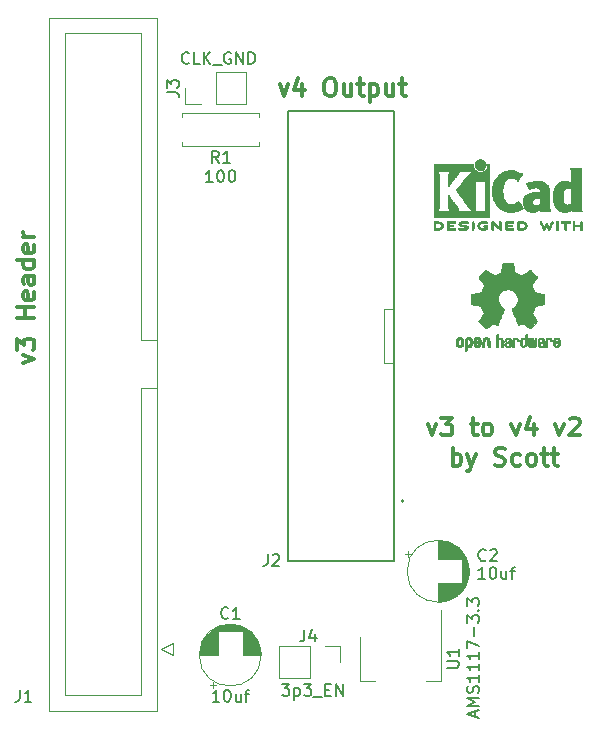
<source format=gbr>
%TF.GenerationSoftware,KiCad,Pcbnew,(5.1.10)-1*%
%TF.CreationDate,2021-09-03T20:41:02-04:00*%
%TF.ProjectId,3to4_Adapter,33746f34-5f41-4646-9170-7465722e6b69,v1*%
%TF.SameCoordinates,Original*%
%TF.FileFunction,Legend,Top*%
%TF.FilePolarity,Positive*%
%FSLAX46Y46*%
G04 Gerber Fmt 4.6, Leading zero omitted, Abs format (unit mm)*
G04 Created by KiCad (PCBNEW (5.1.10)-1) date 2021-09-03 20:41:02*
%MOMM*%
%LPD*%
G01*
G04 APERTURE LIST*
%ADD10C,0.300000*%
%ADD11C,0.120000*%
%ADD12C,0.010000*%
%ADD13C,0.200000*%
%ADD14C,0.127000*%
%ADD15C,0.150000*%
G04 APERTURE END LIST*
D10*
X156235714Y-109903571D02*
X156592857Y-110903571D01*
X156950000Y-109903571D01*
X157378571Y-109403571D02*
X158307142Y-109403571D01*
X157807142Y-109975000D01*
X158021428Y-109975000D01*
X158164285Y-110046428D01*
X158235714Y-110117857D01*
X158307142Y-110260714D01*
X158307142Y-110617857D01*
X158235714Y-110760714D01*
X158164285Y-110832142D01*
X158021428Y-110903571D01*
X157592857Y-110903571D01*
X157450000Y-110832142D01*
X157378571Y-110760714D01*
X159878571Y-109903571D02*
X160450000Y-109903571D01*
X160092857Y-109403571D02*
X160092857Y-110689285D01*
X160164285Y-110832142D01*
X160307142Y-110903571D01*
X160450000Y-110903571D01*
X161164285Y-110903571D02*
X161021428Y-110832142D01*
X160950000Y-110760714D01*
X160878571Y-110617857D01*
X160878571Y-110189285D01*
X160950000Y-110046428D01*
X161021428Y-109975000D01*
X161164285Y-109903571D01*
X161378571Y-109903571D01*
X161521428Y-109975000D01*
X161592857Y-110046428D01*
X161664285Y-110189285D01*
X161664285Y-110617857D01*
X161592857Y-110760714D01*
X161521428Y-110832142D01*
X161378571Y-110903571D01*
X161164285Y-110903571D01*
X163307142Y-109903571D02*
X163664285Y-110903571D01*
X164021428Y-109903571D01*
X165235714Y-109903571D02*
X165235714Y-110903571D01*
X164878571Y-109332142D02*
X164521428Y-110403571D01*
X165450000Y-110403571D01*
X167021428Y-109903571D02*
X167378571Y-110903571D01*
X167735714Y-109903571D01*
X168235714Y-109546428D02*
X168307142Y-109475000D01*
X168450000Y-109403571D01*
X168807142Y-109403571D01*
X168950000Y-109475000D01*
X169021428Y-109546428D01*
X169092857Y-109689285D01*
X169092857Y-109832142D01*
X169021428Y-110046428D01*
X168164285Y-110903571D01*
X169092857Y-110903571D01*
X158342857Y-113453571D02*
X158342857Y-111953571D01*
X158342857Y-112525000D02*
X158485714Y-112453571D01*
X158771428Y-112453571D01*
X158914285Y-112525000D01*
X158985714Y-112596428D01*
X159057142Y-112739285D01*
X159057142Y-113167857D01*
X158985714Y-113310714D01*
X158914285Y-113382142D01*
X158771428Y-113453571D01*
X158485714Y-113453571D01*
X158342857Y-113382142D01*
X159557142Y-112453571D02*
X159914285Y-113453571D01*
X160271428Y-112453571D02*
X159914285Y-113453571D01*
X159771428Y-113810714D01*
X159700000Y-113882142D01*
X159557142Y-113953571D01*
X161914285Y-113382142D02*
X162128571Y-113453571D01*
X162485714Y-113453571D01*
X162628571Y-113382142D01*
X162700000Y-113310714D01*
X162771428Y-113167857D01*
X162771428Y-113025000D01*
X162700000Y-112882142D01*
X162628571Y-112810714D01*
X162485714Y-112739285D01*
X162200000Y-112667857D01*
X162057142Y-112596428D01*
X161985714Y-112525000D01*
X161914285Y-112382142D01*
X161914285Y-112239285D01*
X161985714Y-112096428D01*
X162057142Y-112025000D01*
X162200000Y-111953571D01*
X162557142Y-111953571D01*
X162771428Y-112025000D01*
X164057142Y-113382142D02*
X163914285Y-113453571D01*
X163628571Y-113453571D01*
X163485714Y-113382142D01*
X163414285Y-113310714D01*
X163342857Y-113167857D01*
X163342857Y-112739285D01*
X163414285Y-112596428D01*
X163485714Y-112525000D01*
X163628571Y-112453571D01*
X163914285Y-112453571D01*
X164057142Y-112525000D01*
X164914285Y-113453571D02*
X164771428Y-113382142D01*
X164700000Y-113310714D01*
X164628571Y-113167857D01*
X164628571Y-112739285D01*
X164700000Y-112596428D01*
X164771428Y-112525000D01*
X164914285Y-112453571D01*
X165128571Y-112453571D01*
X165271428Y-112525000D01*
X165342857Y-112596428D01*
X165414285Y-112739285D01*
X165414285Y-113167857D01*
X165342857Y-113310714D01*
X165271428Y-113382142D01*
X165128571Y-113453571D01*
X164914285Y-113453571D01*
X165842857Y-112453571D02*
X166414285Y-112453571D01*
X166057142Y-111953571D02*
X166057142Y-113239285D01*
X166128571Y-113382142D01*
X166271428Y-113453571D01*
X166414285Y-113453571D01*
X166700000Y-112453571D02*
X167271428Y-112453571D01*
X166914285Y-111953571D02*
X166914285Y-113239285D01*
X166985714Y-113382142D01*
X167128571Y-113453571D01*
X167271428Y-113453571D01*
D11*
%TO.C,J4*%
X143630000Y-128770000D02*
X143630000Y-131430000D01*
X146230000Y-128770000D02*
X143630000Y-128770000D01*
X146230000Y-131430000D02*
X143630000Y-131430000D01*
X146230000Y-128770000D02*
X146230000Y-131430000D01*
X147500000Y-128770000D02*
X148830000Y-128770000D01*
X148830000Y-128770000D02*
X148830000Y-130100000D01*
D12*
%TO.C,REF\u002A\u002A*%
G36*
X159768886Y-102584505D02*
G01*
X159843539Y-102621727D01*
X159909431Y-102690261D01*
X159927577Y-102715648D01*
X159947345Y-102748866D01*
X159960172Y-102784945D01*
X159967510Y-102833098D01*
X159970813Y-102902536D01*
X159971538Y-102994206D01*
X159968263Y-103119830D01*
X159956877Y-103214154D01*
X159935041Y-103284523D01*
X159900419Y-103338286D01*
X159850670Y-103382788D01*
X159847014Y-103385423D01*
X159797985Y-103412377D01*
X159738945Y-103425712D01*
X159663859Y-103429000D01*
X159541795Y-103429000D01*
X159541744Y-103547497D01*
X159540608Y-103613492D01*
X159533686Y-103652202D01*
X159515598Y-103675419D01*
X159480962Y-103694933D01*
X159472645Y-103698920D01*
X159433720Y-103717603D01*
X159403583Y-103729403D01*
X159381174Y-103730422D01*
X159365433Y-103716761D01*
X159355302Y-103684522D01*
X159349723Y-103629804D01*
X159347635Y-103548711D01*
X159347981Y-103437344D01*
X159349700Y-103291802D01*
X159350237Y-103248269D01*
X159352172Y-103098205D01*
X159353904Y-103000042D01*
X159541692Y-103000042D01*
X159542748Y-103083364D01*
X159547438Y-103137880D01*
X159558051Y-103173837D01*
X159576872Y-103201482D01*
X159589650Y-103214965D01*
X159641890Y-103254417D01*
X159688142Y-103257628D01*
X159735867Y-103225049D01*
X159737077Y-103223846D01*
X159756494Y-103198668D01*
X159768307Y-103164447D01*
X159774265Y-103111748D01*
X159776120Y-103031131D01*
X159776154Y-103013271D01*
X159771670Y-102902175D01*
X159757074Y-102825161D01*
X159730650Y-102778147D01*
X159690683Y-102757050D01*
X159667584Y-102754923D01*
X159612762Y-102764900D01*
X159575158Y-102797752D01*
X159552523Y-102857857D01*
X159542606Y-102949598D01*
X159541692Y-103000042D01*
X159353904Y-103000042D01*
X159354222Y-102982060D01*
X159356873Y-102894679D01*
X159360606Y-102830905D01*
X159365907Y-102785582D01*
X159373258Y-102753555D01*
X159383143Y-102729668D01*
X159396046Y-102708764D01*
X159401579Y-102700898D01*
X159474969Y-102626595D01*
X159567760Y-102584467D01*
X159675096Y-102572722D01*
X159768886Y-102584505D01*
G37*
X159768886Y-102584505D02*
X159843539Y-102621727D01*
X159909431Y-102690261D01*
X159927577Y-102715648D01*
X159947345Y-102748866D01*
X159960172Y-102784945D01*
X159967510Y-102833098D01*
X159970813Y-102902536D01*
X159971538Y-102994206D01*
X159968263Y-103119830D01*
X159956877Y-103214154D01*
X159935041Y-103284523D01*
X159900419Y-103338286D01*
X159850670Y-103382788D01*
X159847014Y-103385423D01*
X159797985Y-103412377D01*
X159738945Y-103425712D01*
X159663859Y-103429000D01*
X159541795Y-103429000D01*
X159541744Y-103547497D01*
X159540608Y-103613492D01*
X159533686Y-103652202D01*
X159515598Y-103675419D01*
X159480962Y-103694933D01*
X159472645Y-103698920D01*
X159433720Y-103717603D01*
X159403583Y-103729403D01*
X159381174Y-103730422D01*
X159365433Y-103716761D01*
X159355302Y-103684522D01*
X159349723Y-103629804D01*
X159347635Y-103548711D01*
X159347981Y-103437344D01*
X159349700Y-103291802D01*
X159350237Y-103248269D01*
X159352172Y-103098205D01*
X159353904Y-103000042D01*
X159541692Y-103000042D01*
X159542748Y-103083364D01*
X159547438Y-103137880D01*
X159558051Y-103173837D01*
X159576872Y-103201482D01*
X159589650Y-103214965D01*
X159641890Y-103254417D01*
X159688142Y-103257628D01*
X159735867Y-103225049D01*
X159737077Y-103223846D01*
X159756494Y-103198668D01*
X159768307Y-103164447D01*
X159774265Y-103111748D01*
X159776120Y-103031131D01*
X159776154Y-103013271D01*
X159771670Y-102902175D01*
X159757074Y-102825161D01*
X159730650Y-102778147D01*
X159690683Y-102757050D01*
X159667584Y-102754923D01*
X159612762Y-102764900D01*
X159575158Y-102797752D01*
X159552523Y-102857857D01*
X159542606Y-102949598D01*
X159541692Y-103000042D01*
X159353904Y-103000042D01*
X159354222Y-102982060D01*
X159356873Y-102894679D01*
X159360606Y-102830905D01*
X159365907Y-102785582D01*
X159373258Y-102753555D01*
X159383143Y-102729668D01*
X159396046Y-102708764D01*
X159401579Y-102700898D01*
X159474969Y-102626595D01*
X159567760Y-102584467D01*
X159675096Y-102572722D01*
X159768886Y-102584505D01*
G36*
X161271664Y-102595089D02*
G01*
X161334367Y-102631358D01*
X161377961Y-102667358D01*
X161409845Y-102705075D01*
X161431810Y-102751199D01*
X161445649Y-102812421D01*
X161453153Y-102895431D01*
X161456117Y-103006919D01*
X161456461Y-103087062D01*
X161456461Y-103382065D01*
X161290385Y-103456515D01*
X161280615Y-103133402D01*
X161276579Y-103012729D01*
X161272344Y-102925141D01*
X161267097Y-102864650D01*
X161260025Y-102825268D01*
X161250311Y-102801007D01*
X161237144Y-102785880D01*
X161232919Y-102782606D01*
X161168909Y-102757034D01*
X161104208Y-102767153D01*
X161065692Y-102794000D01*
X161050025Y-102813024D01*
X161039180Y-102837988D01*
X161032288Y-102875834D01*
X161028479Y-102933502D01*
X161026883Y-103017935D01*
X161026615Y-103105928D01*
X161026563Y-103216323D01*
X161024672Y-103294463D01*
X161018345Y-103347165D01*
X161004983Y-103381242D01*
X160981985Y-103403511D01*
X160946754Y-103420787D01*
X160899697Y-103438738D01*
X160848303Y-103458278D01*
X160854421Y-103111485D01*
X160856884Y-102986468D01*
X160859767Y-102894082D01*
X160863898Y-102827881D01*
X160870107Y-102781420D01*
X160879226Y-102748256D01*
X160892083Y-102721944D01*
X160907584Y-102698729D01*
X160982371Y-102624569D01*
X161073628Y-102581684D01*
X161172883Y-102571412D01*
X161271664Y-102595089D01*
G37*
X161271664Y-102595089D02*
X161334367Y-102631358D01*
X161377961Y-102667358D01*
X161409845Y-102705075D01*
X161431810Y-102751199D01*
X161445649Y-102812421D01*
X161453153Y-102895431D01*
X161456117Y-103006919D01*
X161456461Y-103087062D01*
X161456461Y-103382065D01*
X161290385Y-103456515D01*
X161280615Y-103133402D01*
X161276579Y-103012729D01*
X161272344Y-102925141D01*
X161267097Y-102864650D01*
X161260025Y-102825268D01*
X161250311Y-102801007D01*
X161237144Y-102785880D01*
X161232919Y-102782606D01*
X161168909Y-102757034D01*
X161104208Y-102767153D01*
X161065692Y-102794000D01*
X161050025Y-102813024D01*
X161039180Y-102837988D01*
X161032288Y-102875834D01*
X161028479Y-102933502D01*
X161026883Y-103017935D01*
X161026615Y-103105928D01*
X161026563Y-103216323D01*
X161024672Y-103294463D01*
X161018345Y-103347165D01*
X161004983Y-103381242D01*
X160981985Y-103403511D01*
X160946754Y-103420787D01*
X160899697Y-103438738D01*
X160848303Y-103458278D01*
X160854421Y-103111485D01*
X160856884Y-102986468D01*
X160859767Y-102894082D01*
X160863898Y-102827881D01*
X160870107Y-102781420D01*
X160879226Y-102748256D01*
X160892083Y-102721944D01*
X160907584Y-102698729D01*
X160982371Y-102624569D01*
X161073628Y-102581684D01*
X161172883Y-102571412D01*
X161271664Y-102595089D01*
G36*
X159016886Y-102587256D02*
G01*
X159108464Y-102635409D01*
X159176049Y-102712905D01*
X159200057Y-102762727D01*
X159218738Y-102837533D01*
X159228301Y-102932052D01*
X159229208Y-103035210D01*
X159221921Y-103135935D01*
X159206903Y-103223153D01*
X159184615Y-103285791D01*
X159177765Y-103296579D01*
X159096632Y-103377105D01*
X159000266Y-103425336D01*
X158895701Y-103439450D01*
X158789968Y-103417629D01*
X158760543Y-103404547D01*
X158703241Y-103364231D01*
X158652950Y-103310775D01*
X158648197Y-103303995D01*
X158628878Y-103271321D01*
X158616108Y-103236394D01*
X158608564Y-103190414D01*
X158604924Y-103124584D01*
X158603865Y-103030105D01*
X158603846Y-103008923D01*
X158603894Y-103002182D01*
X158799231Y-103002182D01*
X158800368Y-103091349D01*
X158804841Y-103150520D01*
X158814246Y-103188741D01*
X158830176Y-103215053D01*
X158838308Y-103223846D01*
X158885058Y-103257261D01*
X158930447Y-103255737D01*
X158976340Y-103226752D01*
X159003712Y-103195809D01*
X159019923Y-103150643D01*
X159029026Y-103079420D01*
X159029651Y-103071114D01*
X159031204Y-102942037D01*
X159014965Y-102846172D01*
X158981152Y-102784107D01*
X158929984Y-102756432D01*
X158911720Y-102754923D01*
X158863760Y-102762513D01*
X158830953Y-102788808D01*
X158810895Y-102839095D01*
X158801178Y-102918664D01*
X158799231Y-103002182D01*
X158603894Y-103002182D01*
X158604574Y-102908249D01*
X158607629Y-102837906D01*
X158614322Y-102789163D01*
X158625960Y-102753288D01*
X158643853Y-102721548D01*
X158647808Y-102715648D01*
X158714267Y-102636104D01*
X158786685Y-102589929D01*
X158874849Y-102571599D01*
X158904787Y-102570703D01*
X159016886Y-102587256D01*
G37*
X159016886Y-102587256D02*
X159108464Y-102635409D01*
X159176049Y-102712905D01*
X159200057Y-102762727D01*
X159218738Y-102837533D01*
X159228301Y-102932052D01*
X159229208Y-103035210D01*
X159221921Y-103135935D01*
X159206903Y-103223153D01*
X159184615Y-103285791D01*
X159177765Y-103296579D01*
X159096632Y-103377105D01*
X159000266Y-103425336D01*
X158895701Y-103439450D01*
X158789968Y-103417629D01*
X158760543Y-103404547D01*
X158703241Y-103364231D01*
X158652950Y-103310775D01*
X158648197Y-103303995D01*
X158628878Y-103271321D01*
X158616108Y-103236394D01*
X158608564Y-103190414D01*
X158604924Y-103124584D01*
X158603865Y-103030105D01*
X158603846Y-103008923D01*
X158603894Y-103002182D01*
X158799231Y-103002182D01*
X158800368Y-103091349D01*
X158804841Y-103150520D01*
X158814246Y-103188741D01*
X158830176Y-103215053D01*
X158838308Y-103223846D01*
X158885058Y-103257261D01*
X158930447Y-103255737D01*
X158976340Y-103226752D01*
X159003712Y-103195809D01*
X159019923Y-103150643D01*
X159029026Y-103079420D01*
X159029651Y-103071114D01*
X159031204Y-102942037D01*
X159014965Y-102846172D01*
X158981152Y-102784107D01*
X158929984Y-102756432D01*
X158911720Y-102754923D01*
X158863760Y-102762513D01*
X158830953Y-102788808D01*
X158810895Y-102839095D01*
X158801178Y-102918664D01*
X158799231Y-103002182D01*
X158603894Y-103002182D01*
X158604574Y-102908249D01*
X158607629Y-102837906D01*
X158614322Y-102789163D01*
X158625960Y-102753288D01*
X158643853Y-102721548D01*
X158647808Y-102715648D01*
X158714267Y-102636104D01*
X158786685Y-102589929D01*
X158874849Y-102571599D01*
X158904787Y-102570703D01*
X159016886Y-102587256D01*
G36*
X160534254Y-102599745D02*
G01*
X160611286Y-102651567D01*
X160670816Y-102726412D01*
X160706378Y-102821654D01*
X160713571Y-102891756D01*
X160712754Y-102921009D01*
X160705914Y-102943407D01*
X160687112Y-102963474D01*
X160650408Y-102985733D01*
X160589862Y-103014709D01*
X160499534Y-103054927D01*
X160499077Y-103055129D01*
X160415933Y-103093210D01*
X160347753Y-103127025D01*
X160301505Y-103152933D01*
X160284158Y-103167295D01*
X160284154Y-103167411D01*
X160299443Y-103198685D01*
X160335196Y-103233157D01*
X160376242Y-103257990D01*
X160397037Y-103262923D01*
X160453770Y-103245862D01*
X160502627Y-103203133D01*
X160526465Y-103156155D01*
X160549397Y-103121522D01*
X160594318Y-103082081D01*
X160647123Y-103048009D01*
X160693710Y-103029480D01*
X160703452Y-103028462D01*
X160714418Y-103045215D01*
X160715079Y-103088039D01*
X160707020Y-103145781D01*
X160691827Y-103207289D01*
X160671086Y-103261409D01*
X160670038Y-103263510D01*
X160607621Y-103350660D01*
X160526726Y-103409939D01*
X160434856Y-103439034D01*
X160339513Y-103435634D01*
X160248198Y-103397428D01*
X160244138Y-103394741D01*
X160172306Y-103329642D01*
X160125073Y-103244705D01*
X160098934Y-103133021D01*
X160095426Y-103101643D01*
X160089213Y-102953536D01*
X160096661Y-102884468D01*
X160284154Y-102884468D01*
X160286590Y-102927552D01*
X160299914Y-102940126D01*
X160333132Y-102930719D01*
X160385494Y-102908483D01*
X160444024Y-102880610D01*
X160445479Y-102879872D01*
X160495089Y-102853777D01*
X160515000Y-102836363D01*
X160510090Y-102818107D01*
X160489416Y-102794120D01*
X160436819Y-102759406D01*
X160380177Y-102756856D01*
X160329369Y-102782119D01*
X160294276Y-102830847D01*
X160284154Y-102884468D01*
X160096661Y-102884468D01*
X160101992Y-102835036D01*
X160134778Y-102741055D01*
X160180421Y-102675215D01*
X160262802Y-102608681D01*
X160353546Y-102575676D01*
X160446185Y-102573573D01*
X160534254Y-102599745D01*
G37*
X160534254Y-102599745D02*
X160611286Y-102651567D01*
X160670816Y-102726412D01*
X160706378Y-102821654D01*
X160713571Y-102891756D01*
X160712754Y-102921009D01*
X160705914Y-102943407D01*
X160687112Y-102963474D01*
X160650408Y-102985733D01*
X160589862Y-103014709D01*
X160499534Y-103054927D01*
X160499077Y-103055129D01*
X160415933Y-103093210D01*
X160347753Y-103127025D01*
X160301505Y-103152933D01*
X160284158Y-103167295D01*
X160284154Y-103167411D01*
X160299443Y-103198685D01*
X160335196Y-103233157D01*
X160376242Y-103257990D01*
X160397037Y-103262923D01*
X160453770Y-103245862D01*
X160502627Y-103203133D01*
X160526465Y-103156155D01*
X160549397Y-103121522D01*
X160594318Y-103082081D01*
X160647123Y-103048009D01*
X160693710Y-103029480D01*
X160703452Y-103028462D01*
X160714418Y-103045215D01*
X160715079Y-103088039D01*
X160707020Y-103145781D01*
X160691827Y-103207289D01*
X160671086Y-103261409D01*
X160670038Y-103263510D01*
X160607621Y-103350660D01*
X160526726Y-103409939D01*
X160434856Y-103439034D01*
X160339513Y-103435634D01*
X160248198Y-103397428D01*
X160244138Y-103394741D01*
X160172306Y-103329642D01*
X160125073Y-103244705D01*
X160098934Y-103133021D01*
X160095426Y-103101643D01*
X160089213Y-102953536D01*
X160096661Y-102884468D01*
X160284154Y-102884468D01*
X160286590Y-102927552D01*
X160299914Y-102940126D01*
X160333132Y-102930719D01*
X160385494Y-102908483D01*
X160444024Y-102880610D01*
X160445479Y-102879872D01*
X160495089Y-102853777D01*
X160515000Y-102836363D01*
X160510090Y-102818107D01*
X160489416Y-102794120D01*
X160436819Y-102759406D01*
X160380177Y-102756856D01*
X160329369Y-102782119D01*
X160294276Y-102830847D01*
X160284154Y-102884468D01*
X160096661Y-102884468D01*
X160101992Y-102835036D01*
X160134778Y-102741055D01*
X160180421Y-102675215D01*
X160262802Y-102608681D01*
X160353546Y-102575676D01*
X160446185Y-102573573D01*
X160534254Y-102599745D01*
G36*
X162159846Y-102492120D02*
G01*
X162165572Y-102571980D01*
X162172149Y-102619039D01*
X162181262Y-102639566D01*
X162194598Y-102639829D01*
X162198923Y-102637378D01*
X162256444Y-102619636D01*
X162331268Y-102620672D01*
X162407339Y-102638910D01*
X162454918Y-102662505D01*
X162503702Y-102700198D01*
X162539364Y-102742855D01*
X162563845Y-102797057D01*
X162579087Y-102869384D01*
X162587030Y-102966419D01*
X162589616Y-103094742D01*
X162589662Y-103119358D01*
X162589692Y-103395870D01*
X162528161Y-103417320D01*
X162484459Y-103431912D01*
X162460482Y-103438706D01*
X162459777Y-103438769D01*
X162457415Y-103420345D01*
X162455406Y-103369526D01*
X162453901Y-103292993D01*
X162453053Y-103197430D01*
X162452923Y-103139329D01*
X162452651Y-103024771D01*
X162451252Y-102942667D01*
X162447849Y-102886393D01*
X162441567Y-102849326D01*
X162431529Y-102824844D01*
X162416861Y-102806325D01*
X162407702Y-102797406D01*
X162344789Y-102761466D01*
X162276136Y-102758775D01*
X162213848Y-102789170D01*
X162202329Y-102800144D01*
X162185433Y-102820779D01*
X162173714Y-102845256D01*
X162166233Y-102880647D01*
X162162054Y-102934026D01*
X162160237Y-103012466D01*
X162159846Y-103120617D01*
X162159846Y-103395870D01*
X162098315Y-103417320D01*
X162054613Y-103431912D01*
X162030636Y-103438706D01*
X162029930Y-103438769D01*
X162028126Y-103420069D01*
X162026500Y-103367322D01*
X162025117Y-103285557D01*
X162024042Y-103179805D01*
X162023340Y-103055094D01*
X162023077Y-102916455D01*
X162023077Y-102381806D01*
X162150077Y-102328236D01*
X162159846Y-102492120D01*
G37*
X162159846Y-102492120D02*
X162165572Y-102571980D01*
X162172149Y-102619039D01*
X162181262Y-102639566D01*
X162194598Y-102639829D01*
X162198923Y-102637378D01*
X162256444Y-102619636D01*
X162331268Y-102620672D01*
X162407339Y-102638910D01*
X162454918Y-102662505D01*
X162503702Y-102700198D01*
X162539364Y-102742855D01*
X162563845Y-102797057D01*
X162579087Y-102869384D01*
X162587030Y-102966419D01*
X162589616Y-103094742D01*
X162589662Y-103119358D01*
X162589692Y-103395870D01*
X162528161Y-103417320D01*
X162484459Y-103431912D01*
X162460482Y-103438706D01*
X162459777Y-103438769D01*
X162457415Y-103420345D01*
X162455406Y-103369526D01*
X162453901Y-103292993D01*
X162453053Y-103197430D01*
X162452923Y-103139329D01*
X162452651Y-103024771D01*
X162451252Y-102942667D01*
X162447849Y-102886393D01*
X162441567Y-102849326D01*
X162431529Y-102824844D01*
X162416861Y-102806325D01*
X162407702Y-102797406D01*
X162344789Y-102761466D01*
X162276136Y-102758775D01*
X162213848Y-102789170D01*
X162202329Y-102800144D01*
X162185433Y-102820779D01*
X162173714Y-102845256D01*
X162166233Y-102880647D01*
X162162054Y-102934026D01*
X162160237Y-103012466D01*
X162159846Y-103120617D01*
X162159846Y-103395870D01*
X162098315Y-103417320D01*
X162054613Y-103431912D01*
X162030636Y-103438706D01*
X162029930Y-103438769D01*
X162028126Y-103420069D01*
X162026500Y-103367322D01*
X162025117Y-103285557D01*
X162024042Y-103179805D01*
X162023340Y-103055094D01*
X162023077Y-102916455D01*
X162023077Y-102381806D01*
X162150077Y-102328236D01*
X162159846Y-102492120D01*
G36*
X163053501Y-102626303D02*
G01*
X163130060Y-102654733D01*
X163130936Y-102655279D01*
X163178285Y-102690127D01*
X163213241Y-102730852D01*
X163237825Y-102783925D01*
X163254062Y-102855814D01*
X163263975Y-102952992D01*
X163269586Y-103081928D01*
X163270077Y-103100298D01*
X163277141Y-103377287D01*
X163217695Y-103408028D01*
X163174681Y-103428802D01*
X163148710Y-103438646D01*
X163147509Y-103438769D01*
X163143014Y-103420606D01*
X163139444Y-103371612D01*
X163137248Y-103300031D01*
X163136769Y-103242068D01*
X163136758Y-103148170D01*
X163132466Y-103089203D01*
X163117503Y-103061079D01*
X163085482Y-103059706D01*
X163030014Y-103080998D01*
X162946269Y-103120136D01*
X162884689Y-103152643D01*
X162853017Y-103180845D01*
X162843706Y-103211582D01*
X162843692Y-103213104D01*
X162859057Y-103266054D01*
X162904547Y-103294660D01*
X162974166Y-103298803D01*
X163024313Y-103298084D01*
X163050754Y-103312527D01*
X163067243Y-103347218D01*
X163076733Y-103391416D01*
X163063057Y-103416493D01*
X163057907Y-103420082D01*
X163009425Y-103434496D01*
X162941531Y-103436537D01*
X162871612Y-103426983D01*
X162822068Y-103409522D01*
X162753570Y-103351364D01*
X162714634Y-103270408D01*
X162706923Y-103207160D01*
X162712807Y-103150111D01*
X162734101Y-103103542D01*
X162776265Y-103062181D01*
X162844759Y-103020755D01*
X162945044Y-102973993D01*
X162951154Y-102971350D01*
X163041490Y-102929617D01*
X163097235Y-102895391D01*
X163121129Y-102864635D01*
X163115913Y-102833311D01*
X163084328Y-102797383D01*
X163074883Y-102789116D01*
X163011617Y-102757058D01*
X162946064Y-102758407D01*
X162888972Y-102789838D01*
X162851093Y-102848024D01*
X162847574Y-102859446D01*
X162813300Y-102914837D01*
X162769809Y-102941518D01*
X162706923Y-102967960D01*
X162706923Y-102899548D01*
X162726052Y-102800110D01*
X162782831Y-102708902D01*
X162812378Y-102678389D01*
X162879542Y-102639228D01*
X162964956Y-102621500D01*
X163053501Y-102626303D01*
G37*
X163053501Y-102626303D02*
X163130060Y-102654733D01*
X163130936Y-102655279D01*
X163178285Y-102690127D01*
X163213241Y-102730852D01*
X163237825Y-102783925D01*
X163254062Y-102855814D01*
X163263975Y-102952992D01*
X163269586Y-103081928D01*
X163270077Y-103100298D01*
X163277141Y-103377287D01*
X163217695Y-103408028D01*
X163174681Y-103428802D01*
X163148710Y-103438646D01*
X163147509Y-103438769D01*
X163143014Y-103420606D01*
X163139444Y-103371612D01*
X163137248Y-103300031D01*
X163136769Y-103242068D01*
X163136758Y-103148170D01*
X163132466Y-103089203D01*
X163117503Y-103061079D01*
X163085482Y-103059706D01*
X163030014Y-103080998D01*
X162946269Y-103120136D01*
X162884689Y-103152643D01*
X162853017Y-103180845D01*
X162843706Y-103211582D01*
X162843692Y-103213104D01*
X162859057Y-103266054D01*
X162904547Y-103294660D01*
X162974166Y-103298803D01*
X163024313Y-103298084D01*
X163050754Y-103312527D01*
X163067243Y-103347218D01*
X163076733Y-103391416D01*
X163063057Y-103416493D01*
X163057907Y-103420082D01*
X163009425Y-103434496D01*
X162941531Y-103436537D01*
X162871612Y-103426983D01*
X162822068Y-103409522D01*
X162753570Y-103351364D01*
X162714634Y-103270408D01*
X162706923Y-103207160D01*
X162712807Y-103150111D01*
X162734101Y-103103542D01*
X162776265Y-103062181D01*
X162844759Y-103020755D01*
X162945044Y-102973993D01*
X162951154Y-102971350D01*
X163041490Y-102929617D01*
X163097235Y-102895391D01*
X163121129Y-102864635D01*
X163115913Y-102833311D01*
X163084328Y-102797383D01*
X163074883Y-102789116D01*
X163011617Y-102757058D01*
X162946064Y-102758407D01*
X162888972Y-102789838D01*
X162851093Y-102848024D01*
X162847574Y-102859446D01*
X162813300Y-102914837D01*
X162769809Y-102941518D01*
X162706923Y-102967960D01*
X162706923Y-102899548D01*
X162726052Y-102800110D01*
X162782831Y-102708902D01*
X162812378Y-102678389D01*
X162879542Y-102639228D01*
X162964956Y-102621500D01*
X163053501Y-102626303D01*
G36*
X163713362Y-102624670D02*
G01*
X163802117Y-102657421D01*
X163874022Y-102715350D01*
X163902144Y-102756128D01*
X163932802Y-102830954D01*
X163932165Y-102885058D01*
X163899987Y-102921446D01*
X163888081Y-102927633D01*
X163836675Y-102946925D01*
X163810422Y-102941982D01*
X163801530Y-102909587D01*
X163801077Y-102891692D01*
X163784797Y-102825859D01*
X163742365Y-102779807D01*
X163683388Y-102757564D01*
X163617475Y-102763161D01*
X163563895Y-102792229D01*
X163545798Y-102808810D01*
X163532971Y-102828925D01*
X163524306Y-102859332D01*
X163518696Y-102906788D01*
X163515035Y-102978050D01*
X163512215Y-103079875D01*
X163511484Y-103112115D01*
X163508820Y-103222410D01*
X163505792Y-103300036D01*
X163501250Y-103351396D01*
X163494046Y-103382890D01*
X163483033Y-103400920D01*
X163467060Y-103411888D01*
X163456834Y-103416733D01*
X163413406Y-103433301D01*
X163387842Y-103438769D01*
X163379395Y-103420507D01*
X163374239Y-103365296D01*
X163372346Y-103272499D01*
X163373689Y-103141478D01*
X163374107Y-103121269D01*
X163377058Y-103001733D01*
X163380548Y-102914449D01*
X163385514Y-102852591D01*
X163392893Y-102809336D01*
X163403624Y-102777860D01*
X163418645Y-102751339D01*
X163426502Y-102739975D01*
X163471553Y-102689692D01*
X163521940Y-102650581D01*
X163528108Y-102647167D01*
X163618458Y-102620212D01*
X163713362Y-102624670D01*
G37*
X163713362Y-102624670D02*
X163802117Y-102657421D01*
X163874022Y-102715350D01*
X163902144Y-102756128D01*
X163932802Y-102830954D01*
X163932165Y-102885058D01*
X163899987Y-102921446D01*
X163888081Y-102927633D01*
X163836675Y-102946925D01*
X163810422Y-102941982D01*
X163801530Y-102909587D01*
X163801077Y-102891692D01*
X163784797Y-102825859D01*
X163742365Y-102779807D01*
X163683388Y-102757564D01*
X163617475Y-102763161D01*
X163563895Y-102792229D01*
X163545798Y-102808810D01*
X163532971Y-102828925D01*
X163524306Y-102859332D01*
X163518696Y-102906788D01*
X163515035Y-102978050D01*
X163512215Y-103079875D01*
X163511484Y-103112115D01*
X163508820Y-103222410D01*
X163505792Y-103300036D01*
X163501250Y-103351396D01*
X163494046Y-103382890D01*
X163483033Y-103400920D01*
X163467060Y-103411888D01*
X163456834Y-103416733D01*
X163413406Y-103433301D01*
X163387842Y-103438769D01*
X163379395Y-103420507D01*
X163374239Y-103365296D01*
X163372346Y-103272499D01*
X163373689Y-103141478D01*
X163374107Y-103121269D01*
X163377058Y-103001733D01*
X163380548Y-102914449D01*
X163385514Y-102852591D01*
X163392893Y-102809336D01*
X163403624Y-102777860D01*
X163418645Y-102751339D01*
X163426502Y-102739975D01*
X163471553Y-102689692D01*
X163521940Y-102650581D01*
X163528108Y-102647167D01*
X163618458Y-102620212D01*
X163713362Y-102624670D01*
G36*
X164602081Y-102780289D02*
G01*
X164601833Y-102926320D01*
X164600872Y-103038655D01*
X164598794Y-103122678D01*
X164595193Y-103183769D01*
X164589665Y-103227309D01*
X164581804Y-103258679D01*
X164571207Y-103283262D01*
X164563182Y-103297294D01*
X164496728Y-103373388D01*
X164412470Y-103421084D01*
X164319249Y-103438199D01*
X164225900Y-103422546D01*
X164170312Y-103394418D01*
X164111957Y-103345760D01*
X164072186Y-103286333D01*
X164048190Y-103208507D01*
X164037161Y-103104652D01*
X164035599Y-103028462D01*
X164035809Y-103022986D01*
X164172308Y-103022986D01*
X164173141Y-103110355D01*
X164176961Y-103168192D01*
X164185746Y-103206029D01*
X164201474Y-103233398D01*
X164220266Y-103254042D01*
X164283375Y-103293890D01*
X164351137Y-103297295D01*
X164415179Y-103264025D01*
X164420164Y-103259517D01*
X164441439Y-103236067D01*
X164454779Y-103208166D01*
X164462001Y-103166641D01*
X164464923Y-103102316D01*
X164465385Y-103031200D01*
X164464383Y-102941858D01*
X164460238Y-102882258D01*
X164451236Y-102843089D01*
X164435667Y-102815040D01*
X164422902Y-102800144D01*
X164363600Y-102762575D01*
X164295301Y-102758057D01*
X164230110Y-102786753D01*
X164217528Y-102797406D01*
X164196111Y-102821063D01*
X164182744Y-102849251D01*
X164175566Y-102891245D01*
X164172719Y-102956319D01*
X164172308Y-103022986D01*
X164035809Y-103022986D01*
X164040322Y-102905765D01*
X164056362Y-102813577D01*
X164086528Y-102744269D01*
X164133629Y-102690211D01*
X164170312Y-102662505D01*
X164236990Y-102632572D01*
X164314272Y-102618678D01*
X164386110Y-102622397D01*
X164426308Y-102637400D01*
X164442082Y-102641670D01*
X164452550Y-102625750D01*
X164459856Y-102583089D01*
X164465385Y-102518106D01*
X164471437Y-102445732D01*
X164479844Y-102402187D01*
X164495141Y-102377287D01*
X164521864Y-102360845D01*
X164538654Y-102353564D01*
X164602154Y-102326963D01*
X164602081Y-102780289D01*
G37*
X164602081Y-102780289D02*
X164601833Y-102926320D01*
X164600872Y-103038655D01*
X164598794Y-103122678D01*
X164595193Y-103183769D01*
X164589665Y-103227309D01*
X164581804Y-103258679D01*
X164571207Y-103283262D01*
X164563182Y-103297294D01*
X164496728Y-103373388D01*
X164412470Y-103421084D01*
X164319249Y-103438199D01*
X164225900Y-103422546D01*
X164170312Y-103394418D01*
X164111957Y-103345760D01*
X164072186Y-103286333D01*
X164048190Y-103208507D01*
X164037161Y-103104652D01*
X164035599Y-103028462D01*
X164035809Y-103022986D01*
X164172308Y-103022986D01*
X164173141Y-103110355D01*
X164176961Y-103168192D01*
X164185746Y-103206029D01*
X164201474Y-103233398D01*
X164220266Y-103254042D01*
X164283375Y-103293890D01*
X164351137Y-103297295D01*
X164415179Y-103264025D01*
X164420164Y-103259517D01*
X164441439Y-103236067D01*
X164454779Y-103208166D01*
X164462001Y-103166641D01*
X164464923Y-103102316D01*
X164465385Y-103031200D01*
X164464383Y-102941858D01*
X164460238Y-102882258D01*
X164451236Y-102843089D01*
X164435667Y-102815040D01*
X164422902Y-102800144D01*
X164363600Y-102762575D01*
X164295301Y-102758057D01*
X164230110Y-102786753D01*
X164217528Y-102797406D01*
X164196111Y-102821063D01*
X164182744Y-102849251D01*
X164175566Y-102891245D01*
X164172719Y-102956319D01*
X164172308Y-103022986D01*
X164035809Y-103022986D01*
X164040322Y-102905765D01*
X164056362Y-102813577D01*
X164086528Y-102744269D01*
X164133629Y-102690211D01*
X164170312Y-102662505D01*
X164236990Y-102632572D01*
X164314272Y-102618678D01*
X164386110Y-102622397D01*
X164426308Y-102637400D01*
X164442082Y-102641670D01*
X164452550Y-102625750D01*
X164459856Y-102583089D01*
X164465385Y-102518106D01*
X164471437Y-102445732D01*
X164479844Y-102402187D01*
X164495141Y-102377287D01*
X164521864Y-102360845D01*
X164538654Y-102353564D01*
X164602154Y-102326963D01*
X164602081Y-102780289D01*
G36*
X165395929Y-102636662D02*
G01*
X165398911Y-102688068D01*
X165401247Y-102766192D01*
X165402749Y-102864857D01*
X165403231Y-102968343D01*
X165403231Y-103318533D01*
X165341401Y-103380363D01*
X165298793Y-103418462D01*
X165261390Y-103433895D01*
X165210270Y-103432918D01*
X165189978Y-103430433D01*
X165126554Y-103423200D01*
X165074095Y-103419055D01*
X165061308Y-103418672D01*
X165018199Y-103421176D01*
X164956544Y-103427462D01*
X164932638Y-103430433D01*
X164873922Y-103435028D01*
X164834464Y-103425046D01*
X164795338Y-103394228D01*
X164781215Y-103380363D01*
X164719385Y-103318533D01*
X164719385Y-102663503D01*
X164769150Y-102640829D01*
X164812002Y-102624034D01*
X164837073Y-102618154D01*
X164843501Y-102636736D01*
X164849509Y-102688655D01*
X164854697Y-102768172D01*
X164858664Y-102869546D01*
X164860577Y-102955192D01*
X164865923Y-103292231D01*
X164912560Y-103298825D01*
X164954976Y-103294214D01*
X164975760Y-103279287D01*
X164981570Y-103251377D01*
X164986530Y-103191925D01*
X164990246Y-103108466D01*
X164992324Y-103008532D01*
X164992624Y-102957104D01*
X164992923Y-102661054D01*
X165054454Y-102639604D01*
X165098004Y-102625020D01*
X165121694Y-102618219D01*
X165122377Y-102618154D01*
X165124754Y-102636642D01*
X165127366Y-102687906D01*
X165129995Y-102765649D01*
X165132421Y-102863574D01*
X165134115Y-102955192D01*
X165139461Y-103292231D01*
X165256692Y-103292231D01*
X165262072Y-102984746D01*
X165267451Y-102677261D01*
X165324601Y-102647707D01*
X165366797Y-102627413D01*
X165391770Y-102618204D01*
X165392491Y-102618154D01*
X165395929Y-102636662D01*
G37*
X165395929Y-102636662D02*
X165398911Y-102688068D01*
X165401247Y-102766192D01*
X165402749Y-102864857D01*
X165403231Y-102968343D01*
X165403231Y-103318533D01*
X165341401Y-103380363D01*
X165298793Y-103418462D01*
X165261390Y-103433895D01*
X165210270Y-103432918D01*
X165189978Y-103430433D01*
X165126554Y-103423200D01*
X165074095Y-103419055D01*
X165061308Y-103418672D01*
X165018199Y-103421176D01*
X164956544Y-103427462D01*
X164932638Y-103430433D01*
X164873922Y-103435028D01*
X164834464Y-103425046D01*
X164795338Y-103394228D01*
X164781215Y-103380363D01*
X164719385Y-103318533D01*
X164719385Y-102663503D01*
X164769150Y-102640829D01*
X164812002Y-102624034D01*
X164837073Y-102618154D01*
X164843501Y-102636736D01*
X164849509Y-102688655D01*
X164854697Y-102768172D01*
X164858664Y-102869546D01*
X164860577Y-102955192D01*
X164865923Y-103292231D01*
X164912560Y-103298825D01*
X164954976Y-103294214D01*
X164975760Y-103279287D01*
X164981570Y-103251377D01*
X164986530Y-103191925D01*
X164990246Y-103108466D01*
X164992324Y-103008532D01*
X164992624Y-102957104D01*
X164992923Y-102661054D01*
X165054454Y-102639604D01*
X165098004Y-102625020D01*
X165121694Y-102618219D01*
X165122377Y-102618154D01*
X165124754Y-102636642D01*
X165127366Y-102687906D01*
X165129995Y-102765649D01*
X165132421Y-102863574D01*
X165134115Y-102955192D01*
X165139461Y-103292231D01*
X165256692Y-103292231D01*
X165262072Y-102984746D01*
X165267451Y-102677261D01*
X165324601Y-102647707D01*
X165366797Y-102627413D01*
X165391770Y-102618204D01*
X165392491Y-102618154D01*
X165395929Y-102636662D01*
G36*
X165887333Y-102633528D02*
G01*
X165943590Y-102659117D01*
X165987747Y-102690124D01*
X166020101Y-102724795D01*
X166042438Y-102769520D01*
X166056546Y-102830692D01*
X166064211Y-102914701D01*
X166067220Y-103027940D01*
X166067538Y-103102509D01*
X166067538Y-103393420D01*
X166017773Y-103416095D01*
X165978576Y-103432667D01*
X165959157Y-103438769D01*
X165955442Y-103420610D01*
X165952495Y-103371648D01*
X165950691Y-103300153D01*
X165950308Y-103243385D01*
X165948661Y-103161371D01*
X165944222Y-103096309D01*
X165937740Y-103056467D01*
X165932590Y-103048000D01*
X165897977Y-103056646D01*
X165843640Y-103078823D01*
X165780722Y-103108886D01*
X165720368Y-103141192D01*
X165673721Y-103170098D01*
X165651926Y-103189961D01*
X165651839Y-103190175D01*
X165653714Y-103226935D01*
X165670525Y-103262026D01*
X165700039Y-103290528D01*
X165743116Y-103300061D01*
X165779932Y-103298950D01*
X165832074Y-103298133D01*
X165859444Y-103310349D01*
X165875882Y-103342624D01*
X165877955Y-103348710D01*
X165885081Y-103394739D01*
X165866024Y-103422687D01*
X165816353Y-103436007D01*
X165762697Y-103438470D01*
X165666142Y-103420210D01*
X165616159Y-103394131D01*
X165554429Y-103332868D01*
X165521690Y-103257670D01*
X165518753Y-103178211D01*
X165546424Y-103104167D01*
X165588047Y-103057769D01*
X165629604Y-103031793D01*
X165694922Y-102998907D01*
X165771038Y-102965557D01*
X165783726Y-102960461D01*
X165867333Y-102923565D01*
X165915530Y-102891046D01*
X165931030Y-102858718D01*
X165916550Y-102822394D01*
X165891692Y-102794000D01*
X165832939Y-102759039D01*
X165768293Y-102756417D01*
X165709008Y-102783358D01*
X165666339Y-102837088D01*
X165660739Y-102850950D01*
X165628133Y-102901936D01*
X165580530Y-102939787D01*
X165520461Y-102970850D01*
X165520461Y-102882768D01*
X165523997Y-102828951D01*
X165539156Y-102786534D01*
X165572768Y-102741279D01*
X165605035Y-102706420D01*
X165655209Y-102657062D01*
X165694193Y-102630547D01*
X165736064Y-102619911D01*
X165783460Y-102618154D01*
X165887333Y-102633528D01*
G37*
X165887333Y-102633528D02*
X165943590Y-102659117D01*
X165987747Y-102690124D01*
X166020101Y-102724795D01*
X166042438Y-102769520D01*
X166056546Y-102830692D01*
X166064211Y-102914701D01*
X166067220Y-103027940D01*
X166067538Y-103102509D01*
X166067538Y-103393420D01*
X166017773Y-103416095D01*
X165978576Y-103432667D01*
X165959157Y-103438769D01*
X165955442Y-103420610D01*
X165952495Y-103371648D01*
X165950691Y-103300153D01*
X165950308Y-103243385D01*
X165948661Y-103161371D01*
X165944222Y-103096309D01*
X165937740Y-103056467D01*
X165932590Y-103048000D01*
X165897977Y-103056646D01*
X165843640Y-103078823D01*
X165780722Y-103108886D01*
X165720368Y-103141192D01*
X165673721Y-103170098D01*
X165651926Y-103189961D01*
X165651839Y-103190175D01*
X165653714Y-103226935D01*
X165670525Y-103262026D01*
X165700039Y-103290528D01*
X165743116Y-103300061D01*
X165779932Y-103298950D01*
X165832074Y-103298133D01*
X165859444Y-103310349D01*
X165875882Y-103342624D01*
X165877955Y-103348710D01*
X165885081Y-103394739D01*
X165866024Y-103422687D01*
X165816353Y-103436007D01*
X165762697Y-103438470D01*
X165666142Y-103420210D01*
X165616159Y-103394131D01*
X165554429Y-103332868D01*
X165521690Y-103257670D01*
X165518753Y-103178211D01*
X165546424Y-103104167D01*
X165588047Y-103057769D01*
X165629604Y-103031793D01*
X165694922Y-102998907D01*
X165771038Y-102965557D01*
X165783726Y-102960461D01*
X165867333Y-102923565D01*
X165915530Y-102891046D01*
X165931030Y-102858718D01*
X165916550Y-102822394D01*
X165891692Y-102794000D01*
X165832939Y-102759039D01*
X165768293Y-102756417D01*
X165709008Y-102783358D01*
X165666339Y-102837088D01*
X165660739Y-102850950D01*
X165628133Y-102901936D01*
X165580530Y-102939787D01*
X165520461Y-102970850D01*
X165520461Y-102882768D01*
X165523997Y-102828951D01*
X165539156Y-102786534D01*
X165572768Y-102741279D01*
X165605035Y-102706420D01*
X165655209Y-102657062D01*
X165694193Y-102630547D01*
X165736064Y-102619911D01*
X165783460Y-102618154D01*
X165887333Y-102633528D01*
G36*
X166570807Y-102636782D02*
G01*
X166594161Y-102646988D01*
X166649902Y-102691134D01*
X166697569Y-102754967D01*
X166727048Y-102823087D01*
X166731846Y-102856670D01*
X166715760Y-102903556D01*
X166680475Y-102928365D01*
X166642644Y-102943387D01*
X166625321Y-102946155D01*
X166616886Y-102926066D01*
X166600230Y-102882351D01*
X166592923Y-102862598D01*
X166551948Y-102794271D01*
X166492622Y-102760191D01*
X166416552Y-102761239D01*
X166410918Y-102762581D01*
X166370305Y-102781836D01*
X166340448Y-102819375D01*
X166320055Y-102879809D01*
X166307836Y-102967751D01*
X166302500Y-103087813D01*
X166302000Y-103151698D01*
X166301752Y-103252403D01*
X166300126Y-103321054D01*
X166295801Y-103364673D01*
X166287454Y-103390282D01*
X166273765Y-103404903D01*
X166253411Y-103415558D01*
X166252234Y-103416095D01*
X166213038Y-103432667D01*
X166193619Y-103438769D01*
X166190635Y-103420319D01*
X166188081Y-103369323D01*
X166186140Y-103292308D01*
X166184997Y-103195805D01*
X166184769Y-103125184D01*
X166185932Y-102988525D01*
X166190479Y-102884851D01*
X166199999Y-102808108D01*
X166216081Y-102752246D01*
X166240313Y-102711212D01*
X166274286Y-102678954D01*
X166307833Y-102656440D01*
X166388499Y-102626476D01*
X166482381Y-102619718D01*
X166570807Y-102636782D01*
G37*
X166570807Y-102636782D02*
X166594161Y-102646988D01*
X166649902Y-102691134D01*
X166697569Y-102754967D01*
X166727048Y-102823087D01*
X166731846Y-102856670D01*
X166715760Y-102903556D01*
X166680475Y-102928365D01*
X166642644Y-102943387D01*
X166625321Y-102946155D01*
X166616886Y-102926066D01*
X166600230Y-102882351D01*
X166592923Y-102862598D01*
X166551948Y-102794271D01*
X166492622Y-102760191D01*
X166416552Y-102761239D01*
X166410918Y-102762581D01*
X166370305Y-102781836D01*
X166340448Y-102819375D01*
X166320055Y-102879809D01*
X166307836Y-102967751D01*
X166302500Y-103087813D01*
X166302000Y-103151698D01*
X166301752Y-103252403D01*
X166300126Y-103321054D01*
X166295801Y-103364673D01*
X166287454Y-103390282D01*
X166273765Y-103404903D01*
X166253411Y-103415558D01*
X166252234Y-103416095D01*
X166213038Y-103432667D01*
X166193619Y-103438769D01*
X166190635Y-103420319D01*
X166188081Y-103369323D01*
X166186140Y-103292308D01*
X166184997Y-103195805D01*
X166184769Y-103125184D01*
X166185932Y-102988525D01*
X166190479Y-102884851D01*
X166199999Y-102808108D01*
X166216081Y-102752246D01*
X166240313Y-102711212D01*
X166274286Y-102678954D01*
X166307833Y-102656440D01*
X166388499Y-102626476D01*
X166482381Y-102619718D01*
X166570807Y-102636782D01*
G36*
X167245224Y-102647838D02*
G01*
X167322528Y-102698361D01*
X167359814Y-102743590D01*
X167389353Y-102825663D01*
X167391699Y-102890607D01*
X167386385Y-102977445D01*
X167186115Y-103065103D01*
X167088739Y-103109887D01*
X167025113Y-103145913D01*
X166992029Y-103177117D01*
X166986280Y-103207436D01*
X167004658Y-103240805D01*
X167024923Y-103262923D01*
X167083889Y-103298393D01*
X167148024Y-103300879D01*
X167206926Y-103273235D01*
X167250197Y-103218320D01*
X167257936Y-103198928D01*
X167295006Y-103138364D01*
X167337654Y-103112552D01*
X167396154Y-103090471D01*
X167396154Y-103174184D01*
X167390982Y-103231150D01*
X167370723Y-103279189D01*
X167328262Y-103334346D01*
X167321951Y-103341514D01*
X167274720Y-103390585D01*
X167234121Y-103416920D01*
X167183328Y-103429035D01*
X167141220Y-103433003D01*
X167065902Y-103433991D01*
X167012286Y-103421466D01*
X166978838Y-103402869D01*
X166926268Y-103361975D01*
X166889879Y-103317748D01*
X166866850Y-103262126D01*
X166854359Y-103187047D01*
X166849587Y-103084449D01*
X166849206Y-103032376D01*
X166850501Y-102969948D01*
X166968471Y-102969948D01*
X166969839Y-103003438D01*
X166973249Y-103008923D01*
X166995753Y-103001472D01*
X167044182Y-102981753D01*
X167108908Y-102953718D01*
X167122443Y-102947692D01*
X167204244Y-102906096D01*
X167249312Y-102869538D01*
X167259217Y-102835296D01*
X167235526Y-102800648D01*
X167215960Y-102785339D01*
X167145360Y-102754721D01*
X167079280Y-102759780D01*
X167023959Y-102797151D01*
X166985636Y-102863473D01*
X166973349Y-102916116D01*
X166968471Y-102969948D01*
X166850501Y-102969948D01*
X166851730Y-102910720D01*
X166861032Y-102820710D01*
X166879460Y-102755167D01*
X166909360Y-102706912D01*
X166953080Y-102668767D01*
X166972141Y-102656440D01*
X167058726Y-102624336D01*
X167153522Y-102622316D01*
X167245224Y-102647838D01*
G37*
X167245224Y-102647838D02*
X167322528Y-102698361D01*
X167359814Y-102743590D01*
X167389353Y-102825663D01*
X167391699Y-102890607D01*
X167386385Y-102977445D01*
X167186115Y-103065103D01*
X167088739Y-103109887D01*
X167025113Y-103145913D01*
X166992029Y-103177117D01*
X166986280Y-103207436D01*
X167004658Y-103240805D01*
X167024923Y-103262923D01*
X167083889Y-103298393D01*
X167148024Y-103300879D01*
X167206926Y-103273235D01*
X167250197Y-103218320D01*
X167257936Y-103198928D01*
X167295006Y-103138364D01*
X167337654Y-103112552D01*
X167396154Y-103090471D01*
X167396154Y-103174184D01*
X167390982Y-103231150D01*
X167370723Y-103279189D01*
X167328262Y-103334346D01*
X167321951Y-103341514D01*
X167274720Y-103390585D01*
X167234121Y-103416920D01*
X167183328Y-103429035D01*
X167141220Y-103433003D01*
X167065902Y-103433991D01*
X167012286Y-103421466D01*
X166978838Y-103402869D01*
X166926268Y-103361975D01*
X166889879Y-103317748D01*
X166866850Y-103262126D01*
X166854359Y-103187047D01*
X166849587Y-103084449D01*
X166849206Y-103032376D01*
X166850501Y-102969948D01*
X166968471Y-102969948D01*
X166969839Y-103003438D01*
X166973249Y-103008923D01*
X166995753Y-103001472D01*
X167044182Y-102981753D01*
X167108908Y-102953718D01*
X167122443Y-102947692D01*
X167204244Y-102906096D01*
X167249312Y-102869538D01*
X167259217Y-102835296D01*
X167235526Y-102800648D01*
X167215960Y-102785339D01*
X167145360Y-102754721D01*
X167079280Y-102759780D01*
X167023959Y-102797151D01*
X166985636Y-102863473D01*
X166973349Y-102916116D01*
X166968471Y-102969948D01*
X166850501Y-102969948D01*
X166851730Y-102910720D01*
X166861032Y-102820710D01*
X166879460Y-102755167D01*
X166909360Y-102706912D01*
X166953080Y-102668767D01*
X166972141Y-102656440D01*
X167058726Y-102624336D01*
X167153522Y-102622316D01*
X167245224Y-102647838D01*
G36*
X163139878Y-96287776D02*
G01*
X163245612Y-96288355D01*
X163322132Y-96289922D01*
X163374372Y-96292972D01*
X163407263Y-96297996D01*
X163425737Y-96305489D01*
X163434727Y-96315944D01*
X163439163Y-96329853D01*
X163439594Y-96331654D01*
X163446333Y-96364145D01*
X163458808Y-96428252D01*
X163475719Y-96517151D01*
X163495771Y-96624019D01*
X163517664Y-96742033D01*
X163518429Y-96746178D01*
X163540359Y-96861831D01*
X163560877Y-96964014D01*
X163578659Y-97046598D01*
X163592381Y-97103456D01*
X163600718Y-97128458D01*
X163601116Y-97128901D01*
X163625677Y-97141110D01*
X163676315Y-97161456D01*
X163742095Y-97185545D01*
X163742461Y-97185674D01*
X163825317Y-97216818D01*
X163923000Y-97256491D01*
X164015077Y-97296381D01*
X164019434Y-97298353D01*
X164169407Y-97366420D01*
X164501498Y-97139639D01*
X164603374Y-97070504D01*
X164695657Y-97008697D01*
X164773003Y-96957733D01*
X164830064Y-96921127D01*
X164861495Y-96902394D01*
X164864479Y-96901004D01*
X164887321Y-96907190D01*
X164929982Y-96937035D01*
X164994128Y-96991947D01*
X165081421Y-97073334D01*
X165170535Y-97159922D01*
X165256441Y-97245247D01*
X165333327Y-97323108D01*
X165396564Y-97388697D01*
X165441523Y-97437205D01*
X165463576Y-97463825D01*
X165464396Y-97465195D01*
X165466834Y-97483463D01*
X165457650Y-97513295D01*
X165434574Y-97558721D01*
X165395337Y-97623770D01*
X165337670Y-97712470D01*
X165260795Y-97826657D01*
X165192570Y-97927162D01*
X165131582Y-98017303D01*
X165081356Y-98091849D01*
X165045416Y-98145565D01*
X165027287Y-98173218D01*
X165026146Y-98175095D01*
X165028359Y-98201590D01*
X165045138Y-98253086D01*
X165073142Y-98319851D01*
X165083122Y-98341172D01*
X165126672Y-98436159D01*
X165173134Y-98543937D01*
X165210877Y-98637192D01*
X165238073Y-98706406D01*
X165259675Y-98759006D01*
X165272158Y-98786497D01*
X165273709Y-98788616D01*
X165296668Y-98792124D01*
X165350786Y-98801738D01*
X165428868Y-98816089D01*
X165523719Y-98833807D01*
X165628143Y-98853525D01*
X165734944Y-98873874D01*
X165836926Y-98893486D01*
X165926894Y-98910991D01*
X165997653Y-98925022D01*
X166042006Y-98934209D01*
X166052885Y-98936807D01*
X166064122Y-98943218D01*
X166072605Y-98957697D01*
X166078714Y-98985133D01*
X166082832Y-99030411D01*
X166085341Y-99098420D01*
X166086621Y-99194047D01*
X166087054Y-99322180D01*
X166087077Y-99374701D01*
X166087077Y-99801845D01*
X165984500Y-99822091D01*
X165927431Y-99833070D01*
X165842269Y-99849095D01*
X165739372Y-99868233D01*
X165629096Y-99888551D01*
X165598615Y-99894132D01*
X165496855Y-99913917D01*
X165408205Y-99933373D01*
X165340108Y-99950697D01*
X165300004Y-99964088D01*
X165293323Y-99968079D01*
X165276919Y-99996342D01*
X165253399Y-100051109D01*
X165227316Y-100121588D01*
X165222142Y-100136769D01*
X165187956Y-100230896D01*
X165145523Y-100337101D01*
X165103997Y-100432473D01*
X165103792Y-100432916D01*
X165034640Y-100582525D01*
X165489512Y-101251617D01*
X165197500Y-101544116D01*
X165109180Y-101631170D01*
X165028625Y-101707909D01*
X164960360Y-101770237D01*
X164908908Y-101814056D01*
X164878794Y-101835270D01*
X164874474Y-101836616D01*
X164849111Y-101826016D01*
X164797358Y-101796547D01*
X164724868Y-101751705D01*
X164637294Y-101694984D01*
X164542612Y-101631462D01*
X164446516Y-101566668D01*
X164360837Y-101510287D01*
X164291016Y-101465788D01*
X164242494Y-101436639D01*
X164220782Y-101426308D01*
X164194293Y-101435050D01*
X164144062Y-101458087D01*
X164080451Y-101490631D01*
X164073708Y-101494249D01*
X163988046Y-101537210D01*
X163929306Y-101558279D01*
X163892772Y-101558503D01*
X163873731Y-101538928D01*
X163873620Y-101538654D01*
X163864102Y-101515472D01*
X163841403Y-101460441D01*
X163807282Y-101377822D01*
X163763500Y-101271872D01*
X163711816Y-101146852D01*
X163653992Y-101007020D01*
X163597991Y-100871637D01*
X163536447Y-100722234D01*
X163479939Y-100583832D01*
X163430161Y-100460673D01*
X163388806Y-100357002D01*
X163357568Y-100277059D01*
X163338141Y-100225088D01*
X163332154Y-100205692D01*
X163347168Y-100183443D01*
X163386439Y-100147982D01*
X163438807Y-100108887D01*
X163587941Y-99985245D01*
X163704511Y-99843522D01*
X163787118Y-99686704D01*
X163834366Y-99517775D01*
X163844857Y-99339722D01*
X163837231Y-99257539D01*
X163795682Y-99087031D01*
X163724123Y-98936459D01*
X163626995Y-98807309D01*
X163508734Y-98701064D01*
X163373780Y-98619210D01*
X163226571Y-98563232D01*
X163071544Y-98534615D01*
X162913139Y-98534844D01*
X162755794Y-98565405D01*
X162603946Y-98627782D01*
X162462035Y-98723460D01*
X162402803Y-98777572D01*
X162289203Y-98916520D01*
X162210106Y-99068361D01*
X162164986Y-99228667D01*
X162153316Y-99393012D01*
X162174569Y-99556971D01*
X162228220Y-99716118D01*
X162313740Y-99866025D01*
X162430605Y-100002267D01*
X162561193Y-100108887D01*
X162615588Y-100149642D01*
X162654014Y-100184718D01*
X162667846Y-100205726D01*
X162660603Y-100228635D01*
X162640005Y-100283365D01*
X162607746Y-100365672D01*
X162565521Y-100471315D01*
X162515023Y-100596050D01*
X162457948Y-100735636D01*
X162401854Y-100871670D01*
X162339967Y-101021201D01*
X162282644Y-101159767D01*
X162231644Y-101283107D01*
X162188727Y-101386964D01*
X162155653Y-101467080D01*
X162134181Y-101519195D01*
X162126225Y-101538654D01*
X162107429Y-101558423D01*
X162071074Y-101558365D01*
X162012479Y-101537441D01*
X161926968Y-101494613D01*
X161926292Y-101494249D01*
X161861907Y-101461012D01*
X161809861Y-101436802D01*
X161780512Y-101426404D01*
X161779217Y-101426308D01*
X161757124Y-101436855D01*
X161708348Y-101466184D01*
X161638331Y-101510827D01*
X161552514Y-101567314D01*
X161457388Y-101631462D01*
X161360540Y-101696411D01*
X161273253Y-101752896D01*
X161201181Y-101797421D01*
X161149977Y-101826490D01*
X161125526Y-101836616D01*
X161103010Y-101823307D01*
X161057742Y-101786112D01*
X160994244Y-101729128D01*
X160917039Y-101656449D01*
X160830651Y-101572171D01*
X160802399Y-101544016D01*
X160510287Y-101251416D01*
X160732631Y-100925104D01*
X160800202Y-100824897D01*
X160859507Y-100734963D01*
X160907217Y-100660510D01*
X160940007Y-100606751D01*
X160954548Y-100578894D01*
X160954974Y-100576912D01*
X160947308Y-100550655D01*
X160926689Y-100497837D01*
X160896685Y-100427310D01*
X160875625Y-100380093D01*
X160836248Y-100289694D01*
X160799165Y-100198366D01*
X160770415Y-100121200D01*
X160762605Y-100097692D01*
X160740417Y-100034916D01*
X160718727Y-99986411D01*
X160706813Y-99968079D01*
X160680523Y-99956859D01*
X160623142Y-99940954D01*
X160542118Y-99922167D01*
X160444895Y-99902299D01*
X160401385Y-99894132D01*
X160290896Y-99873829D01*
X160184916Y-99854170D01*
X160093801Y-99837088D01*
X160027908Y-99824518D01*
X160015500Y-99822091D01*
X159912923Y-99801845D01*
X159912923Y-99374701D01*
X159913153Y-99234246D01*
X159914099Y-99127979D01*
X159916141Y-99051013D01*
X159919662Y-98998460D01*
X159925043Y-98965433D01*
X159932666Y-98947045D01*
X159942912Y-98938408D01*
X159947115Y-98936807D01*
X159972470Y-98931127D01*
X160028484Y-98919795D01*
X160107964Y-98904179D01*
X160203712Y-98885647D01*
X160308533Y-98865569D01*
X160415232Y-98845312D01*
X160516613Y-98826246D01*
X160605479Y-98809739D01*
X160674637Y-98797159D01*
X160716889Y-98789875D01*
X160726290Y-98788616D01*
X160734807Y-98771763D01*
X160753660Y-98726870D01*
X160779324Y-98662430D01*
X160789123Y-98637192D01*
X160828648Y-98539686D01*
X160875192Y-98431959D01*
X160916877Y-98341172D01*
X160947550Y-98271753D01*
X160967956Y-98214710D01*
X160974768Y-98179777D01*
X160973682Y-98175095D01*
X160959285Y-98152991D01*
X160926412Y-98103831D01*
X160878590Y-98032848D01*
X160819348Y-97945278D01*
X160752215Y-97846357D01*
X160738941Y-97826830D01*
X160661046Y-97711140D01*
X160603787Y-97623044D01*
X160564881Y-97558486D01*
X160542044Y-97513411D01*
X160532994Y-97483763D01*
X160535448Y-97465485D01*
X160535511Y-97465369D01*
X160554827Y-97441361D01*
X160597551Y-97394947D01*
X160659051Y-97330937D01*
X160734698Y-97254145D01*
X160819861Y-97169382D01*
X160829465Y-97159922D01*
X160936790Y-97055989D01*
X161019615Y-96979675D01*
X161079605Y-96929571D01*
X161118423Y-96904270D01*
X161135520Y-96901004D01*
X161160473Y-96915250D01*
X161212255Y-96948156D01*
X161285520Y-96996208D01*
X161374920Y-97055890D01*
X161475111Y-97123688D01*
X161498501Y-97139639D01*
X161830593Y-97366420D01*
X161980565Y-97298353D01*
X162071770Y-97258685D01*
X162169669Y-97218791D01*
X162253831Y-97186983D01*
X162257538Y-97185674D01*
X162323369Y-97161576D01*
X162374116Y-97141200D01*
X162398842Y-97128936D01*
X162398884Y-97128901D01*
X162406729Y-97106734D01*
X162420066Y-97052217D01*
X162437570Y-96971480D01*
X162457917Y-96870650D01*
X162479782Y-96755856D01*
X162481571Y-96746178D01*
X162503504Y-96627904D01*
X162523640Y-96520542D01*
X162540680Y-96430917D01*
X162553328Y-96365851D01*
X162560284Y-96332168D01*
X162560406Y-96331654D01*
X162564639Y-96317325D01*
X162572871Y-96306507D01*
X162590033Y-96298706D01*
X162621058Y-96293429D01*
X162670878Y-96290182D01*
X162744424Y-96288472D01*
X162846629Y-96287807D01*
X162982425Y-96287693D01*
X163000000Y-96287692D01*
X163139878Y-96287776D01*
G37*
X163139878Y-96287776D02*
X163245612Y-96288355D01*
X163322132Y-96289922D01*
X163374372Y-96292972D01*
X163407263Y-96297996D01*
X163425737Y-96305489D01*
X163434727Y-96315944D01*
X163439163Y-96329853D01*
X163439594Y-96331654D01*
X163446333Y-96364145D01*
X163458808Y-96428252D01*
X163475719Y-96517151D01*
X163495771Y-96624019D01*
X163517664Y-96742033D01*
X163518429Y-96746178D01*
X163540359Y-96861831D01*
X163560877Y-96964014D01*
X163578659Y-97046598D01*
X163592381Y-97103456D01*
X163600718Y-97128458D01*
X163601116Y-97128901D01*
X163625677Y-97141110D01*
X163676315Y-97161456D01*
X163742095Y-97185545D01*
X163742461Y-97185674D01*
X163825317Y-97216818D01*
X163923000Y-97256491D01*
X164015077Y-97296381D01*
X164019434Y-97298353D01*
X164169407Y-97366420D01*
X164501498Y-97139639D01*
X164603374Y-97070504D01*
X164695657Y-97008697D01*
X164773003Y-96957733D01*
X164830064Y-96921127D01*
X164861495Y-96902394D01*
X164864479Y-96901004D01*
X164887321Y-96907190D01*
X164929982Y-96937035D01*
X164994128Y-96991947D01*
X165081421Y-97073334D01*
X165170535Y-97159922D01*
X165256441Y-97245247D01*
X165333327Y-97323108D01*
X165396564Y-97388697D01*
X165441523Y-97437205D01*
X165463576Y-97463825D01*
X165464396Y-97465195D01*
X165466834Y-97483463D01*
X165457650Y-97513295D01*
X165434574Y-97558721D01*
X165395337Y-97623770D01*
X165337670Y-97712470D01*
X165260795Y-97826657D01*
X165192570Y-97927162D01*
X165131582Y-98017303D01*
X165081356Y-98091849D01*
X165045416Y-98145565D01*
X165027287Y-98173218D01*
X165026146Y-98175095D01*
X165028359Y-98201590D01*
X165045138Y-98253086D01*
X165073142Y-98319851D01*
X165083122Y-98341172D01*
X165126672Y-98436159D01*
X165173134Y-98543937D01*
X165210877Y-98637192D01*
X165238073Y-98706406D01*
X165259675Y-98759006D01*
X165272158Y-98786497D01*
X165273709Y-98788616D01*
X165296668Y-98792124D01*
X165350786Y-98801738D01*
X165428868Y-98816089D01*
X165523719Y-98833807D01*
X165628143Y-98853525D01*
X165734944Y-98873874D01*
X165836926Y-98893486D01*
X165926894Y-98910991D01*
X165997653Y-98925022D01*
X166042006Y-98934209D01*
X166052885Y-98936807D01*
X166064122Y-98943218D01*
X166072605Y-98957697D01*
X166078714Y-98985133D01*
X166082832Y-99030411D01*
X166085341Y-99098420D01*
X166086621Y-99194047D01*
X166087054Y-99322180D01*
X166087077Y-99374701D01*
X166087077Y-99801845D01*
X165984500Y-99822091D01*
X165927431Y-99833070D01*
X165842269Y-99849095D01*
X165739372Y-99868233D01*
X165629096Y-99888551D01*
X165598615Y-99894132D01*
X165496855Y-99913917D01*
X165408205Y-99933373D01*
X165340108Y-99950697D01*
X165300004Y-99964088D01*
X165293323Y-99968079D01*
X165276919Y-99996342D01*
X165253399Y-100051109D01*
X165227316Y-100121588D01*
X165222142Y-100136769D01*
X165187956Y-100230896D01*
X165145523Y-100337101D01*
X165103997Y-100432473D01*
X165103792Y-100432916D01*
X165034640Y-100582525D01*
X165489512Y-101251617D01*
X165197500Y-101544116D01*
X165109180Y-101631170D01*
X165028625Y-101707909D01*
X164960360Y-101770237D01*
X164908908Y-101814056D01*
X164878794Y-101835270D01*
X164874474Y-101836616D01*
X164849111Y-101826016D01*
X164797358Y-101796547D01*
X164724868Y-101751705D01*
X164637294Y-101694984D01*
X164542612Y-101631462D01*
X164446516Y-101566668D01*
X164360837Y-101510287D01*
X164291016Y-101465788D01*
X164242494Y-101436639D01*
X164220782Y-101426308D01*
X164194293Y-101435050D01*
X164144062Y-101458087D01*
X164080451Y-101490631D01*
X164073708Y-101494249D01*
X163988046Y-101537210D01*
X163929306Y-101558279D01*
X163892772Y-101558503D01*
X163873731Y-101538928D01*
X163873620Y-101538654D01*
X163864102Y-101515472D01*
X163841403Y-101460441D01*
X163807282Y-101377822D01*
X163763500Y-101271872D01*
X163711816Y-101146852D01*
X163653992Y-101007020D01*
X163597991Y-100871637D01*
X163536447Y-100722234D01*
X163479939Y-100583832D01*
X163430161Y-100460673D01*
X163388806Y-100357002D01*
X163357568Y-100277059D01*
X163338141Y-100225088D01*
X163332154Y-100205692D01*
X163347168Y-100183443D01*
X163386439Y-100147982D01*
X163438807Y-100108887D01*
X163587941Y-99985245D01*
X163704511Y-99843522D01*
X163787118Y-99686704D01*
X163834366Y-99517775D01*
X163844857Y-99339722D01*
X163837231Y-99257539D01*
X163795682Y-99087031D01*
X163724123Y-98936459D01*
X163626995Y-98807309D01*
X163508734Y-98701064D01*
X163373780Y-98619210D01*
X163226571Y-98563232D01*
X163071544Y-98534615D01*
X162913139Y-98534844D01*
X162755794Y-98565405D01*
X162603946Y-98627782D01*
X162462035Y-98723460D01*
X162402803Y-98777572D01*
X162289203Y-98916520D01*
X162210106Y-99068361D01*
X162164986Y-99228667D01*
X162153316Y-99393012D01*
X162174569Y-99556971D01*
X162228220Y-99716118D01*
X162313740Y-99866025D01*
X162430605Y-100002267D01*
X162561193Y-100108887D01*
X162615588Y-100149642D01*
X162654014Y-100184718D01*
X162667846Y-100205726D01*
X162660603Y-100228635D01*
X162640005Y-100283365D01*
X162607746Y-100365672D01*
X162565521Y-100471315D01*
X162515023Y-100596050D01*
X162457948Y-100735636D01*
X162401854Y-100871670D01*
X162339967Y-101021201D01*
X162282644Y-101159767D01*
X162231644Y-101283107D01*
X162188727Y-101386964D01*
X162155653Y-101467080D01*
X162134181Y-101519195D01*
X162126225Y-101538654D01*
X162107429Y-101558423D01*
X162071074Y-101558365D01*
X162012479Y-101537441D01*
X161926968Y-101494613D01*
X161926292Y-101494249D01*
X161861907Y-101461012D01*
X161809861Y-101436802D01*
X161780512Y-101426404D01*
X161779217Y-101426308D01*
X161757124Y-101436855D01*
X161708348Y-101466184D01*
X161638331Y-101510827D01*
X161552514Y-101567314D01*
X161457388Y-101631462D01*
X161360540Y-101696411D01*
X161273253Y-101752896D01*
X161201181Y-101797421D01*
X161149977Y-101826490D01*
X161125526Y-101836616D01*
X161103010Y-101823307D01*
X161057742Y-101786112D01*
X160994244Y-101729128D01*
X160917039Y-101656449D01*
X160830651Y-101572171D01*
X160802399Y-101544016D01*
X160510287Y-101251416D01*
X160732631Y-100925104D01*
X160800202Y-100824897D01*
X160859507Y-100734963D01*
X160907217Y-100660510D01*
X160940007Y-100606751D01*
X160954548Y-100578894D01*
X160954974Y-100576912D01*
X160947308Y-100550655D01*
X160926689Y-100497837D01*
X160896685Y-100427310D01*
X160875625Y-100380093D01*
X160836248Y-100289694D01*
X160799165Y-100198366D01*
X160770415Y-100121200D01*
X160762605Y-100097692D01*
X160740417Y-100034916D01*
X160718727Y-99986411D01*
X160706813Y-99968079D01*
X160680523Y-99956859D01*
X160623142Y-99940954D01*
X160542118Y-99922167D01*
X160444895Y-99902299D01*
X160401385Y-99894132D01*
X160290896Y-99873829D01*
X160184916Y-99854170D01*
X160093801Y-99837088D01*
X160027908Y-99824518D01*
X160015500Y-99822091D01*
X159912923Y-99801845D01*
X159912923Y-99374701D01*
X159913153Y-99234246D01*
X159914099Y-99127979D01*
X159916141Y-99051013D01*
X159919662Y-98998460D01*
X159925043Y-98965433D01*
X159932666Y-98947045D01*
X159942912Y-98938408D01*
X159947115Y-98936807D01*
X159972470Y-98931127D01*
X160028484Y-98919795D01*
X160107964Y-98904179D01*
X160203712Y-98885647D01*
X160308533Y-98865569D01*
X160415232Y-98845312D01*
X160516613Y-98826246D01*
X160605479Y-98809739D01*
X160674637Y-98797159D01*
X160716889Y-98789875D01*
X160726290Y-98788616D01*
X160734807Y-98771763D01*
X160753660Y-98726870D01*
X160779324Y-98662430D01*
X160789123Y-98637192D01*
X160828648Y-98539686D01*
X160875192Y-98431959D01*
X160916877Y-98341172D01*
X160947550Y-98271753D01*
X160967956Y-98214710D01*
X160974768Y-98179777D01*
X160973682Y-98175095D01*
X160959285Y-98152991D01*
X160926412Y-98103831D01*
X160878590Y-98032848D01*
X160819348Y-97945278D01*
X160752215Y-97846357D01*
X160738941Y-97826830D01*
X160661046Y-97711140D01*
X160603787Y-97623044D01*
X160564881Y-97558486D01*
X160542044Y-97513411D01*
X160532994Y-97483763D01*
X160535448Y-97465485D01*
X160535511Y-97465369D01*
X160554827Y-97441361D01*
X160597551Y-97394947D01*
X160659051Y-97330937D01*
X160734698Y-97254145D01*
X160819861Y-97169382D01*
X160829465Y-97159922D01*
X160936790Y-97055989D01*
X161019615Y-96979675D01*
X161079605Y-96929571D01*
X161118423Y-96904270D01*
X161135520Y-96901004D01*
X161160473Y-96915250D01*
X161212255Y-96948156D01*
X161285520Y-96996208D01*
X161374920Y-97055890D01*
X161475111Y-97123688D01*
X161498501Y-97139639D01*
X161830593Y-97366420D01*
X161980565Y-97298353D01*
X162071770Y-97258685D01*
X162169669Y-97218791D01*
X162253831Y-97186983D01*
X162257538Y-97185674D01*
X162323369Y-97161576D01*
X162374116Y-97141200D01*
X162398842Y-97128936D01*
X162398884Y-97128901D01*
X162406729Y-97106734D01*
X162420066Y-97052217D01*
X162437570Y-96971480D01*
X162457917Y-96870650D01*
X162479782Y-96755856D01*
X162481571Y-96746178D01*
X162503504Y-96627904D01*
X162523640Y-96520542D01*
X162540680Y-96430917D01*
X162553328Y-96365851D01*
X162560284Y-96332168D01*
X162560406Y-96331654D01*
X162564639Y-96317325D01*
X162572871Y-96306507D01*
X162590033Y-96298706D01*
X162621058Y-96293429D01*
X162670878Y-96290182D01*
X162744424Y-96288472D01*
X162846629Y-96287807D01*
X162982425Y-96287693D01*
X163000000Y-96287692D01*
X163139878Y-96287776D01*
G36*
X160053600Y-87989054D02*
G01*
X160064465Y-88102993D01*
X160096082Y-88210616D01*
X160146985Y-88309615D01*
X160215707Y-88397684D01*
X160300781Y-88472516D01*
X160397768Y-88530384D01*
X160504036Y-88570005D01*
X160611050Y-88588573D01*
X160716700Y-88587434D01*
X160818875Y-88567930D01*
X160915466Y-88531406D01*
X161004362Y-88479205D01*
X161083454Y-88412673D01*
X161150631Y-88333152D01*
X161203783Y-88241987D01*
X161240801Y-88140523D01*
X161259573Y-88030102D01*
X161261511Y-87980206D01*
X161261511Y-87892267D01*
X161313440Y-87892267D01*
X161349747Y-87895111D01*
X161376645Y-87906911D01*
X161403751Y-87930649D01*
X161442133Y-87969031D01*
X161442133Y-90160602D01*
X161442124Y-90422739D01*
X161442092Y-90663241D01*
X161442028Y-90883048D01*
X161441924Y-91083101D01*
X161441773Y-91264344D01*
X161441566Y-91427716D01*
X161441294Y-91574160D01*
X161440950Y-91704617D01*
X161440526Y-91820029D01*
X161440013Y-91921338D01*
X161439403Y-92009484D01*
X161438688Y-92085410D01*
X161437860Y-92150057D01*
X161436911Y-92204367D01*
X161435833Y-92249280D01*
X161434617Y-92285740D01*
X161433255Y-92314687D01*
X161431739Y-92337063D01*
X161430062Y-92353809D01*
X161428214Y-92365868D01*
X161426187Y-92374180D01*
X161423975Y-92379687D01*
X161422892Y-92381537D01*
X161418729Y-92388549D01*
X161415195Y-92394996D01*
X161411365Y-92400900D01*
X161406318Y-92406286D01*
X161399129Y-92411178D01*
X161388877Y-92415598D01*
X161374636Y-92419572D01*
X161355486Y-92423121D01*
X161330501Y-92426270D01*
X161298760Y-92429042D01*
X161259338Y-92431461D01*
X161211314Y-92433551D01*
X161153763Y-92435335D01*
X161085763Y-92436837D01*
X161006390Y-92438080D01*
X160914721Y-92439089D01*
X160809834Y-92439885D01*
X160690804Y-92440494D01*
X160556710Y-92440939D01*
X160406627Y-92441243D01*
X160239633Y-92441430D01*
X160054804Y-92441524D01*
X159851217Y-92441548D01*
X159627950Y-92441525D01*
X159384078Y-92441480D01*
X159118679Y-92441437D01*
X159080296Y-92441432D01*
X158813318Y-92441389D01*
X158567998Y-92441318D01*
X158343417Y-92441213D01*
X158138655Y-92441066D01*
X157952794Y-92440869D01*
X157784912Y-92440616D01*
X157634092Y-92440300D01*
X157499413Y-92439913D01*
X157379956Y-92439447D01*
X157274801Y-92438897D01*
X157183029Y-92438253D01*
X157103721Y-92437511D01*
X157035957Y-92436661D01*
X156978818Y-92435697D01*
X156931383Y-92434611D01*
X156892734Y-92433397D01*
X156861951Y-92432047D01*
X156838115Y-92430555D01*
X156820306Y-92428911D01*
X156807605Y-92427111D01*
X156799092Y-92425145D01*
X156794734Y-92423477D01*
X156786272Y-92419906D01*
X156778503Y-92417270D01*
X156771398Y-92414634D01*
X156764927Y-92411062D01*
X156759061Y-92405621D01*
X156753771Y-92397375D01*
X156749026Y-92385390D01*
X156744798Y-92368731D01*
X156741057Y-92346463D01*
X156737773Y-92317652D01*
X156734917Y-92281363D01*
X156732460Y-92236661D01*
X156730371Y-92182611D01*
X156728622Y-92118279D01*
X156727183Y-92042730D01*
X156726024Y-91955030D01*
X156725117Y-91854243D01*
X156724431Y-91739434D01*
X156723937Y-91609670D01*
X156723605Y-91464015D01*
X156723407Y-91301535D01*
X156723313Y-91121295D01*
X156723292Y-90922360D01*
X156723315Y-90703796D01*
X156723354Y-90464668D01*
X156723378Y-90204040D01*
X156723378Y-90161889D01*
X156723364Y-89898992D01*
X156723339Y-89657732D01*
X156723329Y-89437165D01*
X156723358Y-89236352D01*
X156723452Y-89054349D01*
X156723638Y-88890216D01*
X156723941Y-88743011D01*
X156724386Y-88611792D01*
X156724966Y-88501867D01*
X157027803Y-88501867D01*
X157067593Y-88559711D01*
X157078764Y-88575479D01*
X157088834Y-88589441D01*
X157097862Y-88602784D01*
X157105903Y-88616693D01*
X157113014Y-88632356D01*
X157119253Y-88650958D01*
X157124675Y-88673686D01*
X157129338Y-88701727D01*
X157133299Y-88736267D01*
X157136615Y-88778492D01*
X157139341Y-88829589D01*
X157141536Y-88890744D01*
X157143255Y-88963144D01*
X157144556Y-89047975D01*
X157145495Y-89146422D01*
X157146130Y-89259674D01*
X157146516Y-89388916D01*
X157146712Y-89535334D01*
X157146773Y-89700116D01*
X157146757Y-89884447D01*
X157146720Y-90089513D01*
X157146711Y-90212133D01*
X157146735Y-90429082D01*
X157146769Y-90624642D01*
X157146757Y-90799999D01*
X157146642Y-90956341D01*
X157146370Y-91094857D01*
X157145882Y-91216734D01*
X157145124Y-91323160D01*
X157144038Y-91415322D01*
X157142569Y-91494409D01*
X157140660Y-91561608D01*
X157138256Y-91618107D01*
X157135299Y-91665093D01*
X157131734Y-91703755D01*
X157127505Y-91735280D01*
X157122554Y-91760855D01*
X157116827Y-91781670D01*
X157110267Y-91798911D01*
X157102817Y-91813765D01*
X157094421Y-91827422D01*
X157085024Y-91841069D01*
X157074568Y-91855893D01*
X157068477Y-91864783D01*
X157029704Y-91922400D01*
X157561268Y-91922400D01*
X157684517Y-91922365D01*
X157787013Y-91922215D01*
X157870580Y-91921878D01*
X157937044Y-91921286D01*
X157988229Y-91920367D01*
X158025959Y-91919051D01*
X158052060Y-91917269D01*
X158068356Y-91914951D01*
X158076672Y-91912026D01*
X158078832Y-91908424D01*
X158076661Y-91904075D01*
X158075465Y-91902645D01*
X158050315Y-91865573D01*
X158024417Y-91812772D01*
X158000808Y-91750770D01*
X157992539Y-91724357D01*
X157987922Y-91706416D01*
X157984021Y-91685355D01*
X157980752Y-91659089D01*
X157978034Y-91625532D01*
X157975785Y-91582599D01*
X157973923Y-91528204D01*
X157972364Y-91460262D01*
X157971028Y-91376688D01*
X157969831Y-91275395D01*
X157968692Y-91154300D01*
X157968315Y-91109600D01*
X157967298Y-90984449D01*
X157966540Y-90880082D01*
X157966097Y-90794707D01*
X157966030Y-90726533D01*
X157966395Y-90673765D01*
X157967252Y-90634614D01*
X157968659Y-90607285D01*
X157970675Y-90589986D01*
X157973357Y-90580926D01*
X157976764Y-90578312D01*
X157980956Y-90580351D01*
X157985429Y-90584667D01*
X157995784Y-90597602D01*
X158017842Y-90626676D01*
X158050043Y-90669759D01*
X158090826Y-90724718D01*
X158138630Y-90789423D01*
X158191895Y-90861742D01*
X158249060Y-90939544D01*
X158308563Y-91020698D01*
X158368845Y-91103072D01*
X158428345Y-91184536D01*
X158485502Y-91262957D01*
X158538755Y-91336204D01*
X158586543Y-91402147D01*
X158627307Y-91458654D01*
X158659484Y-91503593D01*
X158681515Y-91534834D01*
X158686083Y-91541466D01*
X158709004Y-91578369D01*
X158735812Y-91626359D01*
X158761211Y-91675897D01*
X158764432Y-91682577D01*
X158786110Y-91730772D01*
X158798696Y-91768334D01*
X158804426Y-91804160D01*
X158805544Y-91846200D01*
X158804910Y-91922400D01*
X159959349Y-91922400D01*
X159868185Y-91828669D01*
X159821388Y-91778775D01*
X159771101Y-91722295D01*
X159725056Y-91668026D01*
X159704631Y-91642673D01*
X159674193Y-91603128D01*
X159634138Y-91549916D01*
X159585639Y-91484667D01*
X159529865Y-91409011D01*
X159467989Y-91324577D01*
X159401181Y-91232994D01*
X159330613Y-91135892D01*
X159257455Y-91034901D01*
X159182879Y-90931650D01*
X159108056Y-90827768D01*
X159034157Y-90724885D01*
X158962354Y-90624631D01*
X158893816Y-90528636D01*
X158829716Y-90438527D01*
X158771225Y-90355936D01*
X158719514Y-90282492D01*
X158675753Y-90219824D01*
X158641115Y-90169561D01*
X158616770Y-90133334D01*
X158603889Y-90112771D01*
X158602131Y-90108668D01*
X158610090Y-90097342D01*
X158630885Y-90070162D01*
X158663153Y-90028829D01*
X158705530Y-89975044D01*
X158756653Y-89910506D01*
X158815159Y-89836918D01*
X158879686Y-89755978D01*
X158948869Y-89669388D01*
X159021347Y-89578848D01*
X159095754Y-89486060D01*
X159155483Y-89411702D01*
X160166489Y-89411702D01*
X160172398Y-89424659D01*
X160186728Y-89446908D01*
X160187775Y-89448391D01*
X160206562Y-89478544D01*
X160226209Y-89515375D01*
X160230108Y-89523511D01*
X160233644Y-89531940D01*
X160236770Y-89542059D01*
X160239514Y-89555260D01*
X160241908Y-89572938D01*
X160243981Y-89596484D01*
X160245765Y-89627293D01*
X160247288Y-89666757D01*
X160248581Y-89716269D01*
X160249674Y-89777223D01*
X160250597Y-89851011D01*
X160251381Y-89939028D01*
X160252055Y-90042665D01*
X160252650Y-90163316D01*
X160253195Y-90302374D01*
X160253721Y-90461232D01*
X160254255Y-90640089D01*
X160254794Y-90825207D01*
X160255228Y-90989145D01*
X160255491Y-91133303D01*
X160255516Y-91259079D01*
X160255235Y-91367871D01*
X160254581Y-91461077D01*
X160253486Y-91540097D01*
X160251882Y-91606328D01*
X160249703Y-91661170D01*
X160246881Y-91706021D01*
X160243349Y-91742278D01*
X160239039Y-91771341D01*
X160233883Y-91794609D01*
X160227815Y-91813479D01*
X160220767Y-91829351D01*
X160212671Y-91843622D01*
X160203460Y-91857691D01*
X160194960Y-91870158D01*
X160177824Y-91896452D01*
X160167678Y-91914037D01*
X160166489Y-91917257D01*
X160177396Y-91918334D01*
X160208589Y-91919335D01*
X160257777Y-91920235D01*
X160322667Y-91921010D01*
X160400970Y-91921637D01*
X160490393Y-91922091D01*
X160588644Y-91922349D01*
X160657555Y-91922400D01*
X160762548Y-91922180D01*
X160859390Y-91921548D01*
X160945893Y-91920549D01*
X161019868Y-91919227D01*
X161079126Y-91917626D01*
X161121480Y-91915791D01*
X161144740Y-91913765D01*
X161148622Y-91912493D01*
X161140924Y-91897591D01*
X161132926Y-91889560D01*
X161119754Y-91872434D01*
X161102515Y-91842183D01*
X161090593Y-91817622D01*
X161063955Y-91758711D01*
X161060880Y-90581845D01*
X161057805Y-89404978D01*
X160612147Y-89404978D01*
X160514330Y-89405142D01*
X160423936Y-89405611D01*
X160343370Y-89406347D01*
X160275038Y-89407316D01*
X160221344Y-89408480D01*
X160184695Y-89409803D01*
X160167496Y-89411249D01*
X160166489Y-89411702D01*
X159155483Y-89411702D01*
X159170730Y-89392722D01*
X159244910Y-89300537D01*
X159316931Y-89211204D01*
X159385431Y-89126424D01*
X159449045Y-89047898D01*
X159506412Y-88977326D01*
X159556167Y-88916409D01*
X159596948Y-88866847D01*
X159614112Y-88846178D01*
X159700404Y-88745516D01*
X159777003Y-88662259D01*
X159845817Y-88594438D01*
X159908752Y-88540089D01*
X159918133Y-88532722D01*
X159957644Y-88502117D01*
X158825884Y-88501867D01*
X158831173Y-88549844D01*
X158827870Y-88607188D01*
X158806339Y-88675463D01*
X158766365Y-88755212D01*
X158721057Y-88827495D01*
X158704839Y-88850140D01*
X158676786Y-88887696D01*
X158638570Y-88938021D01*
X158591863Y-88998973D01*
X158538339Y-89068411D01*
X158479669Y-89144194D01*
X158417525Y-89224180D01*
X158353579Y-89306228D01*
X158289505Y-89388196D01*
X158226973Y-89467943D01*
X158167657Y-89543327D01*
X158113229Y-89612207D01*
X158065361Y-89672442D01*
X158025725Y-89721889D01*
X157995994Y-89758408D01*
X157977839Y-89779858D01*
X157974780Y-89783156D01*
X157971921Y-89775149D01*
X157969707Y-89744855D01*
X157968143Y-89692556D01*
X157967233Y-89618531D01*
X157966980Y-89523063D01*
X157967387Y-89406434D01*
X157968296Y-89286445D01*
X157969618Y-89154333D01*
X157971143Y-89042594D01*
X157973119Y-88949025D01*
X157975794Y-88871419D01*
X157979418Y-88807574D01*
X157984239Y-88755283D01*
X157990506Y-88712344D01*
X157998468Y-88676551D01*
X158008373Y-88645700D01*
X158020469Y-88617586D01*
X158035007Y-88590005D01*
X158049689Y-88564966D01*
X158087686Y-88501867D01*
X157027803Y-88501867D01*
X156724966Y-88501867D01*
X156724999Y-88495617D01*
X156725805Y-88393544D01*
X156726830Y-88304633D01*
X156728100Y-88227941D01*
X156729640Y-88162527D01*
X156731476Y-88107449D01*
X156733633Y-88061765D01*
X156736137Y-88024534D01*
X156739013Y-87994813D01*
X156742287Y-87971662D01*
X156745985Y-87954139D01*
X156750131Y-87941301D01*
X156754753Y-87932208D01*
X156759874Y-87925918D01*
X156765522Y-87921488D01*
X156771721Y-87917978D01*
X156778496Y-87914445D01*
X156784492Y-87910876D01*
X156789725Y-87908300D01*
X156797901Y-87905972D01*
X156810114Y-87903878D01*
X156827459Y-87902007D01*
X156851031Y-87900347D01*
X156881923Y-87898884D01*
X156921232Y-87897608D01*
X156970050Y-87896504D01*
X157029473Y-87895561D01*
X157100596Y-87894767D01*
X157184512Y-87894109D01*
X157282317Y-87893575D01*
X157395106Y-87893153D01*
X157523971Y-87892829D01*
X157670009Y-87892592D01*
X157834314Y-87892430D01*
X158017980Y-87892330D01*
X158222103Y-87892280D01*
X158433247Y-87892267D01*
X160053600Y-87892267D01*
X160053600Y-87989054D01*
G37*
X160053600Y-87989054D02*
X160064465Y-88102993D01*
X160096082Y-88210616D01*
X160146985Y-88309615D01*
X160215707Y-88397684D01*
X160300781Y-88472516D01*
X160397768Y-88530384D01*
X160504036Y-88570005D01*
X160611050Y-88588573D01*
X160716700Y-88587434D01*
X160818875Y-88567930D01*
X160915466Y-88531406D01*
X161004362Y-88479205D01*
X161083454Y-88412673D01*
X161150631Y-88333152D01*
X161203783Y-88241987D01*
X161240801Y-88140523D01*
X161259573Y-88030102D01*
X161261511Y-87980206D01*
X161261511Y-87892267D01*
X161313440Y-87892267D01*
X161349747Y-87895111D01*
X161376645Y-87906911D01*
X161403751Y-87930649D01*
X161442133Y-87969031D01*
X161442133Y-90160602D01*
X161442124Y-90422739D01*
X161442092Y-90663241D01*
X161442028Y-90883048D01*
X161441924Y-91083101D01*
X161441773Y-91264344D01*
X161441566Y-91427716D01*
X161441294Y-91574160D01*
X161440950Y-91704617D01*
X161440526Y-91820029D01*
X161440013Y-91921338D01*
X161439403Y-92009484D01*
X161438688Y-92085410D01*
X161437860Y-92150057D01*
X161436911Y-92204367D01*
X161435833Y-92249280D01*
X161434617Y-92285740D01*
X161433255Y-92314687D01*
X161431739Y-92337063D01*
X161430062Y-92353809D01*
X161428214Y-92365868D01*
X161426187Y-92374180D01*
X161423975Y-92379687D01*
X161422892Y-92381537D01*
X161418729Y-92388549D01*
X161415195Y-92394996D01*
X161411365Y-92400900D01*
X161406318Y-92406286D01*
X161399129Y-92411178D01*
X161388877Y-92415598D01*
X161374636Y-92419572D01*
X161355486Y-92423121D01*
X161330501Y-92426270D01*
X161298760Y-92429042D01*
X161259338Y-92431461D01*
X161211314Y-92433551D01*
X161153763Y-92435335D01*
X161085763Y-92436837D01*
X161006390Y-92438080D01*
X160914721Y-92439089D01*
X160809834Y-92439885D01*
X160690804Y-92440494D01*
X160556710Y-92440939D01*
X160406627Y-92441243D01*
X160239633Y-92441430D01*
X160054804Y-92441524D01*
X159851217Y-92441548D01*
X159627950Y-92441525D01*
X159384078Y-92441480D01*
X159118679Y-92441437D01*
X159080296Y-92441432D01*
X158813318Y-92441389D01*
X158567998Y-92441318D01*
X158343417Y-92441213D01*
X158138655Y-92441066D01*
X157952794Y-92440869D01*
X157784912Y-92440616D01*
X157634092Y-92440300D01*
X157499413Y-92439913D01*
X157379956Y-92439447D01*
X157274801Y-92438897D01*
X157183029Y-92438253D01*
X157103721Y-92437511D01*
X157035957Y-92436661D01*
X156978818Y-92435697D01*
X156931383Y-92434611D01*
X156892734Y-92433397D01*
X156861951Y-92432047D01*
X156838115Y-92430555D01*
X156820306Y-92428911D01*
X156807605Y-92427111D01*
X156799092Y-92425145D01*
X156794734Y-92423477D01*
X156786272Y-92419906D01*
X156778503Y-92417270D01*
X156771398Y-92414634D01*
X156764927Y-92411062D01*
X156759061Y-92405621D01*
X156753771Y-92397375D01*
X156749026Y-92385390D01*
X156744798Y-92368731D01*
X156741057Y-92346463D01*
X156737773Y-92317652D01*
X156734917Y-92281363D01*
X156732460Y-92236661D01*
X156730371Y-92182611D01*
X156728622Y-92118279D01*
X156727183Y-92042730D01*
X156726024Y-91955030D01*
X156725117Y-91854243D01*
X156724431Y-91739434D01*
X156723937Y-91609670D01*
X156723605Y-91464015D01*
X156723407Y-91301535D01*
X156723313Y-91121295D01*
X156723292Y-90922360D01*
X156723315Y-90703796D01*
X156723354Y-90464668D01*
X156723378Y-90204040D01*
X156723378Y-90161889D01*
X156723364Y-89898992D01*
X156723339Y-89657732D01*
X156723329Y-89437165D01*
X156723358Y-89236352D01*
X156723452Y-89054349D01*
X156723638Y-88890216D01*
X156723941Y-88743011D01*
X156724386Y-88611792D01*
X156724966Y-88501867D01*
X157027803Y-88501867D01*
X157067593Y-88559711D01*
X157078764Y-88575479D01*
X157088834Y-88589441D01*
X157097862Y-88602784D01*
X157105903Y-88616693D01*
X157113014Y-88632356D01*
X157119253Y-88650958D01*
X157124675Y-88673686D01*
X157129338Y-88701727D01*
X157133299Y-88736267D01*
X157136615Y-88778492D01*
X157139341Y-88829589D01*
X157141536Y-88890744D01*
X157143255Y-88963144D01*
X157144556Y-89047975D01*
X157145495Y-89146422D01*
X157146130Y-89259674D01*
X157146516Y-89388916D01*
X157146712Y-89535334D01*
X157146773Y-89700116D01*
X157146757Y-89884447D01*
X157146720Y-90089513D01*
X157146711Y-90212133D01*
X157146735Y-90429082D01*
X157146769Y-90624642D01*
X157146757Y-90799999D01*
X157146642Y-90956341D01*
X157146370Y-91094857D01*
X157145882Y-91216734D01*
X157145124Y-91323160D01*
X157144038Y-91415322D01*
X157142569Y-91494409D01*
X157140660Y-91561608D01*
X157138256Y-91618107D01*
X157135299Y-91665093D01*
X157131734Y-91703755D01*
X157127505Y-91735280D01*
X157122554Y-91760855D01*
X157116827Y-91781670D01*
X157110267Y-91798911D01*
X157102817Y-91813765D01*
X157094421Y-91827422D01*
X157085024Y-91841069D01*
X157074568Y-91855893D01*
X157068477Y-91864783D01*
X157029704Y-91922400D01*
X157561268Y-91922400D01*
X157684517Y-91922365D01*
X157787013Y-91922215D01*
X157870580Y-91921878D01*
X157937044Y-91921286D01*
X157988229Y-91920367D01*
X158025959Y-91919051D01*
X158052060Y-91917269D01*
X158068356Y-91914951D01*
X158076672Y-91912026D01*
X158078832Y-91908424D01*
X158076661Y-91904075D01*
X158075465Y-91902645D01*
X158050315Y-91865573D01*
X158024417Y-91812772D01*
X158000808Y-91750770D01*
X157992539Y-91724357D01*
X157987922Y-91706416D01*
X157984021Y-91685355D01*
X157980752Y-91659089D01*
X157978034Y-91625532D01*
X157975785Y-91582599D01*
X157973923Y-91528204D01*
X157972364Y-91460262D01*
X157971028Y-91376688D01*
X157969831Y-91275395D01*
X157968692Y-91154300D01*
X157968315Y-91109600D01*
X157967298Y-90984449D01*
X157966540Y-90880082D01*
X157966097Y-90794707D01*
X157966030Y-90726533D01*
X157966395Y-90673765D01*
X157967252Y-90634614D01*
X157968659Y-90607285D01*
X157970675Y-90589986D01*
X157973357Y-90580926D01*
X157976764Y-90578312D01*
X157980956Y-90580351D01*
X157985429Y-90584667D01*
X157995784Y-90597602D01*
X158017842Y-90626676D01*
X158050043Y-90669759D01*
X158090826Y-90724718D01*
X158138630Y-90789423D01*
X158191895Y-90861742D01*
X158249060Y-90939544D01*
X158308563Y-91020698D01*
X158368845Y-91103072D01*
X158428345Y-91184536D01*
X158485502Y-91262957D01*
X158538755Y-91336204D01*
X158586543Y-91402147D01*
X158627307Y-91458654D01*
X158659484Y-91503593D01*
X158681515Y-91534834D01*
X158686083Y-91541466D01*
X158709004Y-91578369D01*
X158735812Y-91626359D01*
X158761211Y-91675897D01*
X158764432Y-91682577D01*
X158786110Y-91730772D01*
X158798696Y-91768334D01*
X158804426Y-91804160D01*
X158805544Y-91846200D01*
X158804910Y-91922400D01*
X159959349Y-91922400D01*
X159868185Y-91828669D01*
X159821388Y-91778775D01*
X159771101Y-91722295D01*
X159725056Y-91668026D01*
X159704631Y-91642673D01*
X159674193Y-91603128D01*
X159634138Y-91549916D01*
X159585639Y-91484667D01*
X159529865Y-91409011D01*
X159467989Y-91324577D01*
X159401181Y-91232994D01*
X159330613Y-91135892D01*
X159257455Y-91034901D01*
X159182879Y-90931650D01*
X159108056Y-90827768D01*
X159034157Y-90724885D01*
X158962354Y-90624631D01*
X158893816Y-90528636D01*
X158829716Y-90438527D01*
X158771225Y-90355936D01*
X158719514Y-90282492D01*
X158675753Y-90219824D01*
X158641115Y-90169561D01*
X158616770Y-90133334D01*
X158603889Y-90112771D01*
X158602131Y-90108668D01*
X158610090Y-90097342D01*
X158630885Y-90070162D01*
X158663153Y-90028829D01*
X158705530Y-89975044D01*
X158756653Y-89910506D01*
X158815159Y-89836918D01*
X158879686Y-89755978D01*
X158948869Y-89669388D01*
X159021347Y-89578848D01*
X159095754Y-89486060D01*
X159155483Y-89411702D01*
X160166489Y-89411702D01*
X160172398Y-89424659D01*
X160186728Y-89446908D01*
X160187775Y-89448391D01*
X160206562Y-89478544D01*
X160226209Y-89515375D01*
X160230108Y-89523511D01*
X160233644Y-89531940D01*
X160236770Y-89542059D01*
X160239514Y-89555260D01*
X160241908Y-89572938D01*
X160243981Y-89596484D01*
X160245765Y-89627293D01*
X160247288Y-89666757D01*
X160248581Y-89716269D01*
X160249674Y-89777223D01*
X160250597Y-89851011D01*
X160251381Y-89939028D01*
X160252055Y-90042665D01*
X160252650Y-90163316D01*
X160253195Y-90302374D01*
X160253721Y-90461232D01*
X160254255Y-90640089D01*
X160254794Y-90825207D01*
X160255228Y-90989145D01*
X160255491Y-91133303D01*
X160255516Y-91259079D01*
X160255235Y-91367871D01*
X160254581Y-91461077D01*
X160253486Y-91540097D01*
X160251882Y-91606328D01*
X160249703Y-91661170D01*
X160246881Y-91706021D01*
X160243349Y-91742278D01*
X160239039Y-91771341D01*
X160233883Y-91794609D01*
X160227815Y-91813479D01*
X160220767Y-91829351D01*
X160212671Y-91843622D01*
X160203460Y-91857691D01*
X160194960Y-91870158D01*
X160177824Y-91896452D01*
X160167678Y-91914037D01*
X160166489Y-91917257D01*
X160177396Y-91918334D01*
X160208589Y-91919335D01*
X160257777Y-91920235D01*
X160322667Y-91921010D01*
X160400970Y-91921637D01*
X160490393Y-91922091D01*
X160588644Y-91922349D01*
X160657555Y-91922400D01*
X160762548Y-91922180D01*
X160859390Y-91921548D01*
X160945893Y-91920549D01*
X161019868Y-91919227D01*
X161079126Y-91917626D01*
X161121480Y-91915791D01*
X161144740Y-91913765D01*
X161148622Y-91912493D01*
X161140924Y-91897591D01*
X161132926Y-91889560D01*
X161119754Y-91872434D01*
X161102515Y-91842183D01*
X161090593Y-91817622D01*
X161063955Y-91758711D01*
X161060880Y-90581845D01*
X161057805Y-89404978D01*
X160612147Y-89404978D01*
X160514330Y-89405142D01*
X160423936Y-89405611D01*
X160343370Y-89406347D01*
X160275038Y-89407316D01*
X160221344Y-89408480D01*
X160184695Y-89409803D01*
X160167496Y-89411249D01*
X160166489Y-89411702D01*
X159155483Y-89411702D01*
X159170730Y-89392722D01*
X159244910Y-89300537D01*
X159316931Y-89211204D01*
X159385431Y-89126424D01*
X159449045Y-89047898D01*
X159506412Y-88977326D01*
X159556167Y-88916409D01*
X159596948Y-88866847D01*
X159614112Y-88846178D01*
X159700404Y-88745516D01*
X159777003Y-88662259D01*
X159845817Y-88594438D01*
X159908752Y-88540089D01*
X159918133Y-88532722D01*
X159957644Y-88502117D01*
X158825884Y-88501867D01*
X158831173Y-88549844D01*
X158827870Y-88607188D01*
X158806339Y-88675463D01*
X158766365Y-88755212D01*
X158721057Y-88827495D01*
X158704839Y-88850140D01*
X158676786Y-88887696D01*
X158638570Y-88938021D01*
X158591863Y-88998973D01*
X158538339Y-89068411D01*
X158479669Y-89144194D01*
X158417525Y-89224180D01*
X158353579Y-89306228D01*
X158289505Y-89388196D01*
X158226973Y-89467943D01*
X158167657Y-89543327D01*
X158113229Y-89612207D01*
X158065361Y-89672442D01*
X158025725Y-89721889D01*
X157995994Y-89758408D01*
X157977839Y-89779858D01*
X157974780Y-89783156D01*
X157971921Y-89775149D01*
X157969707Y-89744855D01*
X157968143Y-89692556D01*
X157967233Y-89618531D01*
X157966980Y-89523063D01*
X157967387Y-89406434D01*
X157968296Y-89286445D01*
X157969618Y-89154333D01*
X157971143Y-89042594D01*
X157973119Y-88949025D01*
X157975794Y-88871419D01*
X157979418Y-88807574D01*
X157984239Y-88755283D01*
X157990506Y-88712344D01*
X157998468Y-88676551D01*
X158008373Y-88645700D01*
X158020469Y-88617586D01*
X158035007Y-88590005D01*
X158049689Y-88564966D01*
X158087686Y-88501867D01*
X157027803Y-88501867D01*
X156724966Y-88501867D01*
X156724999Y-88495617D01*
X156725805Y-88393544D01*
X156726830Y-88304633D01*
X156728100Y-88227941D01*
X156729640Y-88162527D01*
X156731476Y-88107449D01*
X156733633Y-88061765D01*
X156736137Y-88024534D01*
X156739013Y-87994813D01*
X156742287Y-87971662D01*
X156745985Y-87954139D01*
X156750131Y-87941301D01*
X156754753Y-87932208D01*
X156759874Y-87925918D01*
X156765522Y-87921488D01*
X156771721Y-87917978D01*
X156778496Y-87914445D01*
X156784492Y-87910876D01*
X156789725Y-87908300D01*
X156797901Y-87905972D01*
X156810114Y-87903878D01*
X156827459Y-87902007D01*
X156851031Y-87900347D01*
X156881923Y-87898884D01*
X156921232Y-87897608D01*
X156970050Y-87896504D01*
X157029473Y-87895561D01*
X157100596Y-87894767D01*
X157184512Y-87894109D01*
X157282317Y-87893575D01*
X157395106Y-87893153D01*
X157523971Y-87892829D01*
X157670009Y-87892592D01*
X157834314Y-87892430D01*
X158017980Y-87892330D01*
X158222103Y-87892280D01*
X158433247Y-87892267D01*
X160053600Y-87892267D01*
X160053600Y-87989054D01*
G36*
X163328429Y-88449071D02*
G01*
X163488570Y-88470245D01*
X163652510Y-88510385D01*
X163822313Y-88569889D01*
X164000043Y-88649154D01*
X164011310Y-88654699D01*
X164069005Y-88682725D01*
X164120552Y-88706802D01*
X164162191Y-88725249D01*
X164190162Y-88736386D01*
X164199733Y-88738933D01*
X164218950Y-88743941D01*
X164223561Y-88748147D01*
X164218458Y-88758580D01*
X164202418Y-88784868D01*
X164177288Y-88824257D01*
X164144914Y-88873991D01*
X164107143Y-88931315D01*
X164065822Y-88993476D01*
X164022798Y-89057718D01*
X163979917Y-89121285D01*
X163939026Y-89181425D01*
X163901971Y-89235380D01*
X163870600Y-89280397D01*
X163846759Y-89313721D01*
X163832294Y-89332597D01*
X163830309Y-89334787D01*
X163820191Y-89330138D01*
X163797850Y-89312962D01*
X163767280Y-89286440D01*
X163751536Y-89271964D01*
X163655047Y-89196682D01*
X163548336Y-89141241D01*
X163432832Y-89106141D01*
X163309962Y-89091880D01*
X163240561Y-89093051D01*
X163119423Y-89110212D01*
X163010205Y-89146094D01*
X162912582Y-89200959D01*
X162826228Y-89275070D01*
X162750815Y-89368688D01*
X162686018Y-89482076D01*
X162648601Y-89568667D01*
X162604748Y-89704366D01*
X162572428Y-89851850D01*
X162551557Y-90007314D01*
X162542051Y-90166956D01*
X162543827Y-90326973D01*
X162556803Y-90483561D01*
X162580894Y-90632918D01*
X162616018Y-90771240D01*
X162662092Y-90894724D01*
X162678373Y-90928978D01*
X162746620Y-91043064D01*
X162827079Y-91139557D01*
X162918570Y-91217670D01*
X163019911Y-91276617D01*
X163129920Y-91315612D01*
X163247415Y-91333868D01*
X163288883Y-91335211D01*
X163410441Y-91324290D01*
X163530878Y-91291474D01*
X163648666Y-91237439D01*
X163762277Y-91162865D01*
X163853685Y-91084539D01*
X163900215Y-91040008D01*
X164081483Y-91337271D01*
X164126580Y-91411433D01*
X164167819Y-91479646D01*
X164203735Y-91539459D01*
X164232866Y-91588420D01*
X164253750Y-91624079D01*
X164264924Y-91643984D01*
X164266375Y-91647079D01*
X164258146Y-91656718D01*
X164232567Y-91673999D01*
X164192873Y-91697283D01*
X164142297Y-91724934D01*
X164084074Y-91755315D01*
X164021437Y-91786790D01*
X163957621Y-91817722D01*
X163895860Y-91846473D01*
X163839388Y-91871408D01*
X163791438Y-91890889D01*
X163767986Y-91899318D01*
X163634221Y-91937133D01*
X163496327Y-91962136D01*
X163348622Y-91975140D01*
X163221833Y-91977468D01*
X163153878Y-91976373D01*
X163088277Y-91974275D01*
X163030847Y-91971434D01*
X162987403Y-91968106D01*
X162973298Y-91966422D01*
X162834284Y-91937587D01*
X162692757Y-91892468D01*
X162555275Y-91833750D01*
X162428394Y-91764120D01*
X162350889Y-91711441D01*
X162223481Y-91603239D01*
X162105178Y-91476671D01*
X161998172Y-91334866D01*
X161904652Y-91180951D01*
X161826810Y-91018053D01*
X161782956Y-90900756D01*
X161732708Y-90717128D01*
X161699209Y-90522581D01*
X161682449Y-90321325D01*
X161682416Y-90117568D01*
X161699101Y-89915521D01*
X161732493Y-89719392D01*
X161782580Y-89533391D01*
X161786397Y-89521803D01*
X161849281Y-89359750D01*
X161926028Y-89211832D01*
X162019242Y-89073865D01*
X162131527Y-88941661D01*
X162175392Y-88896399D01*
X162311534Y-88772457D01*
X162451491Y-88669915D01*
X162597411Y-88587656D01*
X162751442Y-88524564D01*
X162915732Y-88479523D01*
X163011289Y-88462033D01*
X163170023Y-88446466D01*
X163328429Y-88449071D01*
G37*
X163328429Y-88449071D02*
X163488570Y-88470245D01*
X163652510Y-88510385D01*
X163822313Y-88569889D01*
X164000043Y-88649154D01*
X164011310Y-88654699D01*
X164069005Y-88682725D01*
X164120552Y-88706802D01*
X164162191Y-88725249D01*
X164190162Y-88736386D01*
X164199733Y-88738933D01*
X164218950Y-88743941D01*
X164223561Y-88748147D01*
X164218458Y-88758580D01*
X164202418Y-88784868D01*
X164177288Y-88824257D01*
X164144914Y-88873991D01*
X164107143Y-88931315D01*
X164065822Y-88993476D01*
X164022798Y-89057718D01*
X163979917Y-89121285D01*
X163939026Y-89181425D01*
X163901971Y-89235380D01*
X163870600Y-89280397D01*
X163846759Y-89313721D01*
X163832294Y-89332597D01*
X163830309Y-89334787D01*
X163820191Y-89330138D01*
X163797850Y-89312962D01*
X163767280Y-89286440D01*
X163751536Y-89271964D01*
X163655047Y-89196682D01*
X163548336Y-89141241D01*
X163432832Y-89106141D01*
X163309962Y-89091880D01*
X163240561Y-89093051D01*
X163119423Y-89110212D01*
X163010205Y-89146094D01*
X162912582Y-89200959D01*
X162826228Y-89275070D01*
X162750815Y-89368688D01*
X162686018Y-89482076D01*
X162648601Y-89568667D01*
X162604748Y-89704366D01*
X162572428Y-89851850D01*
X162551557Y-90007314D01*
X162542051Y-90166956D01*
X162543827Y-90326973D01*
X162556803Y-90483561D01*
X162580894Y-90632918D01*
X162616018Y-90771240D01*
X162662092Y-90894724D01*
X162678373Y-90928978D01*
X162746620Y-91043064D01*
X162827079Y-91139557D01*
X162918570Y-91217670D01*
X163019911Y-91276617D01*
X163129920Y-91315612D01*
X163247415Y-91333868D01*
X163288883Y-91335211D01*
X163410441Y-91324290D01*
X163530878Y-91291474D01*
X163648666Y-91237439D01*
X163762277Y-91162865D01*
X163853685Y-91084539D01*
X163900215Y-91040008D01*
X164081483Y-91337271D01*
X164126580Y-91411433D01*
X164167819Y-91479646D01*
X164203735Y-91539459D01*
X164232866Y-91588420D01*
X164253750Y-91624079D01*
X164264924Y-91643984D01*
X164266375Y-91647079D01*
X164258146Y-91656718D01*
X164232567Y-91673999D01*
X164192873Y-91697283D01*
X164142297Y-91724934D01*
X164084074Y-91755315D01*
X164021437Y-91786790D01*
X163957621Y-91817722D01*
X163895860Y-91846473D01*
X163839388Y-91871408D01*
X163791438Y-91890889D01*
X163767986Y-91899318D01*
X163634221Y-91937133D01*
X163496327Y-91962136D01*
X163348622Y-91975140D01*
X163221833Y-91977468D01*
X163153878Y-91976373D01*
X163088277Y-91974275D01*
X163030847Y-91971434D01*
X162987403Y-91968106D01*
X162973298Y-91966422D01*
X162834284Y-91937587D01*
X162692757Y-91892468D01*
X162555275Y-91833750D01*
X162428394Y-91764120D01*
X162350889Y-91711441D01*
X162223481Y-91603239D01*
X162105178Y-91476671D01*
X161998172Y-91334866D01*
X161904652Y-91180951D01*
X161826810Y-91018053D01*
X161782956Y-90900756D01*
X161732708Y-90717128D01*
X161699209Y-90522581D01*
X161682449Y-90321325D01*
X161682416Y-90117568D01*
X161699101Y-89915521D01*
X161732493Y-89719392D01*
X161782580Y-89533391D01*
X161786397Y-89521803D01*
X161849281Y-89359750D01*
X161926028Y-89211832D01*
X162019242Y-89073865D01*
X162131527Y-88941661D01*
X162175392Y-88896399D01*
X162311534Y-88772457D01*
X162451491Y-88669915D01*
X162597411Y-88587656D01*
X162751442Y-88524564D01*
X162915732Y-88479523D01*
X163011289Y-88462033D01*
X163170023Y-88446466D01*
X163328429Y-88449071D01*
G36*
X165673574Y-89366552D02*
G01*
X165825492Y-89386567D01*
X165960756Y-89420202D01*
X166080239Y-89467725D01*
X166184815Y-89529405D01*
X166262424Y-89592965D01*
X166331265Y-89667099D01*
X166385006Y-89746871D01*
X166427910Y-89839091D01*
X166443384Y-89882161D01*
X166456244Y-89921142D01*
X166467446Y-89957289D01*
X166477120Y-89992434D01*
X166485396Y-90028410D01*
X166492403Y-90067050D01*
X166498272Y-90110185D01*
X166503131Y-90159649D01*
X166507110Y-90217273D01*
X166510340Y-90284891D01*
X166512949Y-90364334D01*
X166515067Y-90457436D01*
X166516824Y-90566027D01*
X166518349Y-90691942D01*
X166519772Y-90837012D01*
X166521025Y-90979778D01*
X166522351Y-91135968D01*
X166523556Y-91271239D01*
X166524766Y-91387246D01*
X166526106Y-91485645D01*
X166527700Y-91568093D01*
X166529675Y-91636246D01*
X166532156Y-91691760D01*
X166535269Y-91736292D01*
X166539138Y-91771498D01*
X166543889Y-91799034D01*
X166549648Y-91820556D01*
X166556539Y-91837722D01*
X166564689Y-91852186D01*
X166574223Y-91865606D01*
X166585266Y-91879638D01*
X166589566Y-91885071D01*
X166605386Y-91907910D01*
X166612422Y-91923463D01*
X166612444Y-91923922D01*
X166601567Y-91926121D01*
X166570582Y-91928147D01*
X166521957Y-91929942D01*
X166458163Y-91931451D01*
X166381669Y-91932616D01*
X166294944Y-91933380D01*
X166200457Y-91933686D01*
X166189550Y-91933689D01*
X165766657Y-91933689D01*
X165763395Y-91837622D01*
X165760133Y-91741556D01*
X165698044Y-91792543D01*
X165600714Y-91860057D01*
X165490813Y-91914749D01*
X165404349Y-91944978D01*
X165335278Y-91959666D01*
X165251925Y-91969659D01*
X165162159Y-91974646D01*
X165073845Y-91974313D01*
X164994851Y-91968351D01*
X164958622Y-91962638D01*
X164818603Y-91924776D01*
X164692178Y-91869932D01*
X164580260Y-91798924D01*
X164483762Y-91712568D01*
X164403600Y-91611679D01*
X164340687Y-91497076D01*
X164296312Y-91370984D01*
X164283978Y-91314401D01*
X164276368Y-91252202D01*
X164272739Y-91177363D01*
X164272245Y-91143467D01*
X164272310Y-91140282D01*
X165032248Y-91140282D01*
X165041541Y-91215333D01*
X165069728Y-91279160D01*
X165118197Y-91334798D01*
X165123254Y-91339211D01*
X165171548Y-91374037D01*
X165223257Y-91396620D01*
X165283989Y-91408540D01*
X165359352Y-91411383D01*
X165377459Y-91410978D01*
X165431278Y-91408325D01*
X165471308Y-91402909D01*
X165506324Y-91392745D01*
X165545103Y-91375850D01*
X165555745Y-91370672D01*
X165616396Y-91334844D01*
X165663215Y-91292212D01*
X165675952Y-91276973D01*
X165720622Y-91220462D01*
X165720622Y-91024586D01*
X165720086Y-90945939D01*
X165718396Y-90887988D01*
X165715428Y-90848875D01*
X165711057Y-90826741D01*
X165706972Y-90820274D01*
X165691047Y-90817111D01*
X165657264Y-90814488D01*
X165610340Y-90812655D01*
X165554993Y-90811857D01*
X165546106Y-90811842D01*
X165425330Y-90817096D01*
X165322660Y-90833263D01*
X165236106Y-90860961D01*
X165163681Y-90900808D01*
X165108751Y-90947758D01*
X165064204Y-91005645D01*
X165039480Y-91068693D01*
X165032248Y-91140282D01*
X164272310Y-91140282D01*
X164274178Y-91049712D01*
X164282522Y-90970812D01*
X164298768Y-90899590D01*
X164324405Y-90828864D01*
X164348401Y-90776493D01*
X164407020Y-90681196D01*
X164485117Y-90593170D01*
X164580315Y-90514017D01*
X164690238Y-90445340D01*
X164812510Y-90388741D01*
X164944755Y-90345821D01*
X165009422Y-90330882D01*
X165145604Y-90308777D01*
X165294049Y-90294194D01*
X165445505Y-90287813D01*
X165572064Y-90289445D01*
X165733950Y-90296224D01*
X165726530Y-90237245D01*
X165707238Y-90138092D01*
X165676104Y-90057372D01*
X165632269Y-89994466D01*
X165574871Y-89948756D01*
X165503048Y-89919622D01*
X165415941Y-89906447D01*
X165312686Y-89908611D01*
X165274711Y-89912612D01*
X165133520Y-89937780D01*
X164996707Y-89978814D01*
X164902178Y-90016815D01*
X164857018Y-90036190D01*
X164818585Y-90051760D01*
X164792234Y-90061405D01*
X164784546Y-90063452D01*
X164774802Y-90054374D01*
X164758083Y-90025405D01*
X164734232Y-89976217D01*
X164703093Y-89906484D01*
X164664507Y-89815879D01*
X164657910Y-89800089D01*
X164627853Y-89727772D01*
X164600874Y-89662425D01*
X164578136Y-89606906D01*
X164560806Y-89564072D01*
X164550048Y-89536781D01*
X164546941Y-89527942D01*
X164556940Y-89523187D01*
X164583217Y-89517910D01*
X164611489Y-89514231D01*
X164641646Y-89509474D01*
X164689433Y-89500028D01*
X164750612Y-89486820D01*
X164820946Y-89470776D01*
X164896194Y-89452820D01*
X164924755Y-89445797D01*
X165029816Y-89420209D01*
X165117480Y-89400147D01*
X165192068Y-89384969D01*
X165257903Y-89374035D01*
X165319307Y-89366704D01*
X165380602Y-89362335D01*
X165446110Y-89360287D01*
X165504128Y-89359889D01*
X165673574Y-89366552D01*
G37*
X165673574Y-89366552D02*
X165825492Y-89386567D01*
X165960756Y-89420202D01*
X166080239Y-89467725D01*
X166184815Y-89529405D01*
X166262424Y-89592965D01*
X166331265Y-89667099D01*
X166385006Y-89746871D01*
X166427910Y-89839091D01*
X166443384Y-89882161D01*
X166456244Y-89921142D01*
X166467446Y-89957289D01*
X166477120Y-89992434D01*
X166485396Y-90028410D01*
X166492403Y-90067050D01*
X166498272Y-90110185D01*
X166503131Y-90159649D01*
X166507110Y-90217273D01*
X166510340Y-90284891D01*
X166512949Y-90364334D01*
X166515067Y-90457436D01*
X166516824Y-90566027D01*
X166518349Y-90691942D01*
X166519772Y-90837012D01*
X166521025Y-90979778D01*
X166522351Y-91135968D01*
X166523556Y-91271239D01*
X166524766Y-91387246D01*
X166526106Y-91485645D01*
X166527700Y-91568093D01*
X166529675Y-91636246D01*
X166532156Y-91691760D01*
X166535269Y-91736292D01*
X166539138Y-91771498D01*
X166543889Y-91799034D01*
X166549648Y-91820556D01*
X166556539Y-91837722D01*
X166564689Y-91852186D01*
X166574223Y-91865606D01*
X166585266Y-91879638D01*
X166589566Y-91885071D01*
X166605386Y-91907910D01*
X166612422Y-91923463D01*
X166612444Y-91923922D01*
X166601567Y-91926121D01*
X166570582Y-91928147D01*
X166521957Y-91929942D01*
X166458163Y-91931451D01*
X166381669Y-91932616D01*
X166294944Y-91933380D01*
X166200457Y-91933686D01*
X166189550Y-91933689D01*
X165766657Y-91933689D01*
X165763395Y-91837622D01*
X165760133Y-91741556D01*
X165698044Y-91792543D01*
X165600714Y-91860057D01*
X165490813Y-91914749D01*
X165404349Y-91944978D01*
X165335278Y-91959666D01*
X165251925Y-91969659D01*
X165162159Y-91974646D01*
X165073845Y-91974313D01*
X164994851Y-91968351D01*
X164958622Y-91962638D01*
X164818603Y-91924776D01*
X164692178Y-91869932D01*
X164580260Y-91798924D01*
X164483762Y-91712568D01*
X164403600Y-91611679D01*
X164340687Y-91497076D01*
X164296312Y-91370984D01*
X164283978Y-91314401D01*
X164276368Y-91252202D01*
X164272739Y-91177363D01*
X164272245Y-91143467D01*
X164272310Y-91140282D01*
X165032248Y-91140282D01*
X165041541Y-91215333D01*
X165069728Y-91279160D01*
X165118197Y-91334798D01*
X165123254Y-91339211D01*
X165171548Y-91374037D01*
X165223257Y-91396620D01*
X165283989Y-91408540D01*
X165359352Y-91411383D01*
X165377459Y-91410978D01*
X165431278Y-91408325D01*
X165471308Y-91402909D01*
X165506324Y-91392745D01*
X165545103Y-91375850D01*
X165555745Y-91370672D01*
X165616396Y-91334844D01*
X165663215Y-91292212D01*
X165675952Y-91276973D01*
X165720622Y-91220462D01*
X165720622Y-91024586D01*
X165720086Y-90945939D01*
X165718396Y-90887988D01*
X165715428Y-90848875D01*
X165711057Y-90826741D01*
X165706972Y-90820274D01*
X165691047Y-90817111D01*
X165657264Y-90814488D01*
X165610340Y-90812655D01*
X165554993Y-90811857D01*
X165546106Y-90811842D01*
X165425330Y-90817096D01*
X165322660Y-90833263D01*
X165236106Y-90860961D01*
X165163681Y-90900808D01*
X165108751Y-90947758D01*
X165064204Y-91005645D01*
X165039480Y-91068693D01*
X165032248Y-91140282D01*
X164272310Y-91140282D01*
X164274178Y-91049712D01*
X164282522Y-90970812D01*
X164298768Y-90899590D01*
X164324405Y-90828864D01*
X164348401Y-90776493D01*
X164407020Y-90681196D01*
X164485117Y-90593170D01*
X164580315Y-90514017D01*
X164690238Y-90445340D01*
X164812510Y-90388741D01*
X164944755Y-90345821D01*
X165009422Y-90330882D01*
X165145604Y-90308777D01*
X165294049Y-90294194D01*
X165445505Y-90287813D01*
X165572064Y-90289445D01*
X165733950Y-90296224D01*
X165726530Y-90237245D01*
X165707238Y-90138092D01*
X165676104Y-90057372D01*
X165632269Y-89994466D01*
X165574871Y-89948756D01*
X165503048Y-89919622D01*
X165415941Y-89906447D01*
X165312686Y-89908611D01*
X165274711Y-89912612D01*
X165133520Y-89937780D01*
X164996707Y-89978814D01*
X164902178Y-90016815D01*
X164857018Y-90036190D01*
X164818585Y-90051760D01*
X164792234Y-90061405D01*
X164784546Y-90063452D01*
X164774802Y-90054374D01*
X164758083Y-90025405D01*
X164734232Y-89976217D01*
X164703093Y-89906484D01*
X164664507Y-89815879D01*
X164657910Y-89800089D01*
X164627853Y-89727772D01*
X164600874Y-89662425D01*
X164578136Y-89606906D01*
X164560806Y-89564072D01*
X164550048Y-89536781D01*
X164546941Y-89527942D01*
X164556940Y-89523187D01*
X164583217Y-89517910D01*
X164611489Y-89514231D01*
X164641646Y-89509474D01*
X164689433Y-89500028D01*
X164750612Y-89486820D01*
X164820946Y-89470776D01*
X164896194Y-89452820D01*
X164924755Y-89445797D01*
X165029816Y-89420209D01*
X165117480Y-89400147D01*
X165192068Y-89384969D01*
X165257903Y-89374035D01*
X165319307Y-89366704D01*
X165380602Y-89362335D01*
X165446110Y-89360287D01*
X165504128Y-89359889D01*
X165673574Y-89366552D01*
G36*
X169186507Y-89972245D02*
G01*
X169186526Y-90206662D01*
X169186552Y-90419603D01*
X169186625Y-90612168D01*
X169186782Y-90785459D01*
X169187064Y-90940576D01*
X169187509Y-91078620D01*
X169188156Y-91200692D01*
X169189045Y-91307894D01*
X169190213Y-91401326D01*
X169191701Y-91482090D01*
X169193546Y-91551286D01*
X169195789Y-91610015D01*
X169198469Y-91659379D01*
X169201623Y-91700478D01*
X169205292Y-91734413D01*
X169209513Y-91762286D01*
X169214327Y-91785198D01*
X169219773Y-91804249D01*
X169225888Y-91820540D01*
X169232712Y-91835173D01*
X169240285Y-91849249D01*
X169248645Y-91863868D01*
X169253839Y-91872974D01*
X169288104Y-91933689D01*
X168429955Y-91933689D01*
X168429955Y-91837733D01*
X168429224Y-91794370D01*
X168427272Y-91761205D01*
X168424463Y-91743424D01*
X168423221Y-91741778D01*
X168411799Y-91748662D01*
X168389084Y-91766505D01*
X168366385Y-91785879D01*
X168311800Y-91826614D01*
X168242321Y-91867617D01*
X168165270Y-91905123D01*
X168087965Y-91935364D01*
X168057113Y-91945012D01*
X167988616Y-91959578D01*
X167905764Y-91969539D01*
X167816371Y-91974583D01*
X167728248Y-91974396D01*
X167649207Y-91968666D01*
X167611511Y-91962858D01*
X167473414Y-91924797D01*
X167346113Y-91867073D01*
X167230292Y-91790211D01*
X167126637Y-91694739D01*
X167035833Y-91581179D01*
X166969031Y-91470381D01*
X166914164Y-91353625D01*
X166872163Y-91234276D01*
X166842167Y-91108283D01*
X166823311Y-90971594D01*
X166814732Y-90820158D01*
X166814006Y-90742711D01*
X166816100Y-90685934D01*
X167645217Y-90685934D01*
X167645424Y-90779002D01*
X167648337Y-90866692D01*
X167654000Y-90943772D01*
X167662455Y-91005009D01*
X167665038Y-91017350D01*
X167696840Y-91124633D01*
X167738498Y-91211658D01*
X167790363Y-91278642D01*
X167852781Y-91325805D01*
X167926100Y-91353365D01*
X168010669Y-91361541D01*
X168106835Y-91350551D01*
X168170311Y-91334829D01*
X168219454Y-91316639D01*
X168273583Y-91290791D01*
X168314244Y-91267089D01*
X168384800Y-91220721D01*
X168384800Y-90070530D01*
X168317392Y-90026962D01*
X168238867Y-89986040D01*
X168154681Y-89959389D01*
X168069557Y-89947465D01*
X167988216Y-89950722D01*
X167915380Y-89969615D01*
X167883426Y-89985184D01*
X167825501Y-90028181D01*
X167776544Y-90084953D01*
X167735390Y-90157575D01*
X167700874Y-90248121D01*
X167671833Y-90358666D01*
X167670552Y-90364533D01*
X167660381Y-90426788D01*
X167652739Y-90504594D01*
X167647670Y-90592720D01*
X167645217Y-90685934D01*
X166816100Y-90685934D01*
X166821857Y-90529895D01*
X166843802Y-90334059D01*
X166879786Y-90155332D01*
X166929759Y-89993845D01*
X166993668Y-89849726D01*
X167071462Y-89723106D01*
X167163089Y-89614115D01*
X167268497Y-89522883D01*
X167313662Y-89491932D01*
X167414611Y-89435785D01*
X167517901Y-89396174D01*
X167627989Y-89372014D01*
X167749330Y-89362219D01*
X167841836Y-89363265D01*
X167971490Y-89374231D01*
X168084084Y-89396046D01*
X168182875Y-89429714D01*
X168271121Y-89476236D01*
X168319986Y-89510448D01*
X168349353Y-89532362D01*
X168371043Y-89547333D01*
X168379253Y-89551733D01*
X168380868Y-89540904D01*
X168382159Y-89510251D01*
X168383138Y-89462526D01*
X168383817Y-89400479D01*
X168384210Y-89326862D01*
X168384330Y-89244427D01*
X168384188Y-89155925D01*
X168383797Y-89064107D01*
X168383171Y-88971724D01*
X168382320Y-88881528D01*
X168381260Y-88796271D01*
X168380001Y-88718703D01*
X168378556Y-88651576D01*
X168376938Y-88597641D01*
X168375161Y-88559650D01*
X168374669Y-88552667D01*
X168367092Y-88482251D01*
X168355531Y-88427102D01*
X168337792Y-88379981D01*
X168311682Y-88333647D01*
X168305415Y-88324067D01*
X168280983Y-88287378D01*
X169186311Y-88287378D01*
X169186507Y-89972245D01*
G37*
X169186507Y-89972245D02*
X169186526Y-90206662D01*
X169186552Y-90419603D01*
X169186625Y-90612168D01*
X169186782Y-90785459D01*
X169187064Y-90940576D01*
X169187509Y-91078620D01*
X169188156Y-91200692D01*
X169189045Y-91307894D01*
X169190213Y-91401326D01*
X169191701Y-91482090D01*
X169193546Y-91551286D01*
X169195789Y-91610015D01*
X169198469Y-91659379D01*
X169201623Y-91700478D01*
X169205292Y-91734413D01*
X169209513Y-91762286D01*
X169214327Y-91785198D01*
X169219773Y-91804249D01*
X169225888Y-91820540D01*
X169232712Y-91835173D01*
X169240285Y-91849249D01*
X169248645Y-91863868D01*
X169253839Y-91872974D01*
X169288104Y-91933689D01*
X168429955Y-91933689D01*
X168429955Y-91837733D01*
X168429224Y-91794370D01*
X168427272Y-91761205D01*
X168424463Y-91743424D01*
X168423221Y-91741778D01*
X168411799Y-91748662D01*
X168389084Y-91766505D01*
X168366385Y-91785879D01*
X168311800Y-91826614D01*
X168242321Y-91867617D01*
X168165270Y-91905123D01*
X168087965Y-91935364D01*
X168057113Y-91945012D01*
X167988616Y-91959578D01*
X167905764Y-91969539D01*
X167816371Y-91974583D01*
X167728248Y-91974396D01*
X167649207Y-91968666D01*
X167611511Y-91962858D01*
X167473414Y-91924797D01*
X167346113Y-91867073D01*
X167230292Y-91790211D01*
X167126637Y-91694739D01*
X167035833Y-91581179D01*
X166969031Y-91470381D01*
X166914164Y-91353625D01*
X166872163Y-91234276D01*
X166842167Y-91108283D01*
X166823311Y-90971594D01*
X166814732Y-90820158D01*
X166814006Y-90742711D01*
X166816100Y-90685934D01*
X167645217Y-90685934D01*
X167645424Y-90779002D01*
X167648337Y-90866692D01*
X167654000Y-90943772D01*
X167662455Y-91005009D01*
X167665038Y-91017350D01*
X167696840Y-91124633D01*
X167738498Y-91211658D01*
X167790363Y-91278642D01*
X167852781Y-91325805D01*
X167926100Y-91353365D01*
X168010669Y-91361541D01*
X168106835Y-91350551D01*
X168170311Y-91334829D01*
X168219454Y-91316639D01*
X168273583Y-91290791D01*
X168314244Y-91267089D01*
X168384800Y-91220721D01*
X168384800Y-90070530D01*
X168317392Y-90026962D01*
X168238867Y-89986040D01*
X168154681Y-89959389D01*
X168069557Y-89947465D01*
X167988216Y-89950722D01*
X167915380Y-89969615D01*
X167883426Y-89985184D01*
X167825501Y-90028181D01*
X167776544Y-90084953D01*
X167735390Y-90157575D01*
X167700874Y-90248121D01*
X167671833Y-90358666D01*
X167670552Y-90364533D01*
X167660381Y-90426788D01*
X167652739Y-90504594D01*
X167647670Y-90592720D01*
X167645217Y-90685934D01*
X166816100Y-90685934D01*
X166821857Y-90529895D01*
X166843802Y-90334059D01*
X166879786Y-90155332D01*
X166929759Y-89993845D01*
X166993668Y-89849726D01*
X167071462Y-89723106D01*
X167163089Y-89614115D01*
X167268497Y-89522883D01*
X167313662Y-89491932D01*
X167414611Y-89435785D01*
X167517901Y-89396174D01*
X167627989Y-89372014D01*
X167749330Y-89362219D01*
X167841836Y-89363265D01*
X167971490Y-89374231D01*
X168084084Y-89396046D01*
X168182875Y-89429714D01*
X168271121Y-89476236D01*
X168319986Y-89510448D01*
X168349353Y-89532362D01*
X168371043Y-89547333D01*
X168379253Y-89551733D01*
X168380868Y-89540904D01*
X168382159Y-89510251D01*
X168383138Y-89462526D01*
X168383817Y-89400479D01*
X168384210Y-89326862D01*
X168384330Y-89244427D01*
X168384188Y-89155925D01*
X168383797Y-89064107D01*
X168383171Y-88971724D01*
X168382320Y-88881528D01*
X168381260Y-88796271D01*
X168380001Y-88718703D01*
X168378556Y-88651576D01*
X168376938Y-88597641D01*
X168375161Y-88559650D01*
X168374669Y-88552667D01*
X168367092Y-88482251D01*
X168355531Y-88427102D01*
X168337792Y-88379981D01*
X168311682Y-88333647D01*
X168305415Y-88324067D01*
X168280983Y-88287378D01*
X169186311Y-88287378D01*
X169186507Y-89972245D01*
G36*
X160726957Y-87526571D02*
G01*
X160823232Y-87550809D01*
X160909816Y-87593641D01*
X160984627Y-87653419D01*
X161045582Y-87728494D01*
X161090601Y-87817220D01*
X161116864Y-87913530D01*
X161122714Y-88010795D01*
X161107860Y-88104654D01*
X161074160Y-88192511D01*
X161023472Y-88271770D01*
X160957655Y-88339836D01*
X160878566Y-88394112D01*
X160788066Y-88432002D01*
X160736800Y-88444426D01*
X160692302Y-88451947D01*
X160658001Y-88454919D01*
X160625040Y-88453094D01*
X160584566Y-88446225D01*
X160551469Y-88439250D01*
X160458053Y-88407741D01*
X160374381Y-88356617D01*
X160302335Y-88287429D01*
X160243800Y-88201728D01*
X160229852Y-88174489D01*
X160213414Y-88138122D01*
X160203106Y-88107582D01*
X160197540Y-88075450D01*
X160195331Y-88034307D01*
X160195052Y-87988222D01*
X160199139Y-87903865D01*
X160212554Y-87834586D01*
X160237744Y-87773961D01*
X160277154Y-87715567D01*
X160315702Y-87671302D01*
X160387594Y-87605484D01*
X160462687Y-87560053D01*
X160545438Y-87532850D01*
X160623072Y-87522576D01*
X160726957Y-87526571D01*
G37*
X160726957Y-87526571D02*
X160823232Y-87550809D01*
X160909816Y-87593641D01*
X160984627Y-87653419D01*
X161045582Y-87728494D01*
X161090601Y-87817220D01*
X161116864Y-87913530D01*
X161122714Y-88010795D01*
X161107860Y-88104654D01*
X161074160Y-88192511D01*
X161023472Y-88271770D01*
X160957655Y-88339836D01*
X160878566Y-88394112D01*
X160788066Y-88432002D01*
X160736800Y-88444426D01*
X160692302Y-88451947D01*
X160658001Y-88454919D01*
X160625040Y-88453094D01*
X160584566Y-88446225D01*
X160551469Y-88439250D01*
X160458053Y-88407741D01*
X160374381Y-88356617D01*
X160302335Y-88287429D01*
X160243800Y-88201728D01*
X160229852Y-88174489D01*
X160213414Y-88138122D01*
X160203106Y-88107582D01*
X160197540Y-88075450D01*
X160195331Y-88034307D01*
X160195052Y-87988222D01*
X160199139Y-87903865D01*
X160212554Y-87834586D01*
X160237744Y-87773961D01*
X160277154Y-87715567D01*
X160315702Y-87671302D01*
X160387594Y-87605484D01*
X160462687Y-87560053D01*
X160545438Y-87532850D01*
X160623072Y-87522576D01*
X160726957Y-87526571D01*
G36*
X156878629Y-92769066D02*
G01*
X156918111Y-92769467D01*
X157033800Y-92772259D01*
X157130689Y-92780550D01*
X157212081Y-92795232D01*
X157281277Y-92817193D01*
X157341580Y-92847322D01*
X157396292Y-92886510D01*
X157415833Y-92903532D01*
X157448250Y-92943363D01*
X157477480Y-92997413D01*
X157500009Y-93057323D01*
X157512321Y-93114739D01*
X157513600Y-93135956D01*
X157505583Y-93194769D01*
X157484101Y-93259013D01*
X157453001Y-93319821D01*
X157416134Y-93368330D01*
X157410146Y-93374182D01*
X157359421Y-93415321D01*
X157303875Y-93447435D01*
X157240304Y-93471365D01*
X157165506Y-93487953D01*
X157076278Y-93498041D01*
X156969418Y-93502469D01*
X156920472Y-93502845D01*
X156858238Y-93502545D01*
X156814472Y-93501292D01*
X156785069Y-93498554D01*
X156765921Y-93493801D01*
X156752923Y-93486501D01*
X156745955Y-93480267D01*
X156739374Y-93472694D01*
X156734212Y-93462924D01*
X156730297Y-93448340D01*
X156727457Y-93426326D01*
X156725520Y-93394264D01*
X156724316Y-93349536D01*
X156723672Y-93289526D01*
X156723417Y-93211617D01*
X156723378Y-93135956D01*
X156723130Y-93035041D01*
X156723183Y-92954427D01*
X156724143Y-92915822D01*
X156870133Y-92915822D01*
X156870133Y-93356089D01*
X156963266Y-93356004D01*
X157019307Y-93354396D01*
X157078001Y-93350256D01*
X157126972Y-93344464D01*
X157128462Y-93344226D01*
X157207608Y-93325090D01*
X157268998Y-93295287D01*
X157315695Y-93252878D01*
X157345365Y-93206961D01*
X157363647Y-93156026D01*
X157362229Y-93108200D01*
X157341012Y-93056933D01*
X157299511Y-93003899D01*
X157242002Y-92964600D01*
X157167250Y-92938331D01*
X157117292Y-92929035D01*
X157060584Y-92922507D01*
X157000481Y-92917782D01*
X156949361Y-92915817D01*
X156946333Y-92915808D01*
X156870133Y-92915822D01*
X156724143Y-92915822D01*
X156724740Y-92891851D01*
X156729002Y-92845055D01*
X156737170Y-92811778D01*
X156750444Y-92789759D01*
X156770026Y-92776739D01*
X156797117Y-92770457D01*
X156832918Y-92768653D01*
X156878629Y-92769066D01*
G37*
X156878629Y-92769066D02*
X156918111Y-92769467D01*
X157033800Y-92772259D01*
X157130689Y-92780550D01*
X157212081Y-92795232D01*
X157281277Y-92817193D01*
X157341580Y-92847322D01*
X157396292Y-92886510D01*
X157415833Y-92903532D01*
X157448250Y-92943363D01*
X157477480Y-92997413D01*
X157500009Y-93057323D01*
X157512321Y-93114739D01*
X157513600Y-93135956D01*
X157505583Y-93194769D01*
X157484101Y-93259013D01*
X157453001Y-93319821D01*
X157416134Y-93368330D01*
X157410146Y-93374182D01*
X157359421Y-93415321D01*
X157303875Y-93447435D01*
X157240304Y-93471365D01*
X157165506Y-93487953D01*
X157076278Y-93498041D01*
X156969418Y-93502469D01*
X156920472Y-93502845D01*
X156858238Y-93502545D01*
X156814472Y-93501292D01*
X156785069Y-93498554D01*
X156765921Y-93493801D01*
X156752923Y-93486501D01*
X156745955Y-93480267D01*
X156739374Y-93472694D01*
X156734212Y-93462924D01*
X156730297Y-93448340D01*
X156727457Y-93426326D01*
X156725520Y-93394264D01*
X156724316Y-93349536D01*
X156723672Y-93289526D01*
X156723417Y-93211617D01*
X156723378Y-93135956D01*
X156723130Y-93035041D01*
X156723183Y-92954427D01*
X156724143Y-92915822D01*
X156870133Y-92915822D01*
X156870133Y-93356089D01*
X156963266Y-93356004D01*
X157019307Y-93354396D01*
X157078001Y-93350256D01*
X157126972Y-93344464D01*
X157128462Y-93344226D01*
X157207608Y-93325090D01*
X157268998Y-93295287D01*
X157315695Y-93252878D01*
X157345365Y-93206961D01*
X157363647Y-93156026D01*
X157362229Y-93108200D01*
X157341012Y-93056933D01*
X157299511Y-93003899D01*
X157242002Y-92964600D01*
X157167250Y-92938331D01*
X157117292Y-92929035D01*
X157060584Y-92922507D01*
X157000481Y-92917782D01*
X156949361Y-92915817D01*
X156946333Y-92915808D01*
X156870133Y-92915822D01*
X156724143Y-92915822D01*
X156724740Y-92891851D01*
X156729002Y-92845055D01*
X156737170Y-92811778D01*
X156750444Y-92789759D01*
X156770026Y-92776739D01*
X156797117Y-92770457D01*
X156832918Y-92768653D01*
X156878629Y-92769066D01*
G36*
X158287206Y-92769146D02*
G01*
X158356614Y-92769518D01*
X158409003Y-92770385D01*
X158447153Y-92771946D01*
X158473841Y-92774403D01*
X158491847Y-92777957D01*
X158503951Y-92782810D01*
X158512931Y-92789161D01*
X158516182Y-92792084D01*
X158535957Y-92823142D01*
X158539518Y-92858828D01*
X158526509Y-92890510D01*
X158520494Y-92896913D01*
X158510765Y-92903121D01*
X158495099Y-92907910D01*
X158470592Y-92911514D01*
X158434339Y-92914164D01*
X158383435Y-92916095D01*
X158314974Y-92917539D01*
X158252383Y-92918418D01*
X158004666Y-92921467D01*
X158001281Y-92986378D01*
X157997895Y-93051289D01*
X158166042Y-93051289D01*
X158239041Y-93051919D01*
X158292483Y-93054553D01*
X158329372Y-93060309D01*
X158352712Y-93070304D01*
X158365506Y-93085656D01*
X158370758Y-93107482D01*
X158371555Y-93127738D01*
X158369077Y-93152592D01*
X158359723Y-93170906D01*
X158340617Y-93183637D01*
X158308882Y-93191741D01*
X158261641Y-93196176D01*
X158196017Y-93197899D01*
X158160199Y-93198045D01*
X157999022Y-93198045D01*
X157999022Y-93356089D01*
X158247378Y-93356089D01*
X158328787Y-93356202D01*
X158390658Y-93356712D01*
X158436032Y-93357870D01*
X158467946Y-93359930D01*
X158489441Y-93363146D01*
X158503557Y-93367772D01*
X158513332Y-93374059D01*
X158518311Y-93378667D01*
X158535390Y-93405560D01*
X158540889Y-93429467D01*
X158533037Y-93458667D01*
X158518311Y-93480267D01*
X158510454Y-93487066D01*
X158500312Y-93492346D01*
X158485156Y-93496298D01*
X158462259Y-93499113D01*
X158428891Y-93500982D01*
X158382325Y-93502098D01*
X158319833Y-93502651D01*
X158238686Y-93502833D01*
X158196578Y-93502845D01*
X158106402Y-93502765D01*
X158036076Y-93502398D01*
X157982871Y-93501552D01*
X157944060Y-93500036D01*
X157916913Y-93497659D01*
X157898702Y-93494229D01*
X157886700Y-93489554D01*
X157878178Y-93483444D01*
X157874844Y-93480267D01*
X157868245Y-93472670D01*
X157863073Y-93462870D01*
X157859154Y-93448239D01*
X157856316Y-93426152D01*
X157854385Y-93393982D01*
X157853188Y-93349103D01*
X157852552Y-93288889D01*
X157852303Y-93210713D01*
X157852266Y-93137923D01*
X157852300Y-93044707D01*
X157852535Y-92971431D01*
X157853170Y-92915458D01*
X157854406Y-92874151D01*
X157856444Y-92844872D01*
X157859483Y-92824984D01*
X157863723Y-92811850D01*
X157869365Y-92802832D01*
X157876609Y-92795293D01*
X157878394Y-92793612D01*
X157887055Y-92786172D01*
X157897118Y-92780409D01*
X157911375Y-92776112D01*
X157932617Y-92773064D01*
X157963636Y-92771051D01*
X158007223Y-92769860D01*
X158066169Y-92769275D01*
X158143266Y-92769083D01*
X158197999Y-92769067D01*
X158287206Y-92769146D01*
G37*
X158287206Y-92769146D02*
X158356614Y-92769518D01*
X158409003Y-92770385D01*
X158447153Y-92771946D01*
X158473841Y-92774403D01*
X158491847Y-92777957D01*
X158503951Y-92782810D01*
X158512931Y-92789161D01*
X158516182Y-92792084D01*
X158535957Y-92823142D01*
X158539518Y-92858828D01*
X158526509Y-92890510D01*
X158520494Y-92896913D01*
X158510765Y-92903121D01*
X158495099Y-92907910D01*
X158470592Y-92911514D01*
X158434339Y-92914164D01*
X158383435Y-92916095D01*
X158314974Y-92917539D01*
X158252383Y-92918418D01*
X158004666Y-92921467D01*
X158001281Y-92986378D01*
X157997895Y-93051289D01*
X158166042Y-93051289D01*
X158239041Y-93051919D01*
X158292483Y-93054553D01*
X158329372Y-93060309D01*
X158352712Y-93070304D01*
X158365506Y-93085656D01*
X158370758Y-93107482D01*
X158371555Y-93127738D01*
X158369077Y-93152592D01*
X158359723Y-93170906D01*
X158340617Y-93183637D01*
X158308882Y-93191741D01*
X158261641Y-93196176D01*
X158196017Y-93197899D01*
X158160199Y-93198045D01*
X157999022Y-93198045D01*
X157999022Y-93356089D01*
X158247378Y-93356089D01*
X158328787Y-93356202D01*
X158390658Y-93356712D01*
X158436032Y-93357870D01*
X158467946Y-93359930D01*
X158489441Y-93363146D01*
X158503557Y-93367772D01*
X158513332Y-93374059D01*
X158518311Y-93378667D01*
X158535390Y-93405560D01*
X158540889Y-93429467D01*
X158533037Y-93458667D01*
X158518311Y-93480267D01*
X158510454Y-93487066D01*
X158500312Y-93492346D01*
X158485156Y-93496298D01*
X158462259Y-93499113D01*
X158428891Y-93500982D01*
X158382325Y-93502098D01*
X158319833Y-93502651D01*
X158238686Y-93502833D01*
X158196578Y-93502845D01*
X158106402Y-93502765D01*
X158036076Y-93502398D01*
X157982871Y-93501552D01*
X157944060Y-93500036D01*
X157916913Y-93497659D01*
X157898702Y-93494229D01*
X157886700Y-93489554D01*
X157878178Y-93483444D01*
X157874844Y-93480267D01*
X157868245Y-93472670D01*
X157863073Y-93462870D01*
X157859154Y-93448239D01*
X157856316Y-93426152D01*
X157854385Y-93393982D01*
X157853188Y-93349103D01*
X157852552Y-93288889D01*
X157852303Y-93210713D01*
X157852266Y-93137923D01*
X157852300Y-93044707D01*
X157852535Y-92971431D01*
X157853170Y-92915458D01*
X157854406Y-92874151D01*
X157856444Y-92844872D01*
X157859483Y-92824984D01*
X157863723Y-92811850D01*
X157869365Y-92802832D01*
X157876609Y-92795293D01*
X157878394Y-92793612D01*
X157887055Y-92786172D01*
X157897118Y-92780409D01*
X157911375Y-92776112D01*
X157932617Y-92773064D01*
X157963636Y-92771051D01*
X158007223Y-92769860D01*
X158066169Y-92769275D01*
X158143266Y-92769083D01*
X158197999Y-92769067D01*
X158287206Y-92769146D01*
G36*
X159308297Y-92770351D02*
G01*
X159383112Y-92775581D01*
X159452694Y-92783750D01*
X159512998Y-92794550D01*
X159559980Y-92807673D01*
X159589594Y-92822813D01*
X159594140Y-92827269D01*
X159609946Y-92861850D01*
X159605153Y-92897351D01*
X159580636Y-92927725D01*
X159579466Y-92928596D01*
X159565046Y-92937954D01*
X159549992Y-92942876D01*
X159528995Y-92943473D01*
X159496743Y-92939861D01*
X159447927Y-92932154D01*
X159444000Y-92931505D01*
X159371261Y-92922569D01*
X159292783Y-92918161D01*
X159214073Y-92918119D01*
X159140639Y-92922279D01*
X159077989Y-92930479D01*
X159031630Y-92942557D01*
X159028584Y-92943771D01*
X158994952Y-92962615D01*
X158983136Y-92981685D01*
X158992386Y-93000439D01*
X159021953Y-93018337D01*
X159071089Y-93034837D01*
X159139043Y-93049396D01*
X159184355Y-93056406D01*
X159278544Y-93069889D01*
X159353456Y-93082214D01*
X159412283Y-93094449D01*
X159458215Y-93107661D01*
X159494445Y-93122917D01*
X159524162Y-93141285D01*
X159550558Y-93163831D01*
X159571770Y-93185971D01*
X159596935Y-93216819D01*
X159609319Y-93243345D01*
X159613192Y-93276026D01*
X159613333Y-93287995D01*
X159610424Y-93327712D01*
X159598798Y-93357259D01*
X159578677Y-93383486D01*
X159537784Y-93423576D01*
X159492183Y-93454149D01*
X159438487Y-93476203D01*
X159373308Y-93490735D01*
X159293256Y-93498741D01*
X159194943Y-93501218D01*
X159178711Y-93501177D01*
X159113151Y-93499818D01*
X159048134Y-93496730D01*
X158990748Y-93492356D01*
X158948078Y-93487140D01*
X158944628Y-93486541D01*
X158902204Y-93476491D01*
X158866220Y-93463796D01*
X158845850Y-93452190D01*
X158826893Y-93421572D01*
X158825573Y-93385918D01*
X158841915Y-93354144D01*
X158845571Y-93350551D01*
X158860685Y-93339876D01*
X158879585Y-93335276D01*
X158908838Y-93336059D01*
X158944349Y-93340127D01*
X158984030Y-93343762D01*
X159039655Y-93346828D01*
X159104594Y-93349053D01*
X159172215Y-93350164D01*
X159190000Y-93350237D01*
X159257872Y-93349964D01*
X159307546Y-93348646D01*
X159343390Y-93345827D01*
X159369776Y-93341050D01*
X159391074Y-93333857D01*
X159403874Y-93327867D01*
X159432000Y-93311233D01*
X159449932Y-93296168D01*
X159452553Y-93291897D01*
X159447024Y-93274263D01*
X159420740Y-93257192D01*
X159375522Y-93241458D01*
X159313192Y-93227838D01*
X159294829Y-93224804D01*
X159198910Y-93209738D01*
X159122359Y-93197146D01*
X159062220Y-93186111D01*
X159015540Y-93175720D01*
X158979363Y-93165056D01*
X158950735Y-93153205D01*
X158926702Y-93139251D01*
X158904308Y-93122281D01*
X158880598Y-93101378D01*
X158872620Y-93094049D01*
X158844647Y-93066699D01*
X158829840Y-93045029D01*
X158824048Y-93020232D01*
X158823111Y-92988983D01*
X158833425Y-92927705D01*
X158864248Y-92875640D01*
X158915405Y-92832958D01*
X158986717Y-92799825D01*
X159037600Y-92784964D01*
X159092900Y-92775366D01*
X159159147Y-92769936D01*
X159232294Y-92768367D01*
X159308297Y-92770351D01*
G37*
X159308297Y-92770351D02*
X159383112Y-92775581D01*
X159452694Y-92783750D01*
X159512998Y-92794550D01*
X159559980Y-92807673D01*
X159589594Y-92822813D01*
X159594140Y-92827269D01*
X159609946Y-92861850D01*
X159605153Y-92897351D01*
X159580636Y-92927725D01*
X159579466Y-92928596D01*
X159565046Y-92937954D01*
X159549992Y-92942876D01*
X159528995Y-92943473D01*
X159496743Y-92939861D01*
X159447927Y-92932154D01*
X159444000Y-92931505D01*
X159371261Y-92922569D01*
X159292783Y-92918161D01*
X159214073Y-92918119D01*
X159140639Y-92922279D01*
X159077989Y-92930479D01*
X159031630Y-92942557D01*
X159028584Y-92943771D01*
X158994952Y-92962615D01*
X158983136Y-92981685D01*
X158992386Y-93000439D01*
X159021953Y-93018337D01*
X159071089Y-93034837D01*
X159139043Y-93049396D01*
X159184355Y-93056406D01*
X159278544Y-93069889D01*
X159353456Y-93082214D01*
X159412283Y-93094449D01*
X159458215Y-93107661D01*
X159494445Y-93122917D01*
X159524162Y-93141285D01*
X159550558Y-93163831D01*
X159571770Y-93185971D01*
X159596935Y-93216819D01*
X159609319Y-93243345D01*
X159613192Y-93276026D01*
X159613333Y-93287995D01*
X159610424Y-93327712D01*
X159598798Y-93357259D01*
X159578677Y-93383486D01*
X159537784Y-93423576D01*
X159492183Y-93454149D01*
X159438487Y-93476203D01*
X159373308Y-93490735D01*
X159293256Y-93498741D01*
X159194943Y-93501218D01*
X159178711Y-93501177D01*
X159113151Y-93499818D01*
X159048134Y-93496730D01*
X158990748Y-93492356D01*
X158948078Y-93487140D01*
X158944628Y-93486541D01*
X158902204Y-93476491D01*
X158866220Y-93463796D01*
X158845850Y-93452190D01*
X158826893Y-93421572D01*
X158825573Y-93385918D01*
X158841915Y-93354144D01*
X158845571Y-93350551D01*
X158860685Y-93339876D01*
X158879585Y-93335276D01*
X158908838Y-93336059D01*
X158944349Y-93340127D01*
X158984030Y-93343762D01*
X159039655Y-93346828D01*
X159104594Y-93349053D01*
X159172215Y-93350164D01*
X159190000Y-93350237D01*
X159257872Y-93349964D01*
X159307546Y-93348646D01*
X159343390Y-93345827D01*
X159369776Y-93341050D01*
X159391074Y-93333857D01*
X159403874Y-93327867D01*
X159432000Y-93311233D01*
X159449932Y-93296168D01*
X159452553Y-93291897D01*
X159447024Y-93274263D01*
X159420740Y-93257192D01*
X159375522Y-93241458D01*
X159313192Y-93227838D01*
X159294829Y-93224804D01*
X159198910Y-93209738D01*
X159122359Y-93197146D01*
X159062220Y-93186111D01*
X159015540Y-93175720D01*
X158979363Y-93165056D01*
X158950735Y-93153205D01*
X158926702Y-93139251D01*
X158904308Y-93122281D01*
X158880598Y-93101378D01*
X158872620Y-93094049D01*
X158844647Y-93066699D01*
X158829840Y-93045029D01*
X158824048Y-93020232D01*
X158823111Y-92988983D01*
X158833425Y-92927705D01*
X158864248Y-92875640D01*
X158915405Y-92832958D01*
X158986717Y-92799825D01*
X159037600Y-92784964D01*
X159092900Y-92775366D01*
X159159147Y-92769936D01*
X159232294Y-92768367D01*
X159308297Y-92770351D01*
G36*
X160076178Y-92791645D02*
G01*
X160082758Y-92799218D01*
X160087921Y-92808987D01*
X160091836Y-92823571D01*
X160094676Y-92845585D01*
X160096613Y-92877648D01*
X160097817Y-92922375D01*
X160098461Y-92982385D01*
X160098716Y-93060294D01*
X160098755Y-93135956D01*
X160098686Y-93229802D01*
X160098362Y-93303689D01*
X160097614Y-93360232D01*
X160096268Y-93402049D01*
X160094154Y-93431757D01*
X160091100Y-93451973D01*
X160086934Y-93465314D01*
X160081484Y-93474398D01*
X160076178Y-93480267D01*
X160043174Y-93499947D01*
X160008009Y-93498181D01*
X159976545Y-93476717D01*
X159969316Y-93468337D01*
X159963666Y-93458614D01*
X159959401Y-93444861D01*
X159956327Y-93424389D01*
X159954248Y-93394512D01*
X159952970Y-93352541D01*
X159952299Y-93295789D01*
X159952041Y-93221567D01*
X159952000Y-93137537D01*
X159952000Y-92824485D01*
X159979709Y-92796776D01*
X160013863Y-92773463D01*
X160046994Y-92772623D01*
X160076178Y-92791645D01*
G37*
X160076178Y-92791645D02*
X160082758Y-92799218D01*
X160087921Y-92808987D01*
X160091836Y-92823571D01*
X160094676Y-92845585D01*
X160096613Y-92877648D01*
X160097817Y-92922375D01*
X160098461Y-92982385D01*
X160098716Y-93060294D01*
X160098755Y-93135956D01*
X160098686Y-93229802D01*
X160098362Y-93303689D01*
X160097614Y-93360232D01*
X160096268Y-93402049D01*
X160094154Y-93431757D01*
X160091100Y-93451973D01*
X160086934Y-93465314D01*
X160081484Y-93474398D01*
X160076178Y-93480267D01*
X160043174Y-93499947D01*
X160008009Y-93498181D01*
X159976545Y-93476717D01*
X159969316Y-93468337D01*
X159963666Y-93458614D01*
X159959401Y-93444861D01*
X159956327Y-93424389D01*
X159954248Y-93394512D01*
X159952970Y-93352541D01*
X159952299Y-93295789D01*
X159952041Y-93221567D01*
X159952000Y-93137537D01*
X159952000Y-92824485D01*
X159979709Y-92796776D01*
X160013863Y-92773463D01*
X160046994Y-92772623D01*
X160076178Y-92791645D01*
G36*
X161049919Y-92774599D02*
G01*
X161118435Y-92786095D01*
X161171057Y-92803967D01*
X161205292Y-92827499D01*
X161214621Y-92840924D01*
X161224107Y-92872148D01*
X161217723Y-92900395D01*
X161197570Y-92927182D01*
X161166255Y-92939713D01*
X161120817Y-92938696D01*
X161085674Y-92931906D01*
X161007581Y-92918971D01*
X160927774Y-92917742D01*
X160838445Y-92928241D01*
X160813771Y-92932690D01*
X160730709Y-92956108D01*
X160665727Y-92990945D01*
X160619539Y-93036604D01*
X160592855Y-93092494D01*
X160587337Y-93121388D01*
X160590949Y-93180012D01*
X160614271Y-93231879D01*
X160655176Y-93275978D01*
X160711541Y-93311299D01*
X160781240Y-93336829D01*
X160862148Y-93351559D01*
X160952140Y-93354478D01*
X161049090Y-93344575D01*
X161054564Y-93343641D01*
X161093125Y-93336459D01*
X161114506Y-93329521D01*
X161123773Y-93319227D01*
X161125994Y-93301976D01*
X161126044Y-93292841D01*
X161126044Y-93254489D01*
X161057569Y-93254489D01*
X160997100Y-93250347D01*
X160955835Y-93237147D01*
X160931825Y-93213730D01*
X160923123Y-93178936D01*
X160923017Y-93174394D01*
X160928108Y-93144654D01*
X160945567Y-93123419D01*
X160978061Y-93109366D01*
X161028257Y-93101173D01*
X161076877Y-93098161D01*
X161147544Y-93096433D01*
X161198802Y-93099070D01*
X161233761Y-93108800D01*
X161255530Y-93128353D01*
X161267220Y-93160456D01*
X161271940Y-93207838D01*
X161272800Y-93270071D01*
X161271391Y-93339535D01*
X161267152Y-93386786D01*
X161260064Y-93412012D01*
X161258689Y-93413988D01*
X161219772Y-93445508D01*
X161162714Y-93470470D01*
X161091131Y-93488340D01*
X161008642Y-93498586D01*
X160918861Y-93500673D01*
X160825408Y-93494068D01*
X160770444Y-93485956D01*
X160684234Y-93461554D01*
X160604108Y-93421662D01*
X160537023Y-93369887D01*
X160526827Y-93359539D01*
X160493698Y-93316035D01*
X160463806Y-93262118D01*
X160440643Y-93205592D01*
X160427702Y-93154259D01*
X160426142Y-93134544D01*
X160432782Y-93093419D01*
X160450432Y-93042252D01*
X160475703Y-92988394D01*
X160505211Y-92939195D01*
X160531281Y-92906334D01*
X160592235Y-92857452D01*
X160671031Y-92818545D01*
X160764843Y-92790494D01*
X160870850Y-92774179D01*
X160968000Y-92770192D01*
X161049919Y-92774599D01*
G37*
X161049919Y-92774599D02*
X161118435Y-92786095D01*
X161171057Y-92803967D01*
X161205292Y-92827499D01*
X161214621Y-92840924D01*
X161224107Y-92872148D01*
X161217723Y-92900395D01*
X161197570Y-92927182D01*
X161166255Y-92939713D01*
X161120817Y-92938696D01*
X161085674Y-92931906D01*
X161007581Y-92918971D01*
X160927774Y-92917742D01*
X160838445Y-92928241D01*
X160813771Y-92932690D01*
X160730709Y-92956108D01*
X160665727Y-92990945D01*
X160619539Y-93036604D01*
X160592855Y-93092494D01*
X160587337Y-93121388D01*
X160590949Y-93180012D01*
X160614271Y-93231879D01*
X160655176Y-93275978D01*
X160711541Y-93311299D01*
X160781240Y-93336829D01*
X160862148Y-93351559D01*
X160952140Y-93354478D01*
X161049090Y-93344575D01*
X161054564Y-93343641D01*
X161093125Y-93336459D01*
X161114506Y-93329521D01*
X161123773Y-93319227D01*
X161125994Y-93301976D01*
X161126044Y-93292841D01*
X161126044Y-93254489D01*
X161057569Y-93254489D01*
X160997100Y-93250347D01*
X160955835Y-93237147D01*
X160931825Y-93213730D01*
X160923123Y-93178936D01*
X160923017Y-93174394D01*
X160928108Y-93144654D01*
X160945567Y-93123419D01*
X160978061Y-93109366D01*
X161028257Y-93101173D01*
X161076877Y-93098161D01*
X161147544Y-93096433D01*
X161198802Y-93099070D01*
X161233761Y-93108800D01*
X161255530Y-93128353D01*
X161267220Y-93160456D01*
X161271940Y-93207838D01*
X161272800Y-93270071D01*
X161271391Y-93339535D01*
X161267152Y-93386786D01*
X161260064Y-93412012D01*
X161258689Y-93413988D01*
X161219772Y-93445508D01*
X161162714Y-93470470D01*
X161091131Y-93488340D01*
X161008642Y-93498586D01*
X160918861Y-93500673D01*
X160825408Y-93494068D01*
X160770444Y-93485956D01*
X160684234Y-93461554D01*
X160604108Y-93421662D01*
X160537023Y-93369887D01*
X160526827Y-93359539D01*
X160493698Y-93316035D01*
X160463806Y-93262118D01*
X160440643Y-93205592D01*
X160427702Y-93154259D01*
X160426142Y-93134544D01*
X160432782Y-93093419D01*
X160450432Y-93042252D01*
X160475703Y-92988394D01*
X160505211Y-92939195D01*
X160531281Y-92906334D01*
X160592235Y-92857452D01*
X160671031Y-92818545D01*
X160764843Y-92790494D01*
X160870850Y-92774179D01*
X160968000Y-92770192D01*
X161049919Y-92774599D01*
G36*
X161699886Y-92773448D02*
G01*
X161723452Y-92787273D01*
X161754265Y-92809881D01*
X161793922Y-92842338D01*
X161844020Y-92885708D01*
X161906157Y-92941058D01*
X161981928Y-93009451D01*
X162068666Y-93088084D01*
X162249289Y-93251878D01*
X162254933Y-93032029D01*
X162256971Y-92956351D01*
X162258937Y-92899994D01*
X162261266Y-92859706D01*
X162264394Y-92832235D01*
X162268755Y-92814329D01*
X162274784Y-92802737D01*
X162282916Y-92794208D01*
X162287228Y-92790623D01*
X162321759Y-92771670D01*
X162354617Y-92774441D01*
X162380682Y-92790633D01*
X162407333Y-92812199D01*
X162410648Y-93127151D01*
X162411565Y-93219779D01*
X162412032Y-93292544D01*
X162411887Y-93348161D01*
X162410968Y-93389342D01*
X162409113Y-93418803D01*
X162406161Y-93439255D01*
X162401950Y-93453413D01*
X162396318Y-93463991D01*
X162390073Y-93472474D01*
X162376561Y-93488207D01*
X162363117Y-93498636D01*
X162347876Y-93502639D01*
X162328974Y-93499094D01*
X162304545Y-93486879D01*
X162272727Y-93464871D01*
X162231652Y-93431949D01*
X162179458Y-93386991D01*
X162114278Y-93328875D01*
X162040444Y-93262099D01*
X161775155Y-93021458D01*
X161769511Y-93240589D01*
X161767469Y-93316128D01*
X161765498Y-93372354D01*
X161763161Y-93412524D01*
X161760019Y-93439896D01*
X161755636Y-93457728D01*
X161749576Y-93469279D01*
X161741400Y-93477807D01*
X161737216Y-93481282D01*
X161700235Y-93500372D01*
X161665292Y-93497493D01*
X161634864Y-93473100D01*
X161627903Y-93463286D01*
X161622477Y-93451826D01*
X161618397Y-93435968D01*
X161615471Y-93412963D01*
X161613508Y-93380062D01*
X161612317Y-93334516D01*
X161611708Y-93273573D01*
X161611489Y-93194486D01*
X161611466Y-93135956D01*
X161611540Y-93044407D01*
X161611887Y-92972687D01*
X161612699Y-92918045D01*
X161614167Y-92877732D01*
X161616481Y-92848998D01*
X161619833Y-92829093D01*
X161624412Y-92815268D01*
X161630411Y-92804772D01*
X161634864Y-92798811D01*
X161646150Y-92784691D01*
X161656699Y-92774029D01*
X161668107Y-92767892D01*
X161681970Y-92767343D01*
X161699886Y-92773448D01*
G37*
X161699886Y-92773448D02*
X161723452Y-92787273D01*
X161754265Y-92809881D01*
X161793922Y-92842338D01*
X161844020Y-92885708D01*
X161906157Y-92941058D01*
X161981928Y-93009451D01*
X162068666Y-93088084D01*
X162249289Y-93251878D01*
X162254933Y-93032029D01*
X162256971Y-92956351D01*
X162258937Y-92899994D01*
X162261266Y-92859706D01*
X162264394Y-92832235D01*
X162268755Y-92814329D01*
X162274784Y-92802737D01*
X162282916Y-92794208D01*
X162287228Y-92790623D01*
X162321759Y-92771670D01*
X162354617Y-92774441D01*
X162380682Y-92790633D01*
X162407333Y-92812199D01*
X162410648Y-93127151D01*
X162411565Y-93219779D01*
X162412032Y-93292544D01*
X162411887Y-93348161D01*
X162410968Y-93389342D01*
X162409113Y-93418803D01*
X162406161Y-93439255D01*
X162401950Y-93453413D01*
X162396318Y-93463991D01*
X162390073Y-93472474D01*
X162376561Y-93488207D01*
X162363117Y-93498636D01*
X162347876Y-93502639D01*
X162328974Y-93499094D01*
X162304545Y-93486879D01*
X162272727Y-93464871D01*
X162231652Y-93431949D01*
X162179458Y-93386991D01*
X162114278Y-93328875D01*
X162040444Y-93262099D01*
X161775155Y-93021458D01*
X161769511Y-93240589D01*
X161767469Y-93316128D01*
X161765498Y-93372354D01*
X161763161Y-93412524D01*
X161760019Y-93439896D01*
X161755636Y-93457728D01*
X161749576Y-93469279D01*
X161741400Y-93477807D01*
X161737216Y-93481282D01*
X161700235Y-93500372D01*
X161665292Y-93497493D01*
X161634864Y-93473100D01*
X161627903Y-93463286D01*
X161622477Y-93451826D01*
X161618397Y-93435968D01*
X161615471Y-93412963D01*
X161613508Y-93380062D01*
X161612317Y-93334516D01*
X161611708Y-93273573D01*
X161611489Y-93194486D01*
X161611466Y-93135956D01*
X161611540Y-93044407D01*
X161611887Y-92972687D01*
X161612699Y-92918045D01*
X161614167Y-92877732D01*
X161616481Y-92848998D01*
X161619833Y-92829093D01*
X161624412Y-92815268D01*
X161630411Y-92804772D01*
X161634864Y-92798811D01*
X161646150Y-92784691D01*
X161656699Y-92774029D01*
X161668107Y-92767892D01*
X161681970Y-92767343D01*
X161699886Y-92773448D01*
G36*
X163230343Y-92769260D02*
G01*
X163306701Y-92770174D01*
X163365217Y-92772311D01*
X163408255Y-92776175D01*
X163438183Y-92782267D01*
X163457368Y-92791090D01*
X163468176Y-92803146D01*
X163472973Y-92818939D01*
X163474127Y-92838970D01*
X163474133Y-92841335D01*
X163473131Y-92863992D01*
X163468396Y-92881503D01*
X163457333Y-92894574D01*
X163437348Y-92903913D01*
X163405846Y-92910227D01*
X163360232Y-92914222D01*
X163297913Y-92916606D01*
X163216293Y-92918086D01*
X163191277Y-92918414D01*
X162949200Y-92921467D01*
X162945814Y-92986378D01*
X162942429Y-93051289D01*
X163110576Y-93051289D01*
X163176266Y-93051531D01*
X163223172Y-93052556D01*
X163255083Y-93054811D01*
X163275791Y-93058742D01*
X163289084Y-93064798D01*
X163298755Y-93073424D01*
X163298817Y-93073493D01*
X163316356Y-93107112D01*
X163315722Y-93143448D01*
X163297314Y-93174423D01*
X163293671Y-93177607D01*
X163280741Y-93185812D01*
X163263024Y-93191521D01*
X163236570Y-93195162D01*
X163197432Y-93197167D01*
X163141662Y-93197964D01*
X163105994Y-93198045D01*
X162943555Y-93198045D01*
X162943555Y-93356089D01*
X163190161Y-93356089D01*
X163271580Y-93356231D01*
X163333410Y-93356814D01*
X163378637Y-93358068D01*
X163410248Y-93360227D01*
X163431231Y-93363523D01*
X163444573Y-93368189D01*
X163453261Y-93374457D01*
X163455450Y-93376733D01*
X163471614Y-93408280D01*
X163472797Y-93444168D01*
X163459536Y-93475285D01*
X163449043Y-93485271D01*
X163438129Y-93490769D01*
X163421217Y-93495022D01*
X163395633Y-93498180D01*
X163358701Y-93500392D01*
X163307746Y-93501806D01*
X163240094Y-93502572D01*
X163153069Y-93502838D01*
X163133394Y-93502845D01*
X163044911Y-93502787D01*
X162976227Y-93502467D01*
X162924564Y-93501667D01*
X162887145Y-93500167D01*
X162861190Y-93497749D01*
X162843922Y-93494194D01*
X162832562Y-93489282D01*
X162824332Y-93482795D01*
X162819817Y-93478138D01*
X162813021Y-93469889D01*
X162807712Y-93459669D01*
X162803706Y-93444800D01*
X162800821Y-93422602D01*
X162798874Y-93390393D01*
X162797681Y-93345496D01*
X162797061Y-93285228D01*
X162796829Y-93206911D01*
X162796800Y-93140994D01*
X162796871Y-93048628D01*
X162797208Y-92976117D01*
X162797998Y-92920737D01*
X162799426Y-92879765D01*
X162801679Y-92850478D01*
X162804943Y-92830153D01*
X162809404Y-92816066D01*
X162815248Y-92805495D01*
X162820197Y-92798811D01*
X162843594Y-92769067D01*
X163133774Y-92769067D01*
X163230343Y-92769260D01*
G37*
X163230343Y-92769260D02*
X163306701Y-92770174D01*
X163365217Y-92772311D01*
X163408255Y-92776175D01*
X163438183Y-92782267D01*
X163457368Y-92791090D01*
X163468176Y-92803146D01*
X163472973Y-92818939D01*
X163474127Y-92838970D01*
X163474133Y-92841335D01*
X163473131Y-92863992D01*
X163468396Y-92881503D01*
X163457333Y-92894574D01*
X163437348Y-92903913D01*
X163405846Y-92910227D01*
X163360232Y-92914222D01*
X163297913Y-92916606D01*
X163216293Y-92918086D01*
X163191277Y-92918414D01*
X162949200Y-92921467D01*
X162945814Y-92986378D01*
X162942429Y-93051289D01*
X163110576Y-93051289D01*
X163176266Y-93051531D01*
X163223172Y-93052556D01*
X163255083Y-93054811D01*
X163275791Y-93058742D01*
X163289084Y-93064798D01*
X163298755Y-93073424D01*
X163298817Y-93073493D01*
X163316356Y-93107112D01*
X163315722Y-93143448D01*
X163297314Y-93174423D01*
X163293671Y-93177607D01*
X163280741Y-93185812D01*
X163263024Y-93191521D01*
X163236570Y-93195162D01*
X163197432Y-93197167D01*
X163141662Y-93197964D01*
X163105994Y-93198045D01*
X162943555Y-93198045D01*
X162943555Y-93356089D01*
X163190161Y-93356089D01*
X163271580Y-93356231D01*
X163333410Y-93356814D01*
X163378637Y-93358068D01*
X163410248Y-93360227D01*
X163431231Y-93363523D01*
X163444573Y-93368189D01*
X163453261Y-93374457D01*
X163455450Y-93376733D01*
X163471614Y-93408280D01*
X163472797Y-93444168D01*
X163459536Y-93475285D01*
X163449043Y-93485271D01*
X163438129Y-93490769D01*
X163421217Y-93495022D01*
X163395633Y-93498180D01*
X163358701Y-93500392D01*
X163307746Y-93501806D01*
X163240094Y-93502572D01*
X163153069Y-93502838D01*
X163133394Y-93502845D01*
X163044911Y-93502787D01*
X162976227Y-93502467D01*
X162924564Y-93501667D01*
X162887145Y-93500167D01*
X162861190Y-93497749D01*
X162843922Y-93494194D01*
X162832562Y-93489282D01*
X162824332Y-93482795D01*
X162819817Y-93478138D01*
X162813021Y-93469889D01*
X162807712Y-93459669D01*
X162803706Y-93444800D01*
X162800821Y-93422602D01*
X162798874Y-93390393D01*
X162797681Y-93345496D01*
X162797061Y-93285228D01*
X162796829Y-93206911D01*
X162796800Y-93140994D01*
X162796871Y-93048628D01*
X162797208Y-92976117D01*
X162797998Y-92920737D01*
X162799426Y-92879765D01*
X162801679Y-92850478D01*
X162804943Y-92830153D01*
X162809404Y-92816066D01*
X162815248Y-92805495D01*
X162820197Y-92798811D01*
X162843594Y-92769067D01*
X163133774Y-92769067D01*
X163230343Y-92769260D01*
G36*
X164018309Y-92769275D02*
G01*
X164147288Y-92773636D01*
X164256991Y-92786861D01*
X164349226Y-92809741D01*
X164425802Y-92843070D01*
X164488527Y-92887638D01*
X164539212Y-92944236D01*
X164579663Y-93013658D01*
X164580459Y-93015351D01*
X164604601Y-93077483D01*
X164613203Y-93132509D01*
X164606231Y-93187887D01*
X164583654Y-93251073D01*
X164579372Y-93260689D01*
X164550172Y-93316966D01*
X164517356Y-93360451D01*
X164475002Y-93397417D01*
X164417190Y-93434135D01*
X164413831Y-93436052D01*
X164363504Y-93460227D01*
X164306621Y-93478282D01*
X164239527Y-93490839D01*
X164158565Y-93498522D01*
X164060082Y-93501953D01*
X164025286Y-93502251D01*
X163859594Y-93502845D01*
X163836197Y-93473100D01*
X163829257Y-93463319D01*
X163823842Y-93451897D01*
X163819765Y-93436095D01*
X163816837Y-93413175D01*
X163814867Y-93380396D01*
X163814225Y-93356089D01*
X163970844Y-93356089D01*
X164064726Y-93356089D01*
X164119664Y-93354483D01*
X164176060Y-93350255D01*
X164222345Y-93344292D01*
X164225139Y-93343790D01*
X164307348Y-93321736D01*
X164371114Y-93288600D01*
X164418452Y-93242847D01*
X164451382Y-93182939D01*
X164457108Y-93167061D01*
X164462721Y-93142333D01*
X164460291Y-93117902D01*
X164448467Y-93085400D01*
X164441340Y-93069434D01*
X164418000Y-93027006D01*
X164389880Y-92997240D01*
X164358940Y-92976511D01*
X164296966Y-92949537D01*
X164217651Y-92929998D01*
X164125253Y-92918746D01*
X164058333Y-92916270D01*
X163970844Y-92915822D01*
X163970844Y-93356089D01*
X163814225Y-93356089D01*
X163813668Y-93335021D01*
X163813050Y-93274311D01*
X163812825Y-93195526D01*
X163812800Y-93133920D01*
X163812800Y-92824485D01*
X163840509Y-92796776D01*
X163852806Y-92785544D01*
X163866103Y-92777853D01*
X163884672Y-92773040D01*
X163912786Y-92770446D01*
X163954717Y-92769410D01*
X164014737Y-92769270D01*
X164018309Y-92769275D01*
G37*
X164018309Y-92769275D02*
X164147288Y-92773636D01*
X164256991Y-92786861D01*
X164349226Y-92809741D01*
X164425802Y-92843070D01*
X164488527Y-92887638D01*
X164539212Y-92944236D01*
X164579663Y-93013658D01*
X164580459Y-93015351D01*
X164604601Y-93077483D01*
X164613203Y-93132509D01*
X164606231Y-93187887D01*
X164583654Y-93251073D01*
X164579372Y-93260689D01*
X164550172Y-93316966D01*
X164517356Y-93360451D01*
X164475002Y-93397417D01*
X164417190Y-93434135D01*
X164413831Y-93436052D01*
X164363504Y-93460227D01*
X164306621Y-93478282D01*
X164239527Y-93490839D01*
X164158565Y-93498522D01*
X164060082Y-93501953D01*
X164025286Y-93502251D01*
X163859594Y-93502845D01*
X163836197Y-93473100D01*
X163829257Y-93463319D01*
X163823842Y-93451897D01*
X163819765Y-93436095D01*
X163816837Y-93413175D01*
X163814867Y-93380396D01*
X163814225Y-93356089D01*
X163970844Y-93356089D01*
X164064726Y-93356089D01*
X164119664Y-93354483D01*
X164176060Y-93350255D01*
X164222345Y-93344292D01*
X164225139Y-93343790D01*
X164307348Y-93321736D01*
X164371114Y-93288600D01*
X164418452Y-93242847D01*
X164451382Y-93182939D01*
X164457108Y-93167061D01*
X164462721Y-93142333D01*
X164460291Y-93117902D01*
X164448467Y-93085400D01*
X164441340Y-93069434D01*
X164418000Y-93027006D01*
X164389880Y-92997240D01*
X164358940Y-92976511D01*
X164296966Y-92949537D01*
X164217651Y-92929998D01*
X164125253Y-92918746D01*
X164058333Y-92916270D01*
X163970844Y-92915822D01*
X163970844Y-93356089D01*
X163814225Y-93356089D01*
X163813668Y-93335021D01*
X163813050Y-93274311D01*
X163812825Y-93195526D01*
X163812800Y-93133920D01*
X163812800Y-92824485D01*
X163840509Y-92796776D01*
X163852806Y-92785544D01*
X163866103Y-92777853D01*
X163884672Y-92773040D01*
X163912786Y-92770446D01*
X163954717Y-92769410D01*
X164014737Y-92769270D01*
X164018309Y-92769275D01*
G36*
X166744665Y-92771034D02*
G01*
X166764255Y-92778035D01*
X166765010Y-92778377D01*
X166791613Y-92798678D01*
X166806270Y-92819561D01*
X166809138Y-92829352D01*
X166808996Y-92842361D01*
X166804961Y-92860895D01*
X166796146Y-92887257D01*
X166781669Y-92923752D01*
X166760645Y-92972687D01*
X166732188Y-93036365D01*
X166695415Y-93117093D01*
X166675175Y-93161216D01*
X166638625Y-93239985D01*
X166604315Y-93312423D01*
X166573552Y-93375880D01*
X166547648Y-93427708D01*
X166527910Y-93465259D01*
X166515650Y-93485884D01*
X166513224Y-93488733D01*
X166482183Y-93501302D01*
X166447121Y-93499619D01*
X166419000Y-93484332D01*
X166417854Y-93483089D01*
X166406668Y-93466154D01*
X166387904Y-93433170D01*
X166363875Y-93388380D01*
X166336897Y-93336032D01*
X166327201Y-93316742D01*
X166254014Y-93170150D01*
X166174240Y-93329393D01*
X166145767Y-93384415D01*
X166119350Y-93432132D01*
X166097148Y-93468893D01*
X166081319Y-93491044D01*
X166075954Y-93495741D01*
X166034257Y-93502102D01*
X165999849Y-93488733D01*
X165989728Y-93474446D01*
X165972214Y-93442692D01*
X165948735Y-93396597D01*
X165920720Y-93339285D01*
X165889599Y-93273880D01*
X165856799Y-93203507D01*
X165823750Y-93131291D01*
X165791881Y-93060355D01*
X165762619Y-92993825D01*
X165737395Y-92934826D01*
X165717636Y-92886481D01*
X165704772Y-92851915D01*
X165700231Y-92834253D01*
X165700277Y-92833613D01*
X165711326Y-92811388D01*
X165733410Y-92788753D01*
X165734710Y-92787768D01*
X165761853Y-92772425D01*
X165786958Y-92772574D01*
X165796368Y-92775466D01*
X165807834Y-92781718D01*
X165820010Y-92794014D01*
X165834357Y-92814908D01*
X165852336Y-92846949D01*
X165875407Y-92892688D01*
X165905030Y-92954677D01*
X165931745Y-93011898D01*
X165962480Y-93078226D01*
X165990021Y-93137874D01*
X166012938Y-93187725D01*
X166029798Y-93224664D01*
X166039173Y-93245573D01*
X166040540Y-93248845D01*
X166046689Y-93243497D01*
X166060822Y-93221109D01*
X166081057Y-93184946D01*
X166105515Y-93138277D01*
X166115248Y-93119022D01*
X166148217Y-93054004D01*
X166173643Y-93006654D01*
X166193612Y-92974219D01*
X166210210Y-92953946D01*
X166225524Y-92943082D01*
X166241640Y-92938875D01*
X166252143Y-92938400D01*
X166270670Y-92940042D01*
X166286904Y-92946831D01*
X166303035Y-92961566D01*
X166321251Y-92987044D01*
X166343739Y-93026061D01*
X166372689Y-93081414D01*
X166388662Y-93112903D01*
X166414570Y-93163087D01*
X166437167Y-93204704D01*
X166454458Y-93234242D01*
X166464450Y-93248189D01*
X166465809Y-93248770D01*
X166472261Y-93237793D01*
X166486708Y-93209290D01*
X166507703Y-93166244D01*
X166533797Y-93111638D01*
X166563546Y-93048454D01*
X166578180Y-93017071D01*
X166616250Y-92936078D01*
X166646905Y-92873756D01*
X166671737Y-92828071D01*
X166692337Y-92796989D01*
X166710298Y-92778478D01*
X166727210Y-92770504D01*
X166744665Y-92771034D01*
G37*
X166744665Y-92771034D02*
X166764255Y-92778035D01*
X166765010Y-92778377D01*
X166791613Y-92798678D01*
X166806270Y-92819561D01*
X166809138Y-92829352D01*
X166808996Y-92842361D01*
X166804961Y-92860895D01*
X166796146Y-92887257D01*
X166781669Y-92923752D01*
X166760645Y-92972687D01*
X166732188Y-93036365D01*
X166695415Y-93117093D01*
X166675175Y-93161216D01*
X166638625Y-93239985D01*
X166604315Y-93312423D01*
X166573552Y-93375880D01*
X166547648Y-93427708D01*
X166527910Y-93465259D01*
X166515650Y-93485884D01*
X166513224Y-93488733D01*
X166482183Y-93501302D01*
X166447121Y-93499619D01*
X166419000Y-93484332D01*
X166417854Y-93483089D01*
X166406668Y-93466154D01*
X166387904Y-93433170D01*
X166363875Y-93388380D01*
X166336897Y-93336032D01*
X166327201Y-93316742D01*
X166254014Y-93170150D01*
X166174240Y-93329393D01*
X166145767Y-93384415D01*
X166119350Y-93432132D01*
X166097148Y-93468893D01*
X166081319Y-93491044D01*
X166075954Y-93495741D01*
X166034257Y-93502102D01*
X165999849Y-93488733D01*
X165989728Y-93474446D01*
X165972214Y-93442692D01*
X165948735Y-93396597D01*
X165920720Y-93339285D01*
X165889599Y-93273880D01*
X165856799Y-93203507D01*
X165823750Y-93131291D01*
X165791881Y-93060355D01*
X165762619Y-92993825D01*
X165737395Y-92934826D01*
X165717636Y-92886481D01*
X165704772Y-92851915D01*
X165700231Y-92834253D01*
X165700277Y-92833613D01*
X165711326Y-92811388D01*
X165733410Y-92788753D01*
X165734710Y-92787768D01*
X165761853Y-92772425D01*
X165786958Y-92772574D01*
X165796368Y-92775466D01*
X165807834Y-92781718D01*
X165820010Y-92794014D01*
X165834357Y-92814908D01*
X165852336Y-92846949D01*
X165875407Y-92892688D01*
X165905030Y-92954677D01*
X165931745Y-93011898D01*
X165962480Y-93078226D01*
X165990021Y-93137874D01*
X166012938Y-93187725D01*
X166029798Y-93224664D01*
X166039173Y-93245573D01*
X166040540Y-93248845D01*
X166046689Y-93243497D01*
X166060822Y-93221109D01*
X166081057Y-93184946D01*
X166105515Y-93138277D01*
X166115248Y-93119022D01*
X166148217Y-93054004D01*
X166173643Y-93006654D01*
X166193612Y-92974219D01*
X166210210Y-92953946D01*
X166225524Y-92943082D01*
X166241640Y-92938875D01*
X166252143Y-92938400D01*
X166270670Y-92940042D01*
X166286904Y-92946831D01*
X166303035Y-92961566D01*
X166321251Y-92987044D01*
X166343739Y-93026061D01*
X166372689Y-93081414D01*
X166388662Y-93112903D01*
X166414570Y-93163087D01*
X166437167Y-93204704D01*
X166454458Y-93234242D01*
X166464450Y-93248189D01*
X166465809Y-93248770D01*
X166472261Y-93237793D01*
X166486708Y-93209290D01*
X166507703Y-93166244D01*
X166533797Y-93111638D01*
X166563546Y-93048454D01*
X166578180Y-93017071D01*
X166616250Y-92936078D01*
X166646905Y-92873756D01*
X166671737Y-92828071D01*
X166692337Y-92796989D01*
X166710298Y-92778478D01*
X166727210Y-92770504D01*
X166744665Y-92771034D01*
G36*
X167188614Y-92775877D02*
G01*
X167212327Y-92790647D01*
X167238978Y-92812227D01*
X167238978Y-93133773D01*
X167238893Y-93227830D01*
X167238529Y-93301932D01*
X167237724Y-93358704D01*
X167236313Y-93400768D01*
X167234133Y-93430748D01*
X167231021Y-93451267D01*
X167226814Y-93464949D01*
X167221348Y-93474416D01*
X167217472Y-93479082D01*
X167186034Y-93499575D01*
X167150233Y-93498739D01*
X167118873Y-93481264D01*
X167092222Y-93459684D01*
X167092222Y-92812227D01*
X167118873Y-92790647D01*
X167144594Y-92774949D01*
X167165600Y-92769067D01*
X167188614Y-92775877D01*
G37*
X167188614Y-92775877D02*
X167212327Y-92790647D01*
X167238978Y-92812227D01*
X167238978Y-93133773D01*
X167238893Y-93227830D01*
X167238529Y-93301932D01*
X167237724Y-93358704D01*
X167236313Y-93400768D01*
X167234133Y-93430748D01*
X167231021Y-93451267D01*
X167226814Y-93464949D01*
X167221348Y-93474416D01*
X167217472Y-93479082D01*
X167186034Y-93499575D01*
X167150233Y-93498739D01*
X167118873Y-93481264D01*
X167092222Y-93459684D01*
X167092222Y-92812227D01*
X167118873Y-92790647D01*
X167144594Y-92774949D01*
X167165600Y-92769067D01*
X167188614Y-92775877D01*
G36*
X167963065Y-92769163D02*
G01*
X168041772Y-92769542D01*
X168102863Y-92770333D01*
X168148817Y-92771670D01*
X168182114Y-92773683D01*
X168205236Y-92776506D01*
X168220662Y-92780269D01*
X168230871Y-92785105D01*
X168235813Y-92788822D01*
X168261457Y-92821358D01*
X168264559Y-92855138D01*
X168248711Y-92885826D01*
X168238348Y-92898089D01*
X168227196Y-92906450D01*
X168211035Y-92911657D01*
X168185642Y-92914457D01*
X168146798Y-92915596D01*
X168090280Y-92915821D01*
X168079180Y-92915822D01*
X167933244Y-92915822D01*
X167933244Y-93186756D01*
X167933148Y-93272154D01*
X167932711Y-93337864D01*
X167931712Y-93386774D01*
X167929928Y-93421773D01*
X167927137Y-93445749D01*
X167923117Y-93461593D01*
X167917645Y-93472191D01*
X167910666Y-93480267D01*
X167877734Y-93500112D01*
X167843354Y-93498548D01*
X167812176Y-93475906D01*
X167809886Y-93473100D01*
X167802429Y-93462492D01*
X167796747Y-93450081D01*
X167792601Y-93432850D01*
X167789750Y-93407784D01*
X167787954Y-93371867D01*
X167786972Y-93322083D01*
X167786564Y-93255417D01*
X167786489Y-93179589D01*
X167786489Y-92915822D01*
X167647127Y-92915822D01*
X167587322Y-92915418D01*
X167545918Y-92913840D01*
X167518748Y-92910547D01*
X167501646Y-92904992D01*
X167490443Y-92896631D01*
X167489083Y-92895178D01*
X167472725Y-92861939D01*
X167474172Y-92824362D01*
X167492978Y-92791645D01*
X167500250Y-92785298D01*
X167509627Y-92780266D01*
X167523609Y-92776396D01*
X167544696Y-92773537D01*
X167575389Y-92771535D01*
X167618189Y-92770239D01*
X167675595Y-92769498D01*
X167750110Y-92769158D01*
X167844233Y-92769068D01*
X167864260Y-92769067D01*
X167963065Y-92769163D01*
G37*
X167963065Y-92769163D02*
X168041772Y-92769542D01*
X168102863Y-92770333D01*
X168148817Y-92771670D01*
X168182114Y-92773683D01*
X168205236Y-92776506D01*
X168220662Y-92780269D01*
X168230871Y-92785105D01*
X168235813Y-92788822D01*
X168261457Y-92821358D01*
X168264559Y-92855138D01*
X168248711Y-92885826D01*
X168238348Y-92898089D01*
X168227196Y-92906450D01*
X168211035Y-92911657D01*
X168185642Y-92914457D01*
X168146798Y-92915596D01*
X168090280Y-92915821D01*
X168079180Y-92915822D01*
X167933244Y-92915822D01*
X167933244Y-93186756D01*
X167933148Y-93272154D01*
X167932711Y-93337864D01*
X167931712Y-93386774D01*
X167929928Y-93421773D01*
X167927137Y-93445749D01*
X167923117Y-93461593D01*
X167917645Y-93472191D01*
X167910666Y-93480267D01*
X167877734Y-93500112D01*
X167843354Y-93498548D01*
X167812176Y-93475906D01*
X167809886Y-93473100D01*
X167802429Y-93462492D01*
X167796747Y-93450081D01*
X167792601Y-93432850D01*
X167789750Y-93407784D01*
X167787954Y-93371867D01*
X167786972Y-93322083D01*
X167786564Y-93255417D01*
X167786489Y-93179589D01*
X167786489Y-92915822D01*
X167647127Y-92915822D01*
X167587322Y-92915418D01*
X167545918Y-92913840D01*
X167518748Y-92910547D01*
X167501646Y-92904992D01*
X167490443Y-92896631D01*
X167489083Y-92895178D01*
X167472725Y-92861939D01*
X167474172Y-92824362D01*
X167492978Y-92791645D01*
X167500250Y-92785298D01*
X167509627Y-92780266D01*
X167523609Y-92776396D01*
X167544696Y-92773537D01*
X167575389Y-92771535D01*
X167618189Y-92770239D01*
X167675595Y-92769498D01*
X167750110Y-92769158D01*
X167844233Y-92769068D01*
X167864260Y-92769067D01*
X167963065Y-92769163D01*
G36*
X169228823Y-92774533D02*
G01*
X169260202Y-92796776D01*
X169287911Y-92824485D01*
X169287911Y-93133920D01*
X169287838Y-93225799D01*
X169287495Y-93297840D01*
X169286692Y-93352780D01*
X169285241Y-93393360D01*
X169282952Y-93422317D01*
X169279636Y-93442391D01*
X169275105Y-93456321D01*
X169269169Y-93466845D01*
X169264514Y-93473100D01*
X169233783Y-93497673D01*
X169198496Y-93500341D01*
X169166245Y-93485271D01*
X169155588Y-93476374D01*
X169148464Y-93464557D01*
X169144167Y-93445526D01*
X169141991Y-93414992D01*
X169141228Y-93368662D01*
X169141155Y-93332871D01*
X169141155Y-93198045D01*
X168644444Y-93198045D01*
X168644444Y-93320700D01*
X168643931Y-93376787D01*
X168641876Y-93415333D01*
X168637508Y-93441361D01*
X168630056Y-93459897D01*
X168621047Y-93473100D01*
X168590144Y-93497604D01*
X168555196Y-93500506D01*
X168521738Y-93483089D01*
X168512604Y-93473959D01*
X168506152Y-93461855D01*
X168501897Y-93443001D01*
X168499352Y-93413620D01*
X168498029Y-93369937D01*
X168497443Y-93308175D01*
X168497375Y-93294000D01*
X168496891Y-93177631D01*
X168496641Y-93081727D01*
X168496723Y-93004177D01*
X168497231Y-92942869D01*
X168498262Y-92895690D01*
X168499913Y-92860530D01*
X168502279Y-92835276D01*
X168505457Y-92817817D01*
X168509544Y-92806041D01*
X168514634Y-92797835D01*
X168520266Y-92791645D01*
X168552128Y-92771844D01*
X168585357Y-92774533D01*
X168616735Y-92796776D01*
X168629433Y-92811126D01*
X168637526Y-92826978D01*
X168642042Y-92849554D01*
X168644006Y-92884078D01*
X168644444Y-92935776D01*
X168644444Y-93051289D01*
X169141155Y-93051289D01*
X169141155Y-92932756D01*
X169141662Y-92878148D01*
X169143698Y-92841275D01*
X169148035Y-92817307D01*
X169155447Y-92801415D01*
X169163733Y-92791645D01*
X169195594Y-92771844D01*
X169228823Y-92774533D01*
G37*
X169228823Y-92774533D02*
X169260202Y-92796776D01*
X169287911Y-92824485D01*
X169287911Y-93133920D01*
X169287838Y-93225799D01*
X169287495Y-93297840D01*
X169286692Y-93352780D01*
X169285241Y-93393360D01*
X169282952Y-93422317D01*
X169279636Y-93442391D01*
X169275105Y-93456321D01*
X169269169Y-93466845D01*
X169264514Y-93473100D01*
X169233783Y-93497673D01*
X169198496Y-93500341D01*
X169166245Y-93485271D01*
X169155588Y-93476374D01*
X169148464Y-93464557D01*
X169144167Y-93445526D01*
X169141991Y-93414992D01*
X169141228Y-93368662D01*
X169141155Y-93332871D01*
X169141155Y-93198045D01*
X168644444Y-93198045D01*
X168644444Y-93320700D01*
X168643931Y-93376787D01*
X168641876Y-93415333D01*
X168637508Y-93441361D01*
X168630056Y-93459897D01*
X168621047Y-93473100D01*
X168590144Y-93497604D01*
X168555196Y-93500506D01*
X168521738Y-93483089D01*
X168512604Y-93473959D01*
X168506152Y-93461855D01*
X168501897Y-93443001D01*
X168499352Y-93413620D01*
X168498029Y-93369937D01*
X168497443Y-93308175D01*
X168497375Y-93294000D01*
X168496891Y-93177631D01*
X168496641Y-93081727D01*
X168496723Y-93004177D01*
X168497231Y-92942869D01*
X168498262Y-92895690D01*
X168499913Y-92860530D01*
X168502279Y-92835276D01*
X168505457Y-92817817D01*
X168509544Y-92806041D01*
X168514634Y-92797835D01*
X168520266Y-92791645D01*
X168552128Y-92771844D01*
X168585357Y-92774533D01*
X168616735Y-92796776D01*
X168629433Y-92811126D01*
X168637526Y-92826978D01*
X168642042Y-92849554D01*
X168644006Y-92884078D01*
X168644444Y-92935776D01*
X168644444Y-93051289D01*
X169141155Y-93051289D01*
X169141155Y-92932756D01*
X169141662Y-92878148D01*
X169143698Y-92841275D01*
X169148035Y-92817307D01*
X169155447Y-92801415D01*
X169163733Y-92791645D01*
X169195594Y-92771844D01*
X169228823Y-92774533D01*
D11*
%TO.C,U1*%
X150490000Y-131710000D02*
X151750000Y-131710000D01*
X157310000Y-131710000D02*
X156050000Y-131710000D01*
X150490000Y-127950000D02*
X150490000Y-131710000D01*
X157310000Y-125700000D02*
X157310000Y-131710000D01*
%TO.C,R1*%
X141960000Y-86040000D02*
X141960000Y-86370000D01*
X141960000Y-86370000D02*
X135420000Y-86370000D01*
X135420000Y-86370000D02*
X135420000Y-86040000D01*
X141960000Y-83960000D02*
X141960000Y-83630000D01*
X141960000Y-83630000D02*
X135420000Y-83630000D01*
X135420000Y-83630000D02*
X135420000Y-83960000D01*
%TO.C,J3*%
X140870000Y-82830000D02*
X140870000Y-80170000D01*
X138270000Y-82830000D02*
X140870000Y-82830000D01*
X138270000Y-80170000D02*
X140870000Y-80170000D01*
X138270000Y-82830000D02*
X138270000Y-80170000D01*
X137000000Y-82830000D02*
X135670000Y-82830000D01*
X135670000Y-82830000D02*
X135670000Y-81500000D01*
%TO.C,C2*%
X159720000Y-122400000D02*
G75*
G03*
X159720000Y-122400000I-2620000J0D01*
G01*
X157100000Y-123440000D02*
X157100000Y-124980000D01*
X157100000Y-119820000D02*
X157100000Y-121360000D01*
X157140000Y-123440000D02*
X157140000Y-124980000D01*
X157140000Y-119820000D02*
X157140000Y-121360000D01*
X157180000Y-119821000D02*
X157180000Y-121360000D01*
X157180000Y-123440000D02*
X157180000Y-124979000D01*
X157220000Y-119822000D02*
X157220000Y-121360000D01*
X157220000Y-123440000D02*
X157220000Y-124978000D01*
X157260000Y-119824000D02*
X157260000Y-121360000D01*
X157260000Y-123440000D02*
X157260000Y-124976000D01*
X157300000Y-119827000D02*
X157300000Y-121360000D01*
X157300000Y-123440000D02*
X157300000Y-124973000D01*
X157340000Y-119831000D02*
X157340000Y-121360000D01*
X157340000Y-123440000D02*
X157340000Y-124969000D01*
X157380000Y-119835000D02*
X157380000Y-121360000D01*
X157380000Y-123440000D02*
X157380000Y-124965000D01*
X157420000Y-119839000D02*
X157420000Y-121360000D01*
X157420000Y-123440000D02*
X157420000Y-124961000D01*
X157460000Y-119844000D02*
X157460000Y-121360000D01*
X157460000Y-123440000D02*
X157460000Y-124956000D01*
X157500000Y-119850000D02*
X157500000Y-121360000D01*
X157500000Y-123440000D02*
X157500000Y-124950000D01*
X157540000Y-119857000D02*
X157540000Y-121360000D01*
X157540000Y-123440000D02*
X157540000Y-124943000D01*
X157580000Y-119864000D02*
X157580000Y-121360000D01*
X157580000Y-123440000D02*
X157580000Y-124936000D01*
X157620000Y-119872000D02*
X157620000Y-121360000D01*
X157620000Y-123440000D02*
X157620000Y-124928000D01*
X157660000Y-119880000D02*
X157660000Y-121360000D01*
X157660000Y-123440000D02*
X157660000Y-124920000D01*
X157700000Y-119889000D02*
X157700000Y-121360000D01*
X157700000Y-123440000D02*
X157700000Y-124911000D01*
X157740000Y-119899000D02*
X157740000Y-121360000D01*
X157740000Y-123440000D02*
X157740000Y-124901000D01*
X157780000Y-119909000D02*
X157780000Y-121360000D01*
X157780000Y-123440000D02*
X157780000Y-124891000D01*
X157821000Y-119920000D02*
X157821000Y-121360000D01*
X157821000Y-123440000D02*
X157821000Y-124880000D01*
X157861000Y-119932000D02*
X157861000Y-121360000D01*
X157861000Y-123440000D02*
X157861000Y-124868000D01*
X157901000Y-119945000D02*
X157901000Y-121360000D01*
X157901000Y-123440000D02*
X157901000Y-124855000D01*
X157941000Y-119958000D02*
X157941000Y-121360000D01*
X157941000Y-123440000D02*
X157941000Y-124842000D01*
X157981000Y-119972000D02*
X157981000Y-121360000D01*
X157981000Y-123440000D02*
X157981000Y-124828000D01*
X158021000Y-119986000D02*
X158021000Y-121360000D01*
X158021000Y-123440000D02*
X158021000Y-124814000D01*
X158061000Y-120002000D02*
X158061000Y-121360000D01*
X158061000Y-123440000D02*
X158061000Y-124798000D01*
X158101000Y-120018000D02*
X158101000Y-121360000D01*
X158101000Y-123440000D02*
X158101000Y-124782000D01*
X158141000Y-120035000D02*
X158141000Y-121360000D01*
X158141000Y-123440000D02*
X158141000Y-124765000D01*
X158181000Y-120052000D02*
X158181000Y-121360000D01*
X158181000Y-123440000D02*
X158181000Y-124748000D01*
X158221000Y-120071000D02*
X158221000Y-121360000D01*
X158221000Y-123440000D02*
X158221000Y-124729000D01*
X158261000Y-120090000D02*
X158261000Y-121360000D01*
X158261000Y-123440000D02*
X158261000Y-124710000D01*
X158301000Y-120110000D02*
X158301000Y-121360000D01*
X158301000Y-123440000D02*
X158301000Y-124690000D01*
X158341000Y-120132000D02*
X158341000Y-121360000D01*
X158341000Y-123440000D02*
X158341000Y-124668000D01*
X158381000Y-120153000D02*
X158381000Y-121360000D01*
X158381000Y-123440000D02*
X158381000Y-124647000D01*
X158421000Y-120176000D02*
X158421000Y-121360000D01*
X158421000Y-123440000D02*
X158421000Y-124624000D01*
X158461000Y-120200000D02*
X158461000Y-121360000D01*
X158461000Y-123440000D02*
X158461000Y-124600000D01*
X158501000Y-120225000D02*
X158501000Y-121360000D01*
X158501000Y-123440000D02*
X158501000Y-124575000D01*
X158541000Y-120251000D02*
X158541000Y-121360000D01*
X158541000Y-123440000D02*
X158541000Y-124549000D01*
X158581000Y-120278000D02*
X158581000Y-121360000D01*
X158581000Y-123440000D02*
X158581000Y-124522000D01*
X158621000Y-120305000D02*
X158621000Y-121360000D01*
X158621000Y-123440000D02*
X158621000Y-124495000D01*
X158661000Y-120335000D02*
X158661000Y-121360000D01*
X158661000Y-123440000D02*
X158661000Y-124465000D01*
X158701000Y-120365000D02*
X158701000Y-121360000D01*
X158701000Y-123440000D02*
X158701000Y-124435000D01*
X158741000Y-120396000D02*
X158741000Y-121360000D01*
X158741000Y-123440000D02*
X158741000Y-124404000D01*
X158781000Y-120429000D02*
X158781000Y-121360000D01*
X158781000Y-123440000D02*
X158781000Y-124371000D01*
X158821000Y-120463000D02*
X158821000Y-121360000D01*
X158821000Y-123440000D02*
X158821000Y-124337000D01*
X158861000Y-120499000D02*
X158861000Y-121360000D01*
X158861000Y-123440000D02*
X158861000Y-124301000D01*
X158901000Y-120536000D02*
X158901000Y-121360000D01*
X158901000Y-123440000D02*
X158901000Y-124264000D01*
X158941000Y-120574000D02*
X158941000Y-121360000D01*
X158941000Y-123440000D02*
X158941000Y-124226000D01*
X158981000Y-120615000D02*
X158981000Y-121360000D01*
X158981000Y-123440000D02*
X158981000Y-124185000D01*
X159021000Y-120657000D02*
X159021000Y-121360000D01*
X159021000Y-123440000D02*
X159021000Y-124143000D01*
X159061000Y-120701000D02*
X159061000Y-121360000D01*
X159061000Y-123440000D02*
X159061000Y-124099000D01*
X159101000Y-120747000D02*
X159101000Y-121360000D01*
X159101000Y-123440000D02*
X159101000Y-124053000D01*
X159141000Y-120795000D02*
X159141000Y-124005000D01*
X159181000Y-120846000D02*
X159181000Y-123954000D01*
X159221000Y-120900000D02*
X159221000Y-123900000D01*
X159261000Y-120957000D02*
X159261000Y-123843000D01*
X159301000Y-121017000D02*
X159301000Y-123783000D01*
X159341000Y-121081000D02*
X159341000Y-123719000D01*
X159381000Y-121149000D02*
X159381000Y-123651000D01*
X159421000Y-121222000D02*
X159421000Y-123578000D01*
X159461000Y-121302000D02*
X159461000Y-123498000D01*
X159501000Y-121389000D02*
X159501000Y-123411000D01*
X159541000Y-121485000D02*
X159541000Y-123315000D01*
X159581000Y-121595000D02*
X159581000Y-123205000D01*
X159621000Y-121723000D02*
X159621000Y-123077000D01*
X159661000Y-121882000D02*
X159661000Y-122918000D01*
X159701000Y-122116000D02*
X159701000Y-122684000D01*
X154295225Y-120925000D02*
X154795225Y-120925000D01*
X154545225Y-120675000D02*
X154545225Y-121175000D01*
%TO.C,C1*%
X142120000Y-129500000D02*
G75*
G03*
X142120000Y-129500000I-2620000J0D01*
G01*
X140540000Y-129500000D02*
X142080000Y-129500000D01*
X136920000Y-129500000D02*
X138460000Y-129500000D01*
X140540000Y-129460000D02*
X142080000Y-129460000D01*
X136920000Y-129460000D02*
X138460000Y-129460000D01*
X136921000Y-129420000D02*
X138460000Y-129420000D01*
X140540000Y-129420000D02*
X142079000Y-129420000D01*
X136922000Y-129380000D02*
X138460000Y-129380000D01*
X140540000Y-129380000D02*
X142078000Y-129380000D01*
X136924000Y-129340000D02*
X138460000Y-129340000D01*
X140540000Y-129340000D02*
X142076000Y-129340000D01*
X136927000Y-129300000D02*
X138460000Y-129300000D01*
X140540000Y-129300000D02*
X142073000Y-129300000D01*
X136931000Y-129260000D02*
X138460000Y-129260000D01*
X140540000Y-129260000D02*
X142069000Y-129260000D01*
X136935000Y-129220000D02*
X138460000Y-129220000D01*
X140540000Y-129220000D02*
X142065000Y-129220000D01*
X136939000Y-129180000D02*
X138460000Y-129180000D01*
X140540000Y-129180000D02*
X142061000Y-129180000D01*
X136944000Y-129140000D02*
X138460000Y-129140000D01*
X140540000Y-129140000D02*
X142056000Y-129140000D01*
X136950000Y-129100000D02*
X138460000Y-129100000D01*
X140540000Y-129100000D02*
X142050000Y-129100000D01*
X136957000Y-129060000D02*
X138460000Y-129060000D01*
X140540000Y-129060000D02*
X142043000Y-129060000D01*
X136964000Y-129020000D02*
X138460000Y-129020000D01*
X140540000Y-129020000D02*
X142036000Y-129020000D01*
X136972000Y-128980000D02*
X138460000Y-128980000D01*
X140540000Y-128980000D02*
X142028000Y-128980000D01*
X136980000Y-128940000D02*
X138460000Y-128940000D01*
X140540000Y-128940000D02*
X142020000Y-128940000D01*
X136989000Y-128900000D02*
X138460000Y-128900000D01*
X140540000Y-128900000D02*
X142011000Y-128900000D01*
X136999000Y-128860000D02*
X138460000Y-128860000D01*
X140540000Y-128860000D02*
X142001000Y-128860000D01*
X137009000Y-128820000D02*
X138460000Y-128820000D01*
X140540000Y-128820000D02*
X141991000Y-128820000D01*
X137020000Y-128779000D02*
X138460000Y-128779000D01*
X140540000Y-128779000D02*
X141980000Y-128779000D01*
X137032000Y-128739000D02*
X138460000Y-128739000D01*
X140540000Y-128739000D02*
X141968000Y-128739000D01*
X137045000Y-128699000D02*
X138460000Y-128699000D01*
X140540000Y-128699000D02*
X141955000Y-128699000D01*
X137058000Y-128659000D02*
X138460000Y-128659000D01*
X140540000Y-128659000D02*
X141942000Y-128659000D01*
X137072000Y-128619000D02*
X138460000Y-128619000D01*
X140540000Y-128619000D02*
X141928000Y-128619000D01*
X137086000Y-128579000D02*
X138460000Y-128579000D01*
X140540000Y-128579000D02*
X141914000Y-128579000D01*
X137102000Y-128539000D02*
X138460000Y-128539000D01*
X140540000Y-128539000D02*
X141898000Y-128539000D01*
X137118000Y-128499000D02*
X138460000Y-128499000D01*
X140540000Y-128499000D02*
X141882000Y-128499000D01*
X137135000Y-128459000D02*
X138460000Y-128459000D01*
X140540000Y-128459000D02*
X141865000Y-128459000D01*
X137152000Y-128419000D02*
X138460000Y-128419000D01*
X140540000Y-128419000D02*
X141848000Y-128419000D01*
X137171000Y-128379000D02*
X138460000Y-128379000D01*
X140540000Y-128379000D02*
X141829000Y-128379000D01*
X137190000Y-128339000D02*
X138460000Y-128339000D01*
X140540000Y-128339000D02*
X141810000Y-128339000D01*
X137210000Y-128299000D02*
X138460000Y-128299000D01*
X140540000Y-128299000D02*
X141790000Y-128299000D01*
X137232000Y-128259000D02*
X138460000Y-128259000D01*
X140540000Y-128259000D02*
X141768000Y-128259000D01*
X137253000Y-128219000D02*
X138460000Y-128219000D01*
X140540000Y-128219000D02*
X141747000Y-128219000D01*
X137276000Y-128179000D02*
X138460000Y-128179000D01*
X140540000Y-128179000D02*
X141724000Y-128179000D01*
X137300000Y-128139000D02*
X138460000Y-128139000D01*
X140540000Y-128139000D02*
X141700000Y-128139000D01*
X137325000Y-128099000D02*
X138460000Y-128099000D01*
X140540000Y-128099000D02*
X141675000Y-128099000D01*
X137351000Y-128059000D02*
X138460000Y-128059000D01*
X140540000Y-128059000D02*
X141649000Y-128059000D01*
X137378000Y-128019000D02*
X138460000Y-128019000D01*
X140540000Y-128019000D02*
X141622000Y-128019000D01*
X137405000Y-127979000D02*
X138460000Y-127979000D01*
X140540000Y-127979000D02*
X141595000Y-127979000D01*
X137435000Y-127939000D02*
X138460000Y-127939000D01*
X140540000Y-127939000D02*
X141565000Y-127939000D01*
X137465000Y-127899000D02*
X138460000Y-127899000D01*
X140540000Y-127899000D02*
X141535000Y-127899000D01*
X137496000Y-127859000D02*
X138460000Y-127859000D01*
X140540000Y-127859000D02*
X141504000Y-127859000D01*
X137529000Y-127819000D02*
X138460000Y-127819000D01*
X140540000Y-127819000D02*
X141471000Y-127819000D01*
X137563000Y-127779000D02*
X138460000Y-127779000D01*
X140540000Y-127779000D02*
X141437000Y-127779000D01*
X137599000Y-127739000D02*
X138460000Y-127739000D01*
X140540000Y-127739000D02*
X141401000Y-127739000D01*
X137636000Y-127699000D02*
X138460000Y-127699000D01*
X140540000Y-127699000D02*
X141364000Y-127699000D01*
X137674000Y-127659000D02*
X138460000Y-127659000D01*
X140540000Y-127659000D02*
X141326000Y-127659000D01*
X137715000Y-127619000D02*
X138460000Y-127619000D01*
X140540000Y-127619000D02*
X141285000Y-127619000D01*
X137757000Y-127579000D02*
X138460000Y-127579000D01*
X140540000Y-127579000D02*
X141243000Y-127579000D01*
X137801000Y-127539000D02*
X138460000Y-127539000D01*
X140540000Y-127539000D02*
X141199000Y-127539000D01*
X137847000Y-127499000D02*
X138460000Y-127499000D01*
X140540000Y-127499000D02*
X141153000Y-127499000D01*
X137895000Y-127459000D02*
X141105000Y-127459000D01*
X137946000Y-127419000D02*
X141054000Y-127419000D01*
X138000000Y-127379000D02*
X141000000Y-127379000D01*
X138057000Y-127339000D02*
X140943000Y-127339000D01*
X138117000Y-127299000D02*
X140883000Y-127299000D01*
X138181000Y-127259000D02*
X140819000Y-127259000D01*
X138249000Y-127219000D02*
X140751000Y-127219000D01*
X138322000Y-127179000D02*
X140678000Y-127179000D01*
X138402000Y-127139000D02*
X140598000Y-127139000D01*
X138489000Y-127099000D02*
X140511000Y-127099000D01*
X138585000Y-127059000D02*
X140415000Y-127059000D01*
X138695000Y-127019000D02*
X140305000Y-127019000D01*
X138823000Y-126979000D02*
X140177000Y-126979000D01*
X138982000Y-126939000D02*
X140018000Y-126939000D01*
X139216000Y-126899000D02*
X139784000Y-126899000D01*
X138025000Y-132304775D02*
X138025000Y-131804775D01*
X137775000Y-132054775D02*
X138275000Y-132054775D01*
D13*
%TO.C,J2*%
X154180000Y-116470000D02*
G75*
G03*
X154180000Y-116470000I-100000J0D01*
G01*
D14*
X144350000Y-121540000D02*
X153400000Y-121540000D01*
X153400000Y-121540000D02*
X153400000Y-83460000D01*
X153400000Y-83460000D02*
X144350000Y-83460000D01*
X144350000Y-83460000D02*
X144350000Y-121540000D01*
D11*
X152556000Y-102500000D02*
X152556000Y-100239400D01*
X152556000Y-100239400D02*
X153394200Y-100239400D01*
X152556000Y-102500000D02*
X152556000Y-104760600D01*
X152556000Y-104760600D02*
X153394200Y-104760600D01*
%TO.C,J1*%
X133290000Y-134210000D02*
X124170000Y-134210000D01*
X124170000Y-134210000D02*
X124170000Y-75530000D01*
X124170000Y-75530000D02*
X133290000Y-75530000D01*
X133290000Y-75530000D02*
X133290000Y-134210000D01*
X133290000Y-106920000D02*
X131980000Y-106920000D01*
X131980000Y-106920000D02*
X131980000Y-132910000D01*
X131980000Y-132910000D02*
X125480000Y-132910000D01*
X125480000Y-132910000D02*
X125480000Y-76830000D01*
X125480000Y-76830000D02*
X131980000Y-76830000D01*
X131980000Y-76830000D02*
X131980000Y-102820000D01*
X131980000Y-102820000D02*
X131980000Y-102820000D01*
X131980000Y-102820000D02*
X133290000Y-102820000D01*
X133680000Y-129000000D02*
X134680000Y-129500000D01*
X134680000Y-129500000D02*
X134680000Y-128500000D01*
X134680000Y-128500000D02*
X133680000Y-129000000D01*
%TO.C,J4*%
D15*
X145766666Y-127352380D02*
X145766666Y-128066666D01*
X145719047Y-128209523D01*
X145623809Y-128304761D01*
X145480952Y-128352380D01*
X145385714Y-128352380D01*
X146671428Y-127685714D02*
X146671428Y-128352380D01*
X146433333Y-127304761D02*
X146195238Y-128019047D01*
X146814285Y-128019047D01*
X143880952Y-131952380D02*
X144500000Y-131952380D01*
X144166666Y-132333333D01*
X144309523Y-132333333D01*
X144404761Y-132380952D01*
X144452380Y-132428571D01*
X144500000Y-132523809D01*
X144500000Y-132761904D01*
X144452380Y-132857142D01*
X144404761Y-132904761D01*
X144309523Y-132952380D01*
X144023809Y-132952380D01*
X143928571Y-132904761D01*
X143880952Y-132857142D01*
X144928571Y-132285714D02*
X144928571Y-133285714D01*
X144928571Y-132333333D02*
X145023809Y-132285714D01*
X145214285Y-132285714D01*
X145309523Y-132333333D01*
X145357142Y-132380952D01*
X145404761Y-132476190D01*
X145404761Y-132761904D01*
X145357142Y-132857142D01*
X145309523Y-132904761D01*
X145214285Y-132952380D01*
X145023809Y-132952380D01*
X144928571Y-132904761D01*
X145738095Y-131952380D02*
X146357142Y-131952380D01*
X146023809Y-132333333D01*
X146166666Y-132333333D01*
X146261904Y-132380952D01*
X146309523Y-132428571D01*
X146357142Y-132523809D01*
X146357142Y-132761904D01*
X146309523Y-132857142D01*
X146261904Y-132904761D01*
X146166666Y-132952380D01*
X145880952Y-132952380D01*
X145785714Y-132904761D01*
X145738095Y-132857142D01*
X146547619Y-133047619D02*
X147309523Y-133047619D01*
X147547619Y-132428571D02*
X147880952Y-132428571D01*
X148023809Y-132952380D02*
X147547619Y-132952380D01*
X147547619Y-131952380D01*
X148023809Y-131952380D01*
X148452380Y-132952380D02*
X148452380Y-131952380D01*
X149023809Y-132952380D01*
X149023809Y-131952380D01*
%TO.C,U1*%
X157852380Y-130561904D02*
X158661904Y-130561904D01*
X158757142Y-130514285D01*
X158804761Y-130466666D01*
X158852380Y-130371428D01*
X158852380Y-130180952D01*
X158804761Y-130085714D01*
X158757142Y-130038095D01*
X158661904Y-129990476D01*
X157852380Y-129990476D01*
X158852380Y-128990476D02*
X158852380Y-129561904D01*
X158852380Y-129276190D02*
X157852380Y-129276190D01*
X157995238Y-129371428D01*
X158090476Y-129466666D01*
X158138095Y-129561904D01*
X160266666Y-134700000D02*
X160266666Y-134223809D01*
X160552380Y-134795238D02*
X159552380Y-134461904D01*
X160552380Y-134128571D01*
X160552380Y-133795238D02*
X159552380Y-133795238D01*
X160266666Y-133461904D01*
X159552380Y-133128571D01*
X160552380Y-133128571D01*
X160504761Y-132700000D02*
X160552380Y-132557142D01*
X160552380Y-132319047D01*
X160504761Y-132223809D01*
X160457142Y-132176190D01*
X160361904Y-132128571D01*
X160266666Y-132128571D01*
X160171428Y-132176190D01*
X160123809Y-132223809D01*
X160076190Y-132319047D01*
X160028571Y-132509523D01*
X159980952Y-132604761D01*
X159933333Y-132652380D01*
X159838095Y-132700000D01*
X159742857Y-132700000D01*
X159647619Y-132652380D01*
X159600000Y-132604761D01*
X159552380Y-132509523D01*
X159552380Y-132271428D01*
X159600000Y-132128571D01*
X160552380Y-131176190D02*
X160552380Y-131747619D01*
X160552380Y-131461904D02*
X159552380Y-131461904D01*
X159695238Y-131557142D01*
X159790476Y-131652380D01*
X159838095Y-131747619D01*
X160552380Y-130223809D02*
X160552380Y-130795238D01*
X160552380Y-130509523D02*
X159552380Y-130509523D01*
X159695238Y-130604761D01*
X159790476Y-130700000D01*
X159838095Y-130795238D01*
X160552380Y-129271428D02*
X160552380Y-129842857D01*
X160552380Y-129557142D02*
X159552380Y-129557142D01*
X159695238Y-129652380D01*
X159790476Y-129747619D01*
X159838095Y-129842857D01*
X159552380Y-128938095D02*
X159552380Y-128271428D01*
X160552380Y-128700000D01*
X160171428Y-127890476D02*
X160171428Y-127128571D01*
X159552380Y-126747619D02*
X159552380Y-126128571D01*
X159933333Y-126461904D01*
X159933333Y-126319047D01*
X159980952Y-126223809D01*
X160028571Y-126176190D01*
X160123809Y-126128571D01*
X160361904Y-126128571D01*
X160457142Y-126176190D01*
X160504761Y-126223809D01*
X160552380Y-126319047D01*
X160552380Y-126604761D01*
X160504761Y-126700000D01*
X160457142Y-126747619D01*
X160457142Y-125700000D02*
X160504761Y-125652380D01*
X160552380Y-125700000D01*
X160504761Y-125747619D01*
X160457142Y-125700000D01*
X160552380Y-125700000D01*
X159552380Y-125319047D02*
X159552380Y-124700000D01*
X159933333Y-125033333D01*
X159933333Y-124890476D01*
X159980952Y-124795238D01*
X160028571Y-124747619D01*
X160123809Y-124700000D01*
X160361904Y-124700000D01*
X160457142Y-124747619D01*
X160504761Y-124795238D01*
X160552380Y-124890476D01*
X160552380Y-125176190D01*
X160504761Y-125271428D01*
X160457142Y-125319047D01*
%TO.C,R1*%
X138523333Y-87822380D02*
X138190000Y-87346190D01*
X137951904Y-87822380D02*
X137951904Y-86822380D01*
X138332857Y-86822380D01*
X138428095Y-86870000D01*
X138475714Y-86917619D01*
X138523333Y-87012857D01*
X138523333Y-87155714D01*
X138475714Y-87250952D01*
X138428095Y-87298571D01*
X138332857Y-87346190D01*
X137951904Y-87346190D01*
X139475714Y-87822380D02*
X138904285Y-87822380D01*
X139190000Y-87822380D02*
X139190000Y-86822380D01*
X139094761Y-86965238D01*
X138999523Y-87060476D01*
X138904285Y-87108095D01*
X138023333Y-89452380D02*
X137451904Y-89452380D01*
X137737619Y-89452380D02*
X137737619Y-88452380D01*
X137642380Y-88595238D01*
X137547142Y-88690476D01*
X137451904Y-88738095D01*
X138642380Y-88452380D02*
X138737619Y-88452380D01*
X138832857Y-88500000D01*
X138880476Y-88547619D01*
X138928095Y-88642857D01*
X138975714Y-88833333D01*
X138975714Y-89071428D01*
X138928095Y-89261904D01*
X138880476Y-89357142D01*
X138832857Y-89404761D01*
X138737619Y-89452380D01*
X138642380Y-89452380D01*
X138547142Y-89404761D01*
X138499523Y-89357142D01*
X138451904Y-89261904D01*
X138404285Y-89071428D01*
X138404285Y-88833333D01*
X138451904Y-88642857D01*
X138499523Y-88547619D01*
X138547142Y-88500000D01*
X138642380Y-88452380D01*
X139594761Y-88452380D02*
X139690000Y-88452380D01*
X139785238Y-88500000D01*
X139832857Y-88547619D01*
X139880476Y-88642857D01*
X139928095Y-88833333D01*
X139928095Y-89071428D01*
X139880476Y-89261904D01*
X139832857Y-89357142D01*
X139785238Y-89404761D01*
X139690000Y-89452380D01*
X139594761Y-89452380D01*
X139499523Y-89404761D01*
X139451904Y-89357142D01*
X139404285Y-89261904D01*
X139356666Y-89071428D01*
X139356666Y-88833333D01*
X139404285Y-88642857D01*
X139451904Y-88547619D01*
X139499523Y-88500000D01*
X139594761Y-88452380D01*
%TO.C,J3*%
X134122380Y-81833333D02*
X134836666Y-81833333D01*
X134979523Y-81880952D01*
X135074761Y-81976190D01*
X135122380Y-82119047D01*
X135122380Y-82214285D01*
X134122380Y-81452380D02*
X134122380Y-80833333D01*
X134503333Y-81166666D01*
X134503333Y-81023809D01*
X134550952Y-80928571D01*
X134598571Y-80880952D01*
X134693809Y-80833333D01*
X134931904Y-80833333D01*
X135027142Y-80880952D01*
X135074761Y-80928571D01*
X135122380Y-81023809D01*
X135122380Y-81309523D01*
X135074761Y-81404761D01*
X135027142Y-81452380D01*
X136000000Y-79357142D02*
X135952380Y-79404761D01*
X135809523Y-79452380D01*
X135714285Y-79452380D01*
X135571428Y-79404761D01*
X135476190Y-79309523D01*
X135428571Y-79214285D01*
X135380952Y-79023809D01*
X135380952Y-78880952D01*
X135428571Y-78690476D01*
X135476190Y-78595238D01*
X135571428Y-78500000D01*
X135714285Y-78452380D01*
X135809523Y-78452380D01*
X135952380Y-78500000D01*
X136000000Y-78547619D01*
X136904761Y-79452380D02*
X136428571Y-79452380D01*
X136428571Y-78452380D01*
X137238095Y-79452380D02*
X137238095Y-78452380D01*
X137809523Y-79452380D02*
X137380952Y-78880952D01*
X137809523Y-78452380D02*
X137238095Y-79023809D01*
X138000000Y-79547619D02*
X138761904Y-79547619D01*
X139523809Y-78500000D02*
X139428571Y-78452380D01*
X139285714Y-78452380D01*
X139142857Y-78500000D01*
X139047619Y-78595238D01*
X139000000Y-78690476D01*
X138952380Y-78880952D01*
X138952380Y-79023809D01*
X139000000Y-79214285D01*
X139047619Y-79309523D01*
X139142857Y-79404761D01*
X139285714Y-79452380D01*
X139380952Y-79452380D01*
X139523809Y-79404761D01*
X139571428Y-79357142D01*
X139571428Y-79023809D01*
X139380952Y-79023809D01*
X140000000Y-79452380D02*
X140000000Y-78452380D01*
X140571428Y-79452380D01*
X140571428Y-78452380D01*
X141047619Y-79452380D02*
X141047619Y-78452380D01*
X141285714Y-78452380D01*
X141428571Y-78500000D01*
X141523809Y-78595238D01*
X141571428Y-78690476D01*
X141619047Y-78880952D01*
X141619047Y-79023809D01*
X141571428Y-79214285D01*
X141523809Y-79309523D01*
X141428571Y-79404761D01*
X141285714Y-79452380D01*
X141047619Y-79452380D01*
%TO.C,C2*%
X161133333Y-121457142D02*
X161085714Y-121504761D01*
X160942857Y-121552380D01*
X160847619Y-121552380D01*
X160704761Y-121504761D01*
X160609523Y-121409523D01*
X160561904Y-121314285D01*
X160514285Y-121123809D01*
X160514285Y-120980952D01*
X160561904Y-120790476D01*
X160609523Y-120695238D01*
X160704761Y-120600000D01*
X160847619Y-120552380D01*
X160942857Y-120552380D01*
X161085714Y-120600000D01*
X161133333Y-120647619D01*
X161514285Y-120647619D02*
X161561904Y-120600000D01*
X161657142Y-120552380D01*
X161895238Y-120552380D01*
X161990476Y-120600000D01*
X162038095Y-120647619D01*
X162085714Y-120742857D01*
X162085714Y-120838095D01*
X162038095Y-120980952D01*
X161466666Y-121552380D01*
X162085714Y-121552380D01*
X161071428Y-123052380D02*
X160500000Y-123052380D01*
X160785714Y-123052380D02*
X160785714Y-122052380D01*
X160690476Y-122195238D01*
X160595238Y-122290476D01*
X160500000Y-122338095D01*
X161690476Y-122052380D02*
X161785714Y-122052380D01*
X161880952Y-122100000D01*
X161928571Y-122147619D01*
X161976190Y-122242857D01*
X162023809Y-122433333D01*
X162023809Y-122671428D01*
X161976190Y-122861904D01*
X161928571Y-122957142D01*
X161880952Y-123004761D01*
X161785714Y-123052380D01*
X161690476Y-123052380D01*
X161595238Y-123004761D01*
X161547619Y-122957142D01*
X161500000Y-122861904D01*
X161452380Y-122671428D01*
X161452380Y-122433333D01*
X161500000Y-122242857D01*
X161547619Y-122147619D01*
X161595238Y-122100000D01*
X161690476Y-122052380D01*
X162880952Y-122385714D02*
X162880952Y-123052380D01*
X162452380Y-122385714D02*
X162452380Y-122909523D01*
X162500000Y-123004761D01*
X162595238Y-123052380D01*
X162738095Y-123052380D01*
X162833333Y-123004761D01*
X162880952Y-122957142D01*
X163214285Y-122385714D02*
X163595238Y-122385714D01*
X163357142Y-123052380D02*
X163357142Y-122195238D01*
X163404761Y-122100000D01*
X163500000Y-122052380D01*
X163595238Y-122052380D01*
%TO.C,C1*%
X139333333Y-126357142D02*
X139285714Y-126404761D01*
X139142857Y-126452380D01*
X139047619Y-126452380D01*
X138904761Y-126404761D01*
X138809523Y-126309523D01*
X138761904Y-126214285D01*
X138714285Y-126023809D01*
X138714285Y-125880952D01*
X138761904Y-125690476D01*
X138809523Y-125595238D01*
X138904761Y-125500000D01*
X139047619Y-125452380D01*
X139142857Y-125452380D01*
X139285714Y-125500000D01*
X139333333Y-125547619D01*
X140285714Y-126452380D02*
X139714285Y-126452380D01*
X140000000Y-126452380D02*
X140000000Y-125452380D01*
X139904761Y-125595238D01*
X139809523Y-125690476D01*
X139714285Y-125738095D01*
X138571428Y-133452380D02*
X138000000Y-133452380D01*
X138285714Y-133452380D02*
X138285714Y-132452380D01*
X138190476Y-132595238D01*
X138095238Y-132690476D01*
X138000000Y-132738095D01*
X139190476Y-132452380D02*
X139285714Y-132452380D01*
X139380952Y-132500000D01*
X139428571Y-132547619D01*
X139476190Y-132642857D01*
X139523809Y-132833333D01*
X139523809Y-133071428D01*
X139476190Y-133261904D01*
X139428571Y-133357142D01*
X139380952Y-133404761D01*
X139285714Y-133452380D01*
X139190476Y-133452380D01*
X139095238Y-133404761D01*
X139047619Y-133357142D01*
X139000000Y-133261904D01*
X138952380Y-133071428D01*
X138952380Y-132833333D01*
X139000000Y-132642857D01*
X139047619Y-132547619D01*
X139095238Y-132500000D01*
X139190476Y-132452380D01*
X140380952Y-132785714D02*
X140380952Y-133452380D01*
X139952380Y-132785714D02*
X139952380Y-133309523D01*
X140000000Y-133404761D01*
X140095238Y-133452380D01*
X140238095Y-133452380D01*
X140333333Y-133404761D01*
X140380952Y-133357142D01*
X140714285Y-132785714D02*
X141095238Y-132785714D01*
X140857142Y-133452380D02*
X140857142Y-132595238D01*
X140904761Y-132500000D01*
X141000000Y-132452380D01*
X141095238Y-132452380D01*
%TO.C,J2*%
X142666666Y-120952380D02*
X142666666Y-121666666D01*
X142619047Y-121809523D01*
X142523809Y-121904761D01*
X142380952Y-121952380D01*
X142285714Y-121952380D01*
X143095238Y-121047619D02*
X143142857Y-121000000D01*
X143238095Y-120952380D01*
X143476190Y-120952380D01*
X143571428Y-121000000D01*
X143619047Y-121047619D01*
X143666666Y-121142857D01*
X143666666Y-121238095D01*
X143619047Y-121380952D01*
X143047619Y-121952380D01*
X143666666Y-121952380D01*
D10*
X143678571Y-81178571D02*
X144035714Y-82178571D01*
X144392857Y-81178571D01*
X145607142Y-81178571D02*
X145607142Y-82178571D01*
X145250000Y-80607142D02*
X144892857Y-81678571D01*
X145821428Y-81678571D01*
X147821428Y-80678571D02*
X148107142Y-80678571D01*
X148250000Y-80750000D01*
X148392857Y-80892857D01*
X148464285Y-81178571D01*
X148464285Y-81678571D01*
X148392857Y-81964285D01*
X148250000Y-82107142D01*
X148107142Y-82178571D01*
X147821428Y-82178571D01*
X147678571Y-82107142D01*
X147535714Y-81964285D01*
X147464285Y-81678571D01*
X147464285Y-81178571D01*
X147535714Y-80892857D01*
X147678571Y-80750000D01*
X147821428Y-80678571D01*
X149750000Y-81178571D02*
X149750000Y-82178571D01*
X149107142Y-81178571D02*
X149107142Y-81964285D01*
X149178571Y-82107142D01*
X149321428Y-82178571D01*
X149535714Y-82178571D01*
X149678571Y-82107142D01*
X149750000Y-82035714D01*
X150250000Y-81178571D02*
X150821428Y-81178571D01*
X150464285Y-80678571D02*
X150464285Y-81964285D01*
X150535714Y-82107142D01*
X150678571Y-82178571D01*
X150821428Y-82178571D01*
X151321428Y-81178571D02*
X151321428Y-82678571D01*
X151321428Y-81250000D02*
X151464285Y-81178571D01*
X151750000Y-81178571D01*
X151892857Y-81250000D01*
X151964285Y-81321428D01*
X152035714Y-81464285D01*
X152035714Y-81892857D01*
X151964285Y-82035714D01*
X151892857Y-82107142D01*
X151750000Y-82178571D01*
X151464285Y-82178571D01*
X151321428Y-82107142D01*
X153321428Y-81178571D02*
X153321428Y-82178571D01*
X152678571Y-81178571D02*
X152678571Y-81964285D01*
X152750000Y-82107142D01*
X152892857Y-82178571D01*
X153107142Y-82178571D01*
X153250000Y-82107142D01*
X153321428Y-82035714D01*
X153821428Y-81178571D02*
X154392857Y-81178571D01*
X154035714Y-80678571D02*
X154035714Y-81964285D01*
X154107142Y-82107142D01*
X154250000Y-82178571D01*
X154392857Y-82178571D01*
%TO.C,J1*%
D15*
X121666666Y-132452380D02*
X121666666Y-133166666D01*
X121619047Y-133309523D01*
X121523809Y-133404761D01*
X121380952Y-133452380D01*
X121285714Y-133452380D01*
X122666666Y-133452380D02*
X122095238Y-133452380D01*
X122380952Y-133452380D02*
X122380952Y-132452380D01*
X122285714Y-132595238D01*
X122190476Y-132690476D01*
X122095238Y-132738095D01*
D10*
X121928571Y-104785714D02*
X122928571Y-104428571D01*
X121928571Y-104071428D01*
X121428571Y-103642857D02*
X121428571Y-102714285D01*
X122000000Y-103214285D01*
X122000000Y-103000000D01*
X122071428Y-102857142D01*
X122142857Y-102785714D01*
X122285714Y-102714285D01*
X122642857Y-102714285D01*
X122785714Y-102785714D01*
X122857142Y-102857142D01*
X122928571Y-103000000D01*
X122928571Y-103428571D01*
X122857142Y-103571428D01*
X122785714Y-103642857D01*
X122928571Y-100928571D02*
X121428571Y-100928571D01*
X122142857Y-100928571D02*
X122142857Y-100071428D01*
X122928571Y-100071428D02*
X121428571Y-100071428D01*
X122857142Y-98785714D02*
X122928571Y-98928571D01*
X122928571Y-99214285D01*
X122857142Y-99357142D01*
X122714285Y-99428571D01*
X122142857Y-99428571D01*
X122000000Y-99357142D01*
X121928571Y-99214285D01*
X121928571Y-98928571D01*
X122000000Y-98785714D01*
X122142857Y-98714285D01*
X122285714Y-98714285D01*
X122428571Y-99428571D01*
X122928571Y-97428571D02*
X122142857Y-97428571D01*
X122000000Y-97500000D01*
X121928571Y-97642857D01*
X121928571Y-97928571D01*
X122000000Y-98071428D01*
X122857142Y-97428571D02*
X122928571Y-97571428D01*
X122928571Y-97928571D01*
X122857142Y-98071428D01*
X122714285Y-98142857D01*
X122571428Y-98142857D01*
X122428571Y-98071428D01*
X122357142Y-97928571D01*
X122357142Y-97571428D01*
X122285714Y-97428571D01*
X122928571Y-96071428D02*
X121428571Y-96071428D01*
X122857142Y-96071428D02*
X122928571Y-96214285D01*
X122928571Y-96500000D01*
X122857142Y-96642857D01*
X122785714Y-96714285D01*
X122642857Y-96785714D01*
X122214285Y-96785714D01*
X122071428Y-96714285D01*
X122000000Y-96642857D01*
X121928571Y-96500000D01*
X121928571Y-96214285D01*
X122000000Y-96071428D01*
X122857142Y-94785714D02*
X122928571Y-94928571D01*
X122928571Y-95214285D01*
X122857142Y-95357142D01*
X122714285Y-95428571D01*
X122142857Y-95428571D01*
X122000000Y-95357142D01*
X121928571Y-95214285D01*
X121928571Y-94928571D01*
X122000000Y-94785714D01*
X122142857Y-94714285D01*
X122285714Y-94714285D01*
X122428571Y-95428571D01*
X122928571Y-94071428D02*
X121928571Y-94071428D01*
X122214285Y-94071428D02*
X122071428Y-94000000D01*
X122000000Y-93928571D01*
X121928571Y-93785714D01*
X121928571Y-93642857D01*
%TD*%
M02*

</source>
